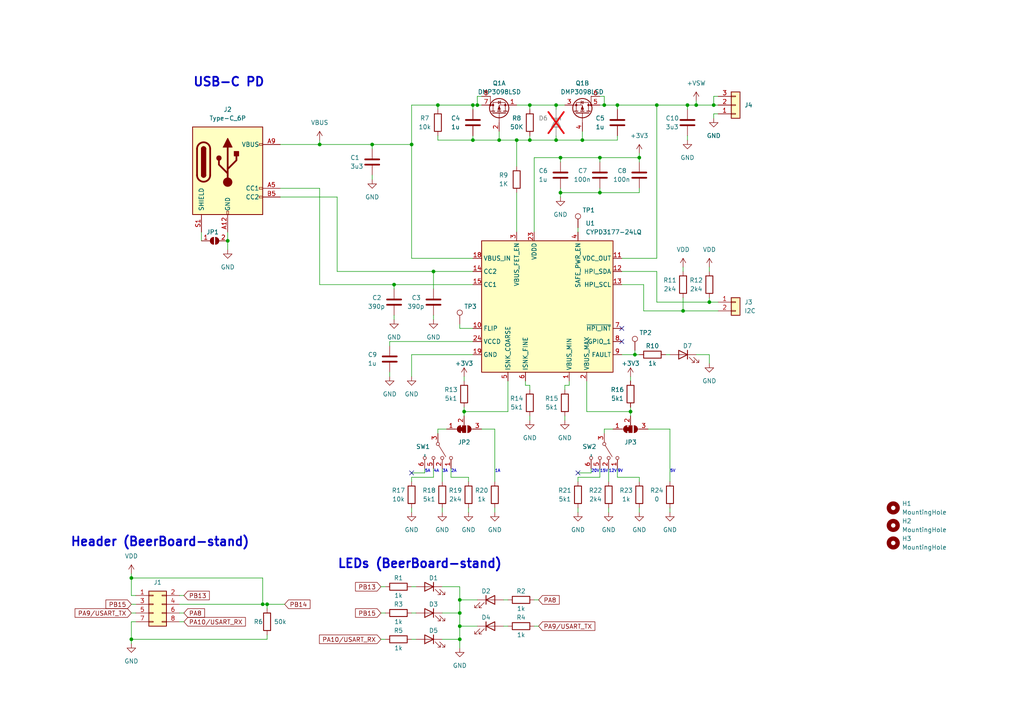
<source format=kicad_sch>
(kicad_sch (version 20230121) (generator eeschema)

  (uuid 05b89db7-db39-4e24-b68f-75b468b21a6c)

  (paper "A4")

  (title_block
    (title "BeerBoard")
    (rev "0.1")
    (company "Potpurri")
  )

  (lib_symbols
    (symbol "Connector:TestPoint" (pin_numbers hide) (pin_names (offset 0.762) hide) (in_bom yes) (on_board yes)
      (property "Reference" "TP" (at 0 6.858 0)
        (effects (font (size 1.27 1.27)))
      )
      (property "Value" "TestPoint" (at 0 5.08 0)
        (effects (font (size 1.27 1.27)))
      )
      (property "Footprint" "" (at 5.08 0 0)
        (effects (font (size 1.27 1.27)) hide)
      )
      (property "Datasheet" "~" (at 5.08 0 0)
        (effects (font (size 1.27 1.27)) hide)
      )
      (property "ki_keywords" "test point tp" (at 0 0 0)
        (effects (font (size 1.27 1.27)) hide)
      )
      (property "ki_description" "test point" (at 0 0 0)
        (effects (font (size 1.27 1.27)) hide)
      )
      (property "ki_fp_filters" "Pin* Test*" (at 0 0 0)
        (effects (font (size 1.27 1.27)) hide)
      )
      (symbol "TestPoint_0_1"
        (circle (center 0 3.302) (radius 0.762)
          (stroke (width 0) (type default))
          (fill (type none))
        )
      )
      (symbol "TestPoint_1_1"
        (pin passive line (at 0 0 90) (length 2.54)
          (name "1" (effects (font (size 1.27 1.27))))
          (number "1" (effects (font (size 1.27 1.27))))
        )
      )
    )
    (symbol "Connector:USB_C_Receptacle_PowerOnly_6P" (pin_names (offset 1.016)) (in_bom yes) (on_board yes)
      (property "Reference" "J" (at 0 16.51 0)
        (effects (font (size 1.27 1.27)) (justify bottom))
      )
      (property "Value" "USB_C_Receptacle_PowerOnly_6P" (at 0 13.97 0)
        (effects (font (size 1.27 1.27)) (justify bottom))
      )
      (property "Footprint" "" (at 3.81 2.54 0)
        (effects (font (size 1.27 1.27)) hide)
      )
      (property "Datasheet" "https://www.usb.org/sites/default/files/documents/usb_type-c.zip" (at 0 0 0)
        (effects (font (size 1.27 1.27)) hide)
      )
      (property "ki_keywords" "usb universal serial bus type-C power-only charging-only 6P 6C" (at 0 0 0)
        (effects (font (size 1.27 1.27)) hide)
      )
      (property "ki_description" "USB Power-Only 6P Type-C Receptacle connector" (at 0 0 0)
        (effects (font (size 1.27 1.27)) hide)
      )
      (property "ki_fp_filters" "USB*C*Receptacle*" (at 0 0 0)
        (effects (font (size 1.27 1.27)) hide)
      )
      (symbol "USB_C_Receptacle_PowerOnly_6P_0_0"
        (rectangle (start -0.254 -12.7) (end 0.254 -11.684)
          (stroke (width 0) (type default))
          (fill (type none))
        )
        (rectangle (start 10.16 -7.366) (end 9.144 -7.874)
          (stroke (width 0) (type default))
          (fill (type none))
        )
        (rectangle (start 10.16 -4.826) (end 9.144 -5.334)
          (stroke (width 0) (type default))
          (fill (type none))
        )
        (rectangle (start 10.16 7.874) (end 9.144 7.366)
          (stroke (width 0) (type default))
          (fill (type none))
        )
      )
      (symbol "USB_C_Receptacle_PowerOnly_6P_0_1"
        (rectangle (start -10.16 12.7) (end 10.16 -12.7)
          (stroke (width 0.254) (type default))
          (fill (type background))
        )
        (arc (start -8.89 -1.27) (mid -6.985 -3.1667) (end -5.08 -1.27)
          (stroke (width 0.508) (type default))
          (fill (type none))
        )
        (arc (start -7.62 -1.27) (mid -6.985 -1.9023) (end -6.35 -1.27)
          (stroke (width 0.254) (type default))
          (fill (type none))
        )
        (arc (start -7.62 -1.27) (mid -6.985 -1.9023) (end -6.35 -1.27)
          (stroke (width 0.254) (type default))
          (fill (type outline))
        )
        (rectangle (start -7.62 -1.27) (end -6.35 6.35)
          (stroke (width 0.254) (type default))
          (fill (type outline))
        )
        (arc (start -6.35 6.35) (mid -6.985 6.9823) (end -7.62 6.35)
          (stroke (width 0.254) (type default))
          (fill (type none))
        )
        (arc (start -6.35 6.35) (mid -6.985 6.9823) (end -7.62 6.35)
          (stroke (width 0.254) (type default))
          (fill (type outline))
        )
        (arc (start -5.08 6.35) (mid -6.985 8.2467) (end -8.89 6.35)
          (stroke (width 0.508) (type default))
          (fill (type none))
        )
        (circle (center -2.54 3.683) (radius 0.635)
          (stroke (width 0.254) (type default))
          (fill (type outline))
        )
        (circle (center 0 -3.302) (radius 1.27)
          (stroke (width 0) (type default))
          (fill (type outline))
        )
        (polyline
          (pts
            (xy -8.89 -1.27)
            (xy -8.89 6.35)
          )
          (stroke (width 0.508) (type default))
          (fill (type none))
        )
        (polyline
          (pts
            (xy -5.08 6.35)
            (xy -5.08 -1.27)
          )
          (stroke (width 0.508) (type default))
          (fill (type none))
        )
        (polyline
          (pts
            (xy 0 -3.302)
            (xy 0 6.858)
          )
          (stroke (width 0.508) (type default))
          (fill (type none))
        )
        (polyline
          (pts
            (xy 0 -0.762)
            (xy -2.54 1.778)
            (xy -2.54 3.048)
          )
          (stroke (width 0.508) (type default))
          (fill (type none))
        )
        (polyline
          (pts
            (xy 0 0.508)
            (xy 2.54 3.048)
            (xy 2.54 4.318)
          )
          (stroke (width 0.508) (type default))
          (fill (type none))
        )
        (polyline
          (pts
            (xy -1.27 6.858)
            (xy 0 9.398)
            (xy 1.27 6.858)
            (xy -1.27 6.858)
          )
          (stroke (width 0.254) (type default))
          (fill (type outline))
        )
        (rectangle (start 1.905 4.318) (end 3.175 5.588)
          (stroke (width 0.254) (type default))
          (fill (type outline))
        )
      )
      (symbol "USB_C_Receptacle_PowerOnly_6P_1_1"
        (pin passive line (at 0 -17.78 90) (length 5.08)
          (name "GND" (effects (font (size 1.27 1.27))))
          (number "A12" (effects (font (size 1.27 1.27))))
        )
        (pin bidirectional line (at 15.24 -5.08 180) (length 5.08)
          (name "CC1" (effects (font (size 1.27 1.27))))
          (number "A5" (effects (font (size 1.27 1.27))))
        )
        (pin passive line (at 15.24 7.62 180) (length 5.08)
          (name "VBUS" (effects (font (size 1.27 1.27))))
          (number "A9" (effects (font (size 1.27 1.27))))
        )
        (pin passive line (at 0 -17.78 90) (length 5.08) hide
          (name "GND" (effects (font (size 1.27 1.27))))
          (number "B12" (effects (font (size 1.27 1.27))))
        )
        (pin bidirectional line (at 15.24 -7.62 180) (length 5.08)
          (name "CC2" (effects (font (size 1.27 1.27))))
          (number "B5" (effects (font (size 1.27 1.27))))
        )
        (pin passive line (at 15.24 7.62 180) (length 5.08) hide
          (name "VBUS" (effects (font (size 1.27 1.27))))
          (number "B9" (effects (font (size 1.27 1.27))))
        )
        (pin passive line (at -7.62 -17.78 90) (length 5.08)
          (name "SHIELD" (effects (font (size 1.27 1.27))))
          (number "S1" (effects (font (size 1.27 1.27))))
        )
      )
    )
    (symbol "Connector_Generic:Conn_01x02" (pin_names (offset 1.016) hide) (in_bom yes) (on_board yes)
      (property "Reference" "J" (at 0 2.54 0)
        (effects (font (size 1.27 1.27)))
      )
      (property "Value" "Conn_01x02" (at 0 -5.08 0)
        (effects (font (size 1.27 1.27)))
      )
      (property "Footprint" "" (at 0 0 0)
        (effects (font (size 1.27 1.27)) hide)
      )
      (property "Datasheet" "~" (at 0 0 0)
        (effects (font (size 1.27 1.27)) hide)
      )
      (property "ki_keywords" "connector" (at 0 0 0)
        (effects (font (size 1.27 1.27)) hide)
      )
      (property "ki_description" "Generic connector, single row, 01x02, script generated (kicad-library-utils/schlib/autogen/connector/)" (at 0 0 0)
        (effects (font (size 1.27 1.27)) hide)
      )
      (property "ki_fp_filters" "Connector*:*_1x??_*" (at 0 0 0)
        (effects (font (size 1.27 1.27)) hide)
      )
      (symbol "Conn_01x02_1_1"
        (rectangle (start -1.27 -2.413) (end 0 -2.667)
          (stroke (width 0.1524) (type default))
          (fill (type none))
        )
        (rectangle (start -1.27 0.127) (end 0 -0.127)
          (stroke (width 0.1524) (type default))
          (fill (type none))
        )
        (rectangle (start -1.27 1.27) (end 1.27 -3.81)
          (stroke (width 0.254) (type default))
          (fill (type background))
        )
        (pin passive line (at -5.08 0 0) (length 3.81)
          (name "Pin_1" (effects (font (size 1.27 1.27))))
          (number "1" (effects (font (size 1.27 1.27))))
        )
        (pin passive line (at -5.08 -2.54 0) (length 3.81)
          (name "Pin_2" (effects (font (size 1.27 1.27))))
          (number "2" (effects (font (size 1.27 1.27))))
        )
      )
    )
    (symbol "Connector_Generic:Conn_01x03" (pin_names (offset 1.016) hide) (in_bom yes) (on_board yes)
      (property "Reference" "J" (at 0 5.08 0)
        (effects (font (size 1.27 1.27)))
      )
      (property "Value" "Conn_01x03" (at 0 -5.08 0)
        (effects (font (size 1.27 1.27)))
      )
      (property "Footprint" "" (at 0 0 0)
        (effects (font (size 1.27 1.27)) hide)
      )
      (property "Datasheet" "~" (at 0 0 0)
        (effects (font (size 1.27 1.27)) hide)
      )
      (property "ki_keywords" "connector" (at 0 0 0)
        (effects (font (size 1.27 1.27)) hide)
      )
      (property "ki_description" "Generic connector, single row, 01x03, script generated (kicad-library-utils/schlib/autogen/connector/)" (at 0 0 0)
        (effects (font (size 1.27 1.27)) hide)
      )
      (property "ki_fp_filters" "Connector*:*_1x??_*" (at 0 0 0)
        (effects (font (size 1.27 1.27)) hide)
      )
      (symbol "Conn_01x03_1_1"
        (rectangle (start -1.27 -2.413) (end 0 -2.667)
          (stroke (width 0.1524) (type default))
          (fill (type none))
        )
        (rectangle (start -1.27 0.127) (end 0 -0.127)
          (stroke (width 0.1524) (type default))
          (fill (type none))
        )
        (rectangle (start -1.27 2.667) (end 0 2.413)
          (stroke (width 0.1524) (type default))
          (fill (type none))
        )
        (rectangle (start -1.27 3.81) (end 1.27 -3.81)
          (stroke (width 0.254) (type default))
          (fill (type background))
        )
        (pin passive line (at -5.08 2.54 0) (length 3.81)
          (name "Pin_1" (effects (font (size 1.27 1.27))))
          (number "1" (effects (font (size 1.27 1.27))))
        )
        (pin passive line (at -5.08 0 0) (length 3.81)
          (name "Pin_2" (effects (font (size 1.27 1.27))))
          (number "2" (effects (font (size 1.27 1.27))))
        )
        (pin passive line (at -5.08 -2.54 0) (length 3.81)
          (name "Pin_3" (effects (font (size 1.27 1.27))))
          (number "3" (effects (font (size 1.27 1.27))))
        )
      )
    )
    (symbol "Connector_Generic:Conn_02x04_Odd_Even" (pin_names (offset 1.016) hide) (in_bom yes) (on_board yes)
      (property "Reference" "J" (at 1.27 5.08 0)
        (effects (font (size 1.27 1.27)))
      )
      (property "Value" "Conn_02x04_Odd_Even" (at 1.27 -7.62 0)
        (effects (font (size 1.27 1.27)))
      )
      (property "Footprint" "" (at 0 0 0)
        (effects (font (size 1.27 1.27)) hide)
      )
      (property "Datasheet" "~" (at 0 0 0)
        (effects (font (size 1.27 1.27)) hide)
      )
      (property "ki_keywords" "connector" (at 0 0 0)
        (effects (font (size 1.27 1.27)) hide)
      )
      (property "ki_description" "Generic connector, double row, 02x04, odd/even pin numbering scheme (row 1 odd numbers, row 2 even numbers), script generated (kicad-library-utils/schlib/autogen/connector/)" (at 0 0 0)
        (effects (font (size 1.27 1.27)) hide)
      )
      (property "ki_fp_filters" "Connector*:*_2x??_*" (at 0 0 0)
        (effects (font (size 1.27 1.27)) hide)
      )
      (symbol "Conn_02x04_Odd_Even_1_1"
        (rectangle (start -1.27 -4.953) (end 0 -5.207)
          (stroke (width 0.1524) (type default))
          (fill (type none))
        )
        (rectangle (start -1.27 -2.413) (end 0 -2.667)
          (stroke (width 0.1524) (type default))
          (fill (type none))
        )
        (rectangle (start -1.27 0.127) (end 0 -0.127)
          (stroke (width 0.1524) (type default))
          (fill (type none))
        )
        (rectangle (start -1.27 2.667) (end 0 2.413)
          (stroke (width 0.1524) (type default))
          (fill (type none))
        )
        (rectangle (start -1.27 3.81) (end 3.81 -6.35)
          (stroke (width 0.254) (type default))
          (fill (type background))
        )
        (rectangle (start 3.81 -4.953) (end 2.54 -5.207)
          (stroke (width 0.1524) (type default))
          (fill (type none))
        )
        (rectangle (start 3.81 -2.413) (end 2.54 -2.667)
          (stroke (width 0.1524) (type default))
          (fill (type none))
        )
        (rectangle (start 3.81 0.127) (end 2.54 -0.127)
          (stroke (width 0.1524) (type default))
          (fill (type none))
        )
        (rectangle (start 3.81 2.667) (end 2.54 2.413)
          (stroke (width 0.1524) (type default))
          (fill (type none))
        )
        (pin passive line (at -5.08 2.54 0) (length 3.81)
          (name "Pin_1" (effects (font (size 1.27 1.27))))
          (number "1" (effects (font (size 1.27 1.27))))
        )
        (pin passive line (at 7.62 2.54 180) (length 3.81)
          (name "Pin_2" (effects (font (size 1.27 1.27))))
          (number "2" (effects (font (size 1.27 1.27))))
        )
        (pin passive line (at -5.08 0 0) (length 3.81)
          (name "Pin_3" (effects (font (size 1.27 1.27))))
          (number "3" (effects (font (size 1.27 1.27))))
        )
        (pin passive line (at 7.62 0 180) (length 3.81)
          (name "Pin_4" (effects (font (size 1.27 1.27))))
          (number "4" (effects (font (size 1.27 1.27))))
        )
        (pin passive line (at -5.08 -2.54 0) (length 3.81)
          (name "Pin_5" (effects (font (size 1.27 1.27))))
          (number "5" (effects (font (size 1.27 1.27))))
        )
        (pin passive line (at 7.62 -2.54 180) (length 3.81)
          (name "Pin_6" (effects (font (size 1.27 1.27))))
          (number "6" (effects (font (size 1.27 1.27))))
        )
        (pin passive line (at -5.08 -5.08 0) (length 3.81)
          (name "Pin_7" (effects (font (size 1.27 1.27))))
          (number "7" (effects (font (size 1.27 1.27))))
        )
        (pin passive line (at 7.62 -5.08 180) (length 3.81)
          (name "Pin_8" (effects (font (size 1.27 1.27))))
          (number "8" (effects (font (size 1.27 1.27))))
        )
      )
    )
    (symbol "Device:C" (pin_numbers hide) (pin_names (offset 0.254)) (in_bom yes) (on_board yes)
      (property "Reference" "C" (at 0.635 2.54 0)
        (effects (font (size 1.27 1.27)) (justify left))
      )
      (property "Value" "C" (at 0.635 -2.54 0)
        (effects (font (size 1.27 1.27)) (justify left))
      )
      (property "Footprint" "" (at 0.9652 -3.81 0)
        (effects (font (size 1.27 1.27)) hide)
      )
      (property "Datasheet" "~" (at 0 0 0)
        (effects (font (size 1.27 1.27)) hide)
      )
      (property "ki_keywords" "cap capacitor" (at 0 0 0)
        (effects (font (size 1.27 1.27)) hide)
      )
      (property "ki_description" "Unpolarized capacitor" (at 0 0 0)
        (effects (font (size 1.27 1.27)) hide)
      )
      (property "ki_fp_filters" "C_*" (at 0 0 0)
        (effects (font (size 1.27 1.27)) hide)
      )
      (symbol "C_0_1"
        (polyline
          (pts
            (xy -2.032 -0.762)
            (xy 2.032 -0.762)
          )
          (stroke (width 0.508) (type default))
          (fill (type none))
        )
        (polyline
          (pts
            (xy -2.032 0.762)
            (xy 2.032 0.762)
          )
          (stroke (width 0.508) (type default))
          (fill (type none))
        )
      )
      (symbol "C_1_1"
        (pin passive line (at 0 3.81 270) (length 2.794)
          (name "~" (effects (font (size 1.27 1.27))))
          (number "1" (effects (font (size 1.27 1.27))))
        )
        (pin passive line (at 0 -3.81 90) (length 2.794)
          (name "~" (effects (font (size 1.27 1.27))))
          (number "2" (effects (font (size 1.27 1.27))))
        )
      )
    )
    (symbol "Device:D_Zener" (pin_numbers hide) (pin_names (offset 1.016) hide) (in_bom yes) (on_board yes)
      (property "Reference" "D" (at 0 2.54 0)
        (effects (font (size 1.27 1.27)))
      )
      (property "Value" "D_Zener" (at 0 -2.54 0)
        (effects (font (size 1.27 1.27)))
      )
      (property "Footprint" "" (at 0 0 0)
        (effects (font (size 1.27 1.27)) hide)
      )
      (property "Datasheet" "~" (at 0 0 0)
        (effects (font (size 1.27 1.27)) hide)
      )
      (property "ki_keywords" "diode" (at 0 0 0)
        (effects (font (size 1.27 1.27)) hide)
      )
      (property "ki_description" "Zener diode" (at 0 0 0)
        (effects (font (size 1.27 1.27)) hide)
      )
      (property "ki_fp_filters" "TO-???* *_Diode_* *SingleDiode* D_*" (at 0 0 0)
        (effects (font (size 1.27 1.27)) hide)
      )
      (symbol "D_Zener_0_1"
        (polyline
          (pts
            (xy 1.27 0)
            (xy -1.27 0)
          )
          (stroke (width 0) (type default))
          (fill (type none))
        )
        (polyline
          (pts
            (xy -1.27 -1.27)
            (xy -1.27 1.27)
            (xy -0.762 1.27)
          )
          (stroke (width 0.254) (type default))
          (fill (type none))
        )
        (polyline
          (pts
            (xy 1.27 -1.27)
            (xy 1.27 1.27)
            (xy -1.27 0)
            (xy 1.27 -1.27)
          )
          (stroke (width 0.254) (type default))
          (fill (type none))
        )
      )
      (symbol "D_Zener_1_1"
        (pin passive line (at -3.81 0 0) (length 2.54)
          (name "K" (effects (font (size 1.27 1.27))))
          (number "1" (effects (font (size 1.27 1.27))))
        )
        (pin passive line (at 3.81 0 180) (length 2.54)
          (name "A" (effects (font (size 1.27 1.27))))
          (number "2" (effects (font (size 1.27 1.27))))
        )
      )
    )
    (symbol "Device:LED" (pin_numbers hide) (pin_names (offset 1.016) hide) (in_bom yes) (on_board yes)
      (property "Reference" "D" (at 0 2.54 0)
        (effects (font (size 1.27 1.27)))
      )
      (property "Value" "LED" (at 0 -2.54 0)
        (effects (font (size 1.27 1.27)))
      )
      (property "Footprint" "" (at 0 0 0)
        (effects (font (size 1.27 1.27)) hide)
      )
      (property "Datasheet" "~" (at 0 0 0)
        (effects (font (size 1.27 1.27)) hide)
      )
      (property "ki_keywords" "LED diode" (at 0 0 0)
        (effects (font (size 1.27 1.27)) hide)
      )
      (property "ki_description" "Light emitting diode" (at 0 0 0)
        (effects (font (size 1.27 1.27)) hide)
      )
      (property "ki_fp_filters" "LED* LED_SMD:* LED_THT:*" (at 0 0 0)
        (effects (font (size 1.27 1.27)) hide)
      )
      (symbol "LED_0_1"
        (polyline
          (pts
            (xy -1.27 -1.27)
            (xy -1.27 1.27)
          )
          (stroke (width 0.254) (type default))
          (fill (type none))
        )
        (polyline
          (pts
            (xy -1.27 0)
            (xy 1.27 0)
          )
          (stroke (width 0) (type default))
          (fill (type none))
        )
        (polyline
          (pts
            (xy 1.27 -1.27)
            (xy 1.27 1.27)
            (xy -1.27 0)
            (xy 1.27 -1.27)
          )
          (stroke (width 0.254) (type default))
          (fill (type none))
        )
        (polyline
          (pts
            (xy -3.048 -0.762)
            (xy -4.572 -2.286)
            (xy -3.81 -2.286)
            (xy -4.572 -2.286)
            (xy -4.572 -1.524)
          )
          (stroke (width 0) (type default))
          (fill (type none))
        )
        (polyline
          (pts
            (xy -1.778 -0.762)
            (xy -3.302 -2.286)
            (xy -2.54 -2.286)
            (xy -3.302 -2.286)
            (xy -3.302 -1.524)
          )
          (stroke (width 0) (type default))
          (fill (type none))
        )
      )
      (symbol "LED_1_1"
        (pin passive line (at -3.81 0 0) (length 2.54)
          (name "K" (effects (font (size 1.27 1.27))))
          (number "1" (effects (font (size 1.27 1.27))))
        )
        (pin passive line (at 3.81 0 180) (length 2.54)
          (name "A" (effects (font (size 1.27 1.27))))
          (number "2" (effects (font (size 1.27 1.27))))
        )
      )
    )
    (symbol "Device:Q_Dual_PMOS_S1G1S2G2D2D2D1D1" (pin_names (offset 0) hide) (in_bom yes) (on_board yes)
      (property "Reference" "Q" (at 6.35 1.27 0)
        (effects (font (size 1.27 1.27)))
      )
      (property "Value" "Q_Dual_PMOS_S1G1S2G2D2D2D1D1" (at 21.59 -1.27 0)
        (effects (font (size 1.27 1.27)))
      )
      (property "Footprint" "" (at 1.27 0 0)
        (effects (font (size 1.27 1.27)) hide)
      )
      (property "Datasheet" "~" (at 1.27 0 0)
        (effects (font (size 1.27 1.27)) hide)
      )
      (property "ki_keywords" "transistor PMOS P-MOS P-MOSFET" (at 0 0 0)
        (effects (font (size 1.27 1.27)) hide)
      )
      (property "ki_description" "Dual PMOS transistor, 8 pin package" (at 0 0 0)
        (effects (font (size 1.27 1.27)) hide)
      )
      (property "ki_fp_filters" "SO*" (at 0 0 0)
        (effects (font (size 1.27 1.27)) hide)
      )
      (symbol "Q_Dual_PMOS_S1G1S2G2D2D2D1D1_0_1"
        (polyline
          (pts
            (xy 0.254 0)
            (xy -2.54 0)
          )
          (stroke (width 0) (type default))
          (fill (type none))
        )
        (polyline
          (pts
            (xy 0.254 1.905)
            (xy 0.254 -1.905)
          )
          (stroke (width 0.254) (type default))
          (fill (type none))
        )
        (polyline
          (pts
            (xy 0.762 -1.27)
            (xy 0.762 -2.286)
          )
          (stroke (width 0.254) (type default))
          (fill (type none))
        )
        (polyline
          (pts
            (xy 0.762 0.508)
            (xy 0.762 -0.508)
          )
          (stroke (width 0.254) (type default))
          (fill (type none))
        )
        (polyline
          (pts
            (xy 0.762 2.286)
            (xy 0.762 1.27)
          )
          (stroke (width 0.254) (type default))
          (fill (type none))
        )
        (polyline
          (pts
            (xy 2.54 2.54)
            (xy 2.54 1.778)
          )
          (stroke (width 0) (type default))
          (fill (type none))
        )
        (polyline
          (pts
            (xy 2.54 -2.54)
            (xy 2.54 0)
            (xy 0.762 0)
          )
          (stroke (width 0) (type default))
          (fill (type none))
        )
        (polyline
          (pts
            (xy 0.762 1.778)
            (xy 3.302 1.778)
            (xy 3.302 -1.778)
            (xy 0.762 -1.778)
          )
          (stroke (width 0) (type default))
          (fill (type none))
        )
        (polyline
          (pts
            (xy 2.286 0)
            (xy 1.27 0.381)
            (xy 1.27 -0.381)
            (xy 2.286 0)
          )
          (stroke (width 0) (type default))
          (fill (type outline))
        )
        (polyline
          (pts
            (xy 2.794 -0.508)
            (xy 2.921 -0.381)
            (xy 3.683 -0.381)
            (xy 3.81 -0.254)
          )
          (stroke (width 0) (type default))
          (fill (type none))
        )
        (polyline
          (pts
            (xy 3.302 -0.381)
            (xy 2.921 0.254)
            (xy 3.683 0.254)
            (xy 3.302 -0.381)
          )
          (stroke (width 0) (type default))
          (fill (type none))
        )
        (circle (center 1.651 0) (radius 2.794)
          (stroke (width 0.254) (type default))
          (fill (type none))
        )
        (circle (center 2.54 -1.778) (radius 0.254)
          (stroke (width 0) (type default))
          (fill (type outline))
        )
        (circle (center 2.54 1.778) (radius 0.254)
          (stroke (width 0) (type default))
          (fill (type outline))
        )
        (circle (center 2.54 2.54) (radius 0.254)
          (stroke (width 0) (type default))
          (fill (type outline))
        )
        (rectangle (start 5.08 2.54) (end 2.54 2.54)
          (stroke (width 0) (type default))
          (fill (type none))
        )
      )
      (symbol "Q_Dual_PMOS_S1G1S2G2D2D2D1D1_1_1"
        (pin passive line (at 2.54 -5.08 90) (length 2.54)
          (name "S" (effects (font (size 1.27 1.27))))
          (number "1" (effects (font (size 1.27 1.27))))
        )
        (pin input line (at -5.08 0 0) (length 2.54)
          (name "G" (effects (font (size 1.27 1.27))))
          (number "2" (effects (font (size 1.27 1.27))))
        )
        (pin passive line (at 2.54 5.08 270) (length 2.54)
          (name "D" (effects (font (size 1.27 1.27))))
          (number "7" (effects (font (size 1.27 1.27))))
        )
        (pin passive line (at 5.08 5.08 270) (length 2.54)
          (name "G" (effects (font (size 1.27 1.27))))
          (number "8" (effects (font (size 1.27 1.27))))
        )
      )
      (symbol "Q_Dual_PMOS_S1G1S2G2D2D2D1D1_2_1"
        (pin passive line (at 2.54 -5.08 90) (length 2.54)
          (name "S" (effects (font (size 1.27 1.27))))
          (number "3" (effects (font (size 1.27 1.27))))
        )
        (pin input line (at -5.08 0 0) (length 2.54)
          (name "G" (effects (font (size 1.27 1.27))))
          (number "4" (effects (font (size 1.27 1.27))))
        )
        (pin passive line (at 2.54 5.08 270) (length 2.54)
          (name "D" (effects (font (size 1.27 1.27))))
          (number "5" (effects (font (size 1.27 1.27))))
        )
        (pin passive line (at 5.08 5.08 270) (length 2.54)
          (name "G" (effects (font (size 1.27 1.27))))
          (number "6" (effects (font (size 1.27 1.27))))
        )
      )
    )
    (symbol "Device:R" (pin_numbers hide) (pin_names (offset 0)) (in_bom yes) (on_board yes)
      (property "Reference" "R" (at 2.032 0 90)
        (effects (font (size 1.27 1.27)))
      )
      (property "Value" "R" (at 0 0 90)
        (effects (font (size 1.27 1.27)))
      )
      (property "Footprint" "" (at -1.778 0 90)
        (effects (font (size 1.27 1.27)) hide)
      )
      (property "Datasheet" "~" (at 0 0 0)
        (effects (font (size 1.27 1.27)) hide)
      )
      (property "ki_keywords" "R res resistor" (at 0 0 0)
        (effects (font (size 1.27 1.27)) hide)
      )
      (property "ki_description" "Resistor" (at 0 0 0)
        (effects (font (size 1.27 1.27)) hide)
      )
      (property "ki_fp_filters" "R_*" (at 0 0 0)
        (effects (font (size 1.27 1.27)) hide)
      )
      (symbol "R_0_1"
        (rectangle (start -1.016 -2.54) (end 1.016 2.54)
          (stroke (width 0.254) (type default))
          (fill (type none))
        )
      )
      (symbol "R_1_1"
        (pin passive line (at 0 3.81 270) (length 1.27)
          (name "~" (effects (font (size 1.27 1.27))))
          (number "1" (effects (font (size 1.27 1.27))))
        )
        (pin passive line (at 0 -3.81 90) (length 1.27)
          (name "~" (effects (font (size 1.27 1.27))))
          (number "2" (effects (font (size 1.27 1.27))))
        )
      )
    )
    (symbol "Jumper:SolderJumper_2_Open" (pin_names (offset 0) hide) (in_bom yes) (on_board yes)
      (property "Reference" "JP" (at 0 2.032 0)
        (effects (font (size 1.27 1.27)))
      )
      (property "Value" "SolderJumper_2_Open" (at 0 -2.54 0)
        (effects (font (size 1.27 1.27)))
      )
      (property "Footprint" "" (at 0 0 0)
        (effects (font (size 1.27 1.27)) hide)
      )
      (property "Datasheet" "~" (at 0 0 0)
        (effects (font (size 1.27 1.27)) hide)
      )
      (property "ki_keywords" "solder jumper SPST" (at 0 0 0)
        (effects (font (size 1.27 1.27)) hide)
      )
      (property "ki_description" "Solder Jumper, 2-pole, open" (at 0 0 0)
        (effects (font (size 1.27 1.27)) hide)
      )
      (property "ki_fp_filters" "SolderJumper*Open*" (at 0 0 0)
        (effects (font (size 1.27 1.27)) hide)
      )
      (symbol "SolderJumper_2_Open_0_1"
        (arc (start -0.254 1.016) (mid -1.2656 0) (end -0.254 -1.016)
          (stroke (width 0) (type default))
          (fill (type none))
        )
        (arc (start -0.254 1.016) (mid -1.2656 0) (end -0.254 -1.016)
          (stroke (width 0) (type default))
          (fill (type outline))
        )
        (polyline
          (pts
            (xy -0.254 1.016)
            (xy -0.254 -1.016)
          )
          (stroke (width 0) (type default))
          (fill (type none))
        )
        (polyline
          (pts
            (xy 0.254 1.016)
            (xy 0.254 -1.016)
          )
          (stroke (width 0) (type default))
          (fill (type none))
        )
        (arc (start 0.254 -1.016) (mid 1.2656 0) (end 0.254 1.016)
          (stroke (width 0) (type default))
          (fill (type none))
        )
        (arc (start 0.254 -1.016) (mid 1.2656 0) (end 0.254 1.016)
          (stroke (width 0) (type default))
          (fill (type outline))
        )
      )
      (symbol "SolderJumper_2_Open_1_1"
        (pin passive line (at -3.81 0 0) (length 2.54)
          (name "A" (effects (font (size 1.27 1.27))))
          (number "1" (effects (font (size 1.27 1.27))))
        )
        (pin passive line (at 3.81 0 180) (length 2.54)
          (name "B" (effects (font (size 1.27 1.27))))
          (number "2" (effects (font (size 1.27 1.27))))
        )
      )
    )
    (symbol "Jumper:SolderJumper_3_Bridged12" (pin_names (offset 0) hide) (in_bom yes) (on_board yes)
      (property "Reference" "JP" (at -2.54 -2.54 0)
        (effects (font (size 1.27 1.27)))
      )
      (property "Value" "SolderJumper_3_Bridged12" (at 0 2.794 0)
        (effects (font (size 1.27 1.27)))
      )
      (property "Footprint" "" (at 0 0 0)
        (effects (font (size 1.27 1.27)) hide)
      )
      (property "Datasheet" "~" (at 0 0 0)
        (effects (font (size 1.27 1.27)) hide)
      )
      (property "ki_keywords" "Solder Jumper SPDT" (at 0 0 0)
        (effects (font (size 1.27 1.27)) hide)
      )
      (property "ki_description" "3-pole Solder Jumper, pins 1+2 closed/bridged" (at 0 0 0)
        (effects (font (size 1.27 1.27)) hide)
      )
      (property "ki_fp_filters" "SolderJumper*Bridged12*" (at 0 0 0)
        (effects (font (size 1.27 1.27)) hide)
      )
      (symbol "SolderJumper_3_Bridged12_0_1"
        (rectangle (start -1.016 0.508) (end -0.508 -0.508)
          (stroke (width 0) (type default))
          (fill (type outline))
        )
        (arc (start -1.016 1.016) (mid -2.0276 0) (end -1.016 -1.016)
          (stroke (width 0) (type default))
          (fill (type none))
        )
        (arc (start -1.016 1.016) (mid -2.0276 0) (end -1.016 -1.016)
          (stroke (width 0) (type default))
          (fill (type outline))
        )
        (rectangle (start -0.508 1.016) (end 0.508 -1.016)
          (stroke (width 0) (type default))
          (fill (type outline))
        )
        (polyline
          (pts
            (xy -2.54 0)
            (xy -2.032 0)
          )
          (stroke (width 0) (type default))
          (fill (type none))
        )
        (polyline
          (pts
            (xy -1.016 1.016)
            (xy -1.016 -1.016)
          )
          (stroke (width 0) (type default))
          (fill (type none))
        )
        (polyline
          (pts
            (xy 0 -1.27)
            (xy 0 -1.016)
          )
          (stroke (width 0) (type default))
          (fill (type none))
        )
        (polyline
          (pts
            (xy 1.016 1.016)
            (xy 1.016 -1.016)
          )
          (stroke (width 0) (type default))
          (fill (type none))
        )
        (polyline
          (pts
            (xy 2.54 0)
            (xy 2.032 0)
          )
          (stroke (width 0) (type default))
          (fill (type none))
        )
        (arc (start 1.016 -1.016) (mid 2.0276 0) (end 1.016 1.016)
          (stroke (width 0) (type default))
          (fill (type none))
        )
        (arc (start 1.016 -1.016) (mid 2.0276 0) (end 1.016 1.016)
          (stroke (width 0) (type default))
          (fill (type outline))
        )
      )
      (symbol "SolderJumper_3_Bridged12_1_1"
        (pin passive line (at -5.08 0 0) (length 2.54)
          (name "A" (effects (font (size 1.27 1.27))))
          (number "1" (effects (font (size 1.27 1.27))))
        )
        (pin passive line (at 0 -3.81 90) (length 2.54)
          (name "C" (effects (font (size 1.27 1.27))))
          (number "2" (effects (font (size 1.27 1.27))))
        )
        (pin passive line (at 5.08 0 180) (length 2.54)
          (name "B" (effects (font (size 1.27 1.27))))
          (number "3" (effects (font (size 1.27 1.27))))
        )
      )
    )
    (symbol "Mechanical:MountingHole" (pin_names (offset 1.016)) (in_bom yes) (on_board yes)
      (property "Reference" "H" (at 0 5.08 0)
        (effects (font (size 1.27 1.27)))
      )
      (property "Value" "MountingHole" (at 0 3.175 0)
        (effects (font (size 1.27 1.27)))
      )
      (property "Footprint" "" (at 0 0 0)
        (effects (font (size 1.27 1.27)) hide)
      )
      (property "Datasheet" "~" (at 0 0 0)
        (effects (font (size 1.27 1.27)) hide)
      )
      (property "ki_keywords" "mounting hole" (at 0 0 0)
        (effects (font (size 1.27 1.27)) hide)
      )
      (property "ki_description" "Mounting Hole without connection" (at 0 0 0)
        (effects (font (size 1.27 1.27)) hide)
      )
      (property "ki_fp_filters" "MountingHole*" (at 0 0 0)
        (effects (font (size 1.27 1.27)) hide)
      )
      (symbol "MountingHole_0_1"
        (circle (center 0 0) (radius 1.27)
          (stroke (width 1.27) (type default))
          (fill (type none))
        )
      )
    )
    (symbol "New_Library:CYPD3177" (in_bom yes) (on_board yes)
      (property "Reference" "U" (at -17.78 20.32 0)
        (effects (font (size 1.27 1.27)))
      )
      (property "Value" "CYPD3177-24LQ" (at 20.32 -21.59 0)
        (effects (font (size 1.27 1.27)))
      )
      (property "Footprint" "Package_DFN_QFN:QFN-24-1EP_4x4mm_P0.5mm_EP2.75x2.75mm" (at 0 0 0)
        (effects (font (size 1.27 1.27)) hide)
      )
      (property "Datasheet" "https://www.infineon.com/dgdl/Infineon-EZ-PD_BCR_Datasheet_USB_Type-C_Port_Controller_for_Power_Sinks-DataSheet-v03_00-EN.pdf?fileId=8ac78c8c7d0d8da4017d0ee7ce9d70ad" (at 0 0 0)
        (effects (font (size 1.27 1.27)) hide)
      )
      (symbol "CYPD3177_1_1"
        (rectangle (start -19.05 19.05) (end 19.05 -19.05)
          (stroke (width 0.254) (type default))
          (fill (type background))
        )
        (pin input line (at 6.35 -21.59 90) (length 2.54)
          (name "VBUS_MIN" (effects (font (size 1.27 1.27))))
          (number "1" (effects (font (size 1.27 1.27))))
        )
        (pin output line (at -21.59 -6.35 0) (length 2.54)
          (name "FLIP" (effects (font (size 1.27 1.27))))
          (number "10" (effects (font (size 1.27 1.27))))
        )
        (pin output line (at 21.59 13.97 180) (length 2.54)
          (name "VDC_OUT" (effects (font (size 1.27 1.27))))
          (number "11" (effects (font (size 1.27 1.27))))
        )
        (pin bidirectional line (at 21.59 10.16 180) (length 2.54)
          (name "HPI_SDA" (effects (font (size 1.27 1.27))))
          (number "12" (effects (font (size 1.27 1.27))))
        )
        (pin bidirectional line (at 21.59 6.35 180) (length 2.54)
          (name "HPI_SCL" (effects (font (size 1.27 1.27))))
          (number "13" (effects (font (size 1.27 1.27))))
        )
        (pin bidirectional line (at -21.59 10.16 0) (length 2.54)
          (name "CC2" (effects (font (size 1.27 1.27))))
          (number "14" (effects (font (size 1.27 1.27))))
        )
        (pin bidirectional line (at -21.59 6.35 0) (length 2.54)
          (name "CC1" (effects (font (size 1.27 1.27))))
          (number "15" (effects (font (size 1.27 1.27))))
        )
        (pin no_connect line (at -19.05 -1.27 0) (length 2.54) hide
          (name "NC" (effects (font (size 1.27 1.27))))
          (number "16" (effects (font (size 1.27 1.27))))
        )
        (pin no_connect line (at -19.05 1.27 0) (length 2.54) hide
          (name "NC" (effects (font (size 1.27 1.27))))
          (number "17" (effects (font (size 1.27 1.27))))
        )
        (pin power_in line (at -21.59 13.97 0) (length 2.54)
          (name "VBUS_IN" (effects (font (size 1.27 1.27))))
          (number "18" (effects (font (size 1.27 1.27))))
        )
        (pin power_in line (at -21.59 -13.97 0) (length 2.54)
          (name "GND" (effects (font (size 1.27 1.27))))
          (number "19" (effects (font (size 1.27 1.27))))
        )
        (pin input line (at 11.43 -21.59 90) (length 2.54)
          (name "VBUS_MAX" (effects (font (size 1.27 1.27))))
          (number "2" (effects (font (size 1.27 1.27))))
        )
        (pin no_connect line (at 19.05 1.27 180) (length 2.54) hide
          (name "NC" (effects (font (size 1.27 1.27))))
          (number "20" (effects (font (size 1.27 1.27))))
        )
        (pin no_connect line (at 19.05 -1.27 180) (length 2.54) hide
          (name "NC" (effects (font (size 1.27 1.27))))
          (number "21" (effects (font (size 1.27 1.27))))
        )
        (pin passive line (at -21.59 -13.97 0) (length 2.54) hide
          (name "GND" (effects (font (size 1.27 1.27))))
          (number "22" (effects (font (size 1.27 1.27))))
        )
        (pin power_out line (at -3.81 21.59 270) (length 2.54)
          (name "VDDD" (effects (font (size 1.27 1.27))))
          (number "23" (effects (font (size 1.27 1.27))))
        )
        (pin power_out line (at -21.59 -10.16 0) (length 2.54)
          (name "VCCD" (effects (font (size 1.27 1.27))))
          (number "24" (effects (font (size 1.27 1.27))))
        )
        (pin passive line (at -21.59 -13.97 0) (length 2.54) hide
          (name "GND" (effects (font (size 1.27 1.27))))
          (number "25" (effects (font (size 1.27 1.27))))
        )
        (pin output line (at -8.89 21.59 270) (length 2.54)
          (name "VBUS_FET_EN" (effects (font (size 1.27 1.27))))
          (number "3" (effects (font (size 1.27 1.27))))
        )
        (pin output line (at 8.89 21.59 270) (length 2.54)
          (name "SAFE_PWR_EN" (effects (font (size 1.27 1.27))))
          (number "4" (effects (font (size 1.27 1.27))))
        )
        (pin input line (at -11.43 -21.59 90) (length 2.54)
          (name "ISNK_COARSE" (effects (font (size 1.27 1.27))))
          (number "5" (effects (font (size 1.27 1.27))))
        )
        (pin input line (at -6.35 -21.59 90) (length 2.54)
          (name "ISNK_FINE" (effects (font (size 1.27 1.27))))
          (number "6" (effects (font (size 1.27 1.27))))
        )
        (pin input line (at 21.59 -6.35 180) (length 2.54)
          (name "~{HPI_INT}" (effects (font (size 1.27 1.27))))
          (number "7" (effects (font (size 1.27 1.27))))
        )
        (pin bidirectional line (at 21.59 -10.16 180) (length 2.54)
          (name "GPIO_1" (effects (font (size 1.27 1.27))))
          (number "8" (effects (font (size 1.27 1.27))))
        )
        (pin output line (at 21.59 -13.97 180) (length 2.54)
          (name "FAULT" (effects (font (size 1.27 1.27))))
          (number "9" (effects (font (size 1.27 1.27))))
        )
      )
    )
    (symbol "New_Library:SW_SP4T" (in_bom yes) (on_board yes)
      (property "Reference" "SW" (at 0 -2.54 0)
        (effects (font (size 1.27 1.27)))
      )
      (property "Value" "" (at 0 0 0)
        (effects (font (size 1.27 1.27)))
      )
      (property "Footprint" "" (at 0 0 0)
        (effects (font (size 1.27 1.27)) hide)
      )
      (property "Datasheet" "" (at 0 0 0)
        (effects (font (size 1.27 1.27)) hide)
      )
      (symbol "SW_SP4T_0_1"
        (circle (center -3.302 3.81) (radius 0.4572)
          (stroke (width 0) (type default))
          (fill (type none))
        )
        (polyline
          (pts
            (xy -2.921 4.064)
            (xy 0.381 6.096)
          )
          (stroke (width 0) (type default))
          (fill (type none))
        )
        (circle (center 0.762 0) (radius 0.4572)
          (stroke (width 0) (type default))
          (fill (type none))
        )
        (circle (center 0.762 2.54) (radius 0.4572)
          (stroke (width 0) (type default))
          (fill (type none))
        )
        (circle (center 0.762 5.08) (radius 0.4572)
          (stroke (width 0) (type default))
          (fill (type none))
        )
        (circle (center 0.762 7.62) (radius 0.4572)
          (stroke (width 0) (type default))
          (fill (type none))
        )
      )
      (symbol "SW_SP4T_1_1"
        (pin passive line (at 3.81 7.62 180) (length 2.54)
          (name "" (effects (font (size 1.27 1.27))))
          (number "1" (effects (font (size 1.27 1.27))))
        )
        (pin passive line (at 3.81 5.08 180) (length 2.54)
          (name "" (effects (font (size 1.27 1.27))))
          (number "2" (effects (font (size 1.27 1.27))))
        )
        (pin passive line (at -6.35 3.81 0) (length 2.54)
          (name "" (effects (font (size 1.27 1.27))))
          (number "3" (effects (font (size 1.27 1.27))))
        )
        (pin passive line (at -6.35 3.81 0) (length 2.54) hide
          (name "" (effects (font (size 1.27 1.27))))
          (number "4" (effects (font (size 1.27 1.27))))
        )
        (pin passive line (at 3.81 2.54 180) (length 2.54)
          (name "" (effects (font (size 1.27 1.27))))
          (number "5" (effects (font (size 1.27 1.27))))
        )
        (pin passive line (at 3.81 0 180) (length 2.54)
          (name "" (effects (font (size 1.27 1.27))))
          (number "6" (effects (font (size 1.27 1.27))))
        )
      )
    )
    (symbol "power:+3V3" (power) (pin_names (offset 0)) (in_bom yes) (on_board yes)
      (property "Reference" "#PWR" (at 0 -3.81 0)
        (effects (font (size 1.27 1.27)) hide)
      )
      (property "Value" "+3V3" (at 0 3.556 0)
        (effects (font (size 1.27 1.27)))
      )
      (property "Footprint" "" (at 0 0 0)
        (effects (font (size 1.27 1.27)) hide)
      )
      (property "Datasheet" "" (at 0 0 0)
        (effects (font (size 1.27 1.27)) hide)
      )
      (property "ki_keywords" "global power" (at 0 0 0)
        (effects (font (size 1.27 1.27)) hide)
      )
      (property "ki_description" "Power symbol creates a global label with name \"+3V3\"" (at 0 0 0)
        (effects (font (size 1.27 1.27)) hide)
      )
      (symbol "+3V3_0_1"
        (polyline
          (pts
            (xy -0.762 1.27)
            (xy 0 2.54)
          )
          (stroke (width 0) (type default))
          (fill (type none))
        )
        (polyline
          (pts
            (xy 0 0)
            (xy 0 2.54)
          )
          (stroke (width 0) (type default))
          (fill (type none))
        )
        (polyline
          (pts
            (xy 0 2.54)
            (xy 0.762 1.27)
          )
          (stroke (width 0) (type default))
          (fill (type none))
        )
      )
      (symbol "+3V3_1_1"
        (pin power_in line (at 0 0 90) (length 0) hide
          (name "+3V3" (effects (font (size 1.27 1.27))))
          (number "1" (effects (font (size 1.27 1.27))))
        )
      )
    )
    (symbol "power:+VSW" (power) (pin_names (offset 0)) (in_bom yes) (on_board yes)
      (property "Reference" "#PWR" (at 0 -3.81 0)
        (effects (font (size 1.27 1.27)) hide)
      )
      (property "Value" "+VSW" (at 0 3.556 0)
        (effects (font (size 1.27 1.27)))
      )
      (property "Footprint" "" (at 0 0 0)
        (effects (font (size 1.27 1.27)) hide)
      )
      (property "Datasheet" "" (at 0 0 0)
        (effects (font (size 1.27 1.27)) hide)
      )
      (property "ki_keywords" "global power" (at 0 0 0)
        (effects (font (size 1.27 1.27)) hide)
      )
      (property "ki_description" "Power symbol creates a global label with name \"+VSW\"" (at 0 0 0)
        (effects (font (size 1.27 1.27)) hide)
      )
      (symbol "+VSW_0_1"
        (polyline
          (pts
            (xy -0.762 1.27)
            (xy 0 2.54)
          )
          (stroke (width 0) (type default))
          (fill (type none))
        )
        (polyline
          (pts
            (xy 0 0)
            (xy 0 2.54)
          )
          (stroke (width 0) (type default))
          (fill (type none))
        )
        (polyline
          (pts
            (xy 0 2.54)
            (xy 0.762 1.27)
          )
          (stroke (width 0) (type default))
          (fill (type none))
        )
      )
      (symbol "+VSW_1_1"
        (pin power_in line (at 0 0 90) (length 0) hide
          (name "+VSW" (effects (font (size 1.27 1.27))))
          (number "1" (effects (font (size 1.27 1.27))))
        )
      )
    )
    (symbol "power:GND" (power) (pin_names (offset 0)) (in_bom yes) (on_board yes)
      (property "Reference" "#PWR" (at 0 -6.35 0)
        (effects (font (size 1.27 1.27)) hide)
      )
      (property "Value" "GND" (at 0 -3.81 0)
        (effects (font (size 1.27 1.27)))
      )
      (property "Footprint" "" (at 0 0 0)
        (effects (font (size 1.27 1.27)) hide)
      )
      (property "Datasheet" "" (at 0 0 0)
        (effects (font (size 1.27 1.27)) hide)
      )
      (property "ki_keywords" "global power" (at 0 0 0)
        (effects (font (size 1.27 1.27)) hide)
      )
      (property "ki_description" "Power symbol creates a global label with name \"GND\" , ground" (at 0 0 0)
        (effects (font (size 1.27 1.27)) hide)
      )
      (symbol "GND_0_1"
        (polyline
          (pts
            (xy 0 0)
            (xy 0 -1.27)
            (xy 1.27 -1.27)
            (xy 0 -2.54)
            (xy -1.27 -1.27)
            (xy 0 -1.27)
          )
          (stroke (width 0) (type default))
          (fill (type none))
        )
      )
      (symbol "GND_1_1"
        (pin power_in line (at 0 0 270) (length 0) hide
          (name "GND" (effects (font (size 1.27 1.27))))
          (number "1" (effects (font (size 1.27 1.27))))
        )
      )
    )
    (symbol "power:VBUS" (power) (pin_names (offset 0)) (in_bom yes) (on_board yes)
      (property "Reference" "#PWR" (at 0 -3.81 0)
        (effects (font (size 1.27 1.27)) hide)
      )
      (property "Value" "VBUS" (at 0 3.81 0)
        (effects (font (size 1.27 1.27)))
      )
      (property "Footprint" "" (at 0 0 0)
        (effects (font (size 1.27 1.27)) hide)
      )
      (property "Datasheet" "" (at 0 0 0)
        (effects (font (size 1.27 1.27)) hide)
      )
      (property "ki_keywords" "global power" (at 0 0 0)
        (effects (font (size 1.27 1.27)) hide)
      )
      (property "ki_description" "Power symbol creates a global label with name \"VBUS\"" (at 0 0 0)
        (effects (font (size 1.27 1.27)) hide)
      )
      (symbol "VBUS_0_1"
        (polyline
          (pts
            (xy -0.762 1.27)
            (xy 0 2.54)
          )
          (stroke (width 0) (type default))
          (fill (type none))
        )
        (polyline
          (pts
            (xy 0 0)
            (xy 0 2.54)
          )
          (stroke (width 0) (type default))
          (fill (type none))
        )
        (polyline
          (pts
            (xy 0 2.54)
            (xy 0.762 1.27)
          )
          (stroke (width 0) (type default))
          (fill (type none))
        )
      )
      (symbol "VBUS_1_1"
        (pin power_in line (at 0 0 90) (length 0) hide
          (name "VBUS" (effects (font (size 1.27 1.27))))
          (number "1" (effects (font (size 1.27 1.27))))
        )
      )
    )
    (symbol "power:VDD" (power) (pin_names (offset 0)) (in_bom yes) (on_board yes)
      (property "Reference" "#PWR" (at 0 -3.81 0)
        (effects (font (size 1.27 1.27)) hide)
      )
      (property "Value" "VDD" (at 0 3.81 0)
        (effects (font (size 1.27 1.27)))
      )
      (property "Footprint" "" (at 0 0 0)
        (effects (font (size 1.27 1.27)) hide)
      )
      (property "Datasheet" "" (at 0 0 0)
        (effects (font (size 1.27 1.27)) hide)
      )
      (property "ki_keywords" "global power" (at 0 0 0)
        (effects (font (size 1.27 1.27)) hide)
      )
      (property "ki_description" "Power symbol creates a global label with name \"VDD\"" (at 0 0 0)
        (effects (font (size 1.27 1.27)) hide)
      )
      (symbol "VDD_0_1"
        (polyline
          (pts
            (xy -0.762 1.27)
            (xy 0 2.54)
          )
          (stroke (width 0) (type default))
          (fill (type none))
        )
        (polyline
          (pts
            (xy 0 0)
            (xy 0 2.54)
          )
          (stroke (width 0) (type default))
          (fill (type none))
        )
        (polyline
          (pts
            (xy 0 2.54)
            (xy 0.762 1.27)
          )
          (stroke (width 0) (type default))
          (fill (type none))
        )
      )
      (symbol "VDD_1_1"
        (pin power_in line (at 0 0 90) (length 0) hide
          (name "VDD" (effects (font (size 1.27 1.27))))
          (number "1" (effects (font (size 1.27 1.27))))
        )
      )
    )
  )

  (junction (at 153.67 40.64) (diameter 0) (color 0 0 0 0)
    (uuid 034755e1-254c-43f5-95ec-3aae8a6ed346)
  )
  (junction (at 185.42 45.72) (diameter 0) (color 0 0 0 0)
    (uuid 03d8bc76-0804-49c2-93a9-03f3a0cb3301)
  )
  (junction (at 137.16 40.64) (diameter 0) (color 0 0 0 0)
    (uuid 114a7a80-b573-4565-8b7e-de8653fa0f5b)
  )
  (junction (at 77.47 175.26) (diameter 0) (color 0 0 0 0)
    (uuid 13528df0-3a54-4fd0-8f8f-c26975ad8366)
  )
  (junction (at 173.99 55.88) (diameter 0) (color 0 0 0 0)
    (uuid 135ab6f8-321c-4acb-8ba5-ca5241222a0a)
  )
  (junction (at 205.74 87.63) (diameter 0) (color 0 0 0 0)
    (uuid 1545c3ab-8d3e-4dca-ae6e-6fbbb49bbc9a)
  )
  (junction (at 153.67 30.48) (diameter 0) (color 0 0 0 0)
    (uuid 1bb2f325-05d7-415b-b89e-e867a171287f)
  )
  (junction (at 133.35 173.99) (diameter 0) (color 0 0 0 0)
    (uuid 212ca71e-e480-4dc6-a1c2-7b052fcefe00)
  )
  (junction (at 38.1 167.64) (diameter 0) (color 0 0 0 0)
    (uuid 2341b186-36c8-4142-ba7d-16bc182a86fd)
  )
  (junction (at 114.3 82.55) (diameter 0) (color 0 0 0 0)
    (uuid 246f3b4d-82ae-41ce-b902-fb658a20a74e)
  )
  (junction (at 207.01 30.48) (diameter 0) (color 0 0 0 0)
    (uuid 2f9ccdac-673b-44d2-afa3-f396b4a21e90)
  )
  (junction (at 134.62 119.38) (diameter 0) (color 0 0 0 0)
    (uuid 301f2fd1-ca56-4ab2-9827-a918efd1b023)
  )
  (junction (at 133.35 181.61) (diameter 0) (color 0 0 0 0)
    (uuid 49fe4ecf-6373-4978-87c4-4a0d929ff011)
  )
  (junction (at 182.88 119.38) (diameter 0) (color 0 0 0 0)
    (uuid 4d5c265e-1c78-442f-b589-f7eff82ac03b)
  )
  (junction (at 149.86 40.64) (diameter 0) (color 0 0 0 0)
    (uuid 527c3c38-03a6-41f5-9000-266a7d8ca096)
  )
  (junction (at 161.29 30.48) (diameter 0) (color 0 0 0 0)
    (uuid 5734c59f-2dd9-46b8-bfbc-d25e85cb73ff)
  )
  (junction (at 138.43 30.48) (diameter 0) (color 0 0 0 0)
    (uuid 631c2bfb-4e7f-4c68-9863-87981b53171d)
  )
  (junction (at 119.38 41.91) (diameter 0) (color 0 0 0 0)
    (uuid 6585be66-b64b-46b2-83f2-1d9c8721681c)
  )
  (junction (at 201.93 30.48) (diameter 0) (color 0 0 0 0)
    (uuid 66fdbd61-17a4-4fea-9b3a-5c81b174f87f)
  )
  (junction (at 184.15 102.87) (diameter 0) (color 0 0 0 0)
    (uuid 74bf5d84-cbb9-4e1b-b45f-6f2bf14d9c83)
  )
  (junction (at 168.91 40.64) (diameter 0) (color 0 0 0 0)
    (uuid 75afc70f-d5cb-42d9-9f37-249ebece012a)
  )
  (junction (at 199.39 30.48) (diameter 0) (color 0 0 0 0)
    (uuid 778cac6d-398b-48c5-ab67-da54845235ad)
  )
  (junction (at 133.35 185.42) (diameter 0) (color 0 0 0 0)
    (uuid 807c55a2-d30b-4837-9f7e-c05b4d12b401)
  )
  (junction (at 133.35 177.8) (diameter 0) (color 0 0 0 0)
    (uuid 814c5b2a-e3dd-4b17-aa41-84b179842009)
  )
  (junction (at 127 30.48) (diameter 0) (color 0 0 0 0)
    (uuid 82cc3bd8-e339-410d-b4f8-5c174940abac)
  )
  (junction (at 198.12 90.17) (diameter 0) (color 0 0 0 0)
    (uuid 86e82054-49d8-4178-8399-d7ce483dce9d)
  )
  (junction (at 144.78 40.64) (diameter 0) (color 0 0 0 0)
    (uuid 8b7a06ae-df62-4b66-979d-e332c3a8bbae)
  )
  (junction (at 137.16 30.48) (diameter 0) (color 0 0 0 0)
    (uuid 936cb0b6-1dc8-44e8-94e4-e218c055be10)
  )
  (junction (at 107.95 41.91) (diameter 0) (color 0 0 0 0)
    (uuid 9670a843-2ecb-4b79-bc9e-cdab33f74077)
  )
  (junction (at 173.99 45.72) (diameter 0) (color 0 0 0 0)
    (uuid 97155ece-2af1-4af6-a4df-a8edd031b0bc)
  )
  (junction (at 38.1 185.42) (diameter 0) (color 0 0 0 0)
    (uuid a5df1930-5dd5-49c3-ba54-d10a77f425f9)
  )
  (junction (at 175.26 30.48) (diameter 0) (color 0 0 0 0)
    (uuid b31dd8bd-06b1-4932-9438-06b5e8a2bd4f)
  )
  (junction (at 162.56 45.72) (diameter 0) (color 0 0 0 0)
    (uuid c528e670-6e8c-4b90-8b21-b138c4fb4e77)
  )
  (junction (at 76.2 175.26) (diameter 0) (color 0 0 0 0)
    (uuid c7850932-590e-4e4a-a697-caf1049fba71)
  )
  (junction (at 162.56 55.88) (diameter 0) (color 0 0 0 0)
    (uuid e2a5ec36-2180-4ea8-9df4-902b28dd22c7)
  )
  (junction (at 66.04 69.85) (diameter 0) (color 0 0 0 0)
    (uuid e52d654b-bc87-4e0d-aeee-415ae2c76b9b)
  )
  (junction (at 161.29 40.64) (diameter 0) (color 0 0 0 0)
    (uuid e615af6f-a6c7-45e5-87ab-be8b16e8bf62)
  )
  (junction (at 190.5 30.48) (diameter 0) (color 0 0 0 0)
    (uuid e9c17185-024d-449f-b22f-b091fadd29b1)
  )
  (junction (at 92.71 41.91) (diameter 0) (color 0 0 0 0)
    (uuid ee99d93d-7f82-42e7-8f3e-9c329f014537)
  )
  (junction (at 179.07 30.48) (diameter 0) (color 0 0 0 0)
    (uuid fd36ce87-52ca-4b1f-a53e-b8853ae33e8f)
  )
  (junction (at 125.73 78.74) (diameter 0) (color 0 0 0 0)
    (uuid fefb13c6-18b9-4418-918c-18a4eb09e5a8)
  )

  (no_connect (at 180.34 99.06) (uuid 58e519ca-46d4-4ffa-bac9-0e89f6dc5403))
  (no_connect (at 167.64 137.16) (uuid 5d23c5b2-f963-4f9e-b59f-038c699fd73b))
  (no_connect (at 180.34 95.25) (uuid ba17a4df-0938-4a8e-a00d-669dde1061c5))
  (no_connect (at 119.38 137.16) (uuid da3049f8-0d2a-4189-926e-7165d23d8cd2))

  (wire (pts (xy 107.95 41.91) (xy 107.95 43.18))
    (stroke (width 0) (type default))
    (uuid 00b1d911-a346-4c1f-9bea-f87dd9fd527d)
  )
  (wire (pts (xy 199.39 39.37) (xy 199.39 40.64))
    (stroke (width 0) (type default))
    (uuid 01137812-1d94-44b7-8987-b19610a4e06a)
  )
  (wire (pts (xy 153.67 30.48) (xy 153.67 31.75))
    (stroke (width 0) (type default))
    (uuid 021c1812-d336-4c28-a783-27da48137b61)
  )
  (wire (pts (xy 190.5 78.74) (xy 190.5 87.63))
    (stroke (width 0) (type default))
    (uuid 025f0380-b070-41f0-ba3d-02ef3aab3b0b)
  )
  (wire (pts (xy 185.42 55.88) (xy 173.99 55.88))
    (stroke (width 0) (type default))
    (uuid 0485612f-ceba-4e34-ac52-aa0caac09c64)
  )
  (wire (pts (xy 38.1 167.64) (xy 76.2 167.64))
    (stroke (width 0) (type default))
    (uuid 06049592-81c6-46ec-9fbe-2b7781cd678f)
  )
  (wire (pts (xy 194.31 147.32) (xy 194.31 148.59))
    (stroke (width 0) (type default))
    (uuid 06778883-286e-49f4-8c6b-0e35b2ce7b81)
  )
  (wire (pts (xy 128.27 170.18) (xy 133.35 170.18))
    (stroke (width 0) (type default))
    (uuid 09866017-3b5b-4794-8fef-6289b971d434)
  )
  (wire (pts (xy 149.86 30.48) (xy 153.67 30.48))
    (stroke (width 0) (type default))
    (uuid 0a342231-bb35-4754-93f6-d56a4fd0d7e9)
  )
  (wire (pts (xy 177.8 124.46) (xy 175.26 124.46))
    (stroke (width 0) (type default))
    (uuid 0ca2568f-ea90-428d-955a-ebfb55a92d0f)
  )
  (wire (pts (xy 147.32 110.49) (xy 147.32 119.38))
    (stroke (width 0) (type default))
    (uuid 0e926ef6-44a4-4bb7-95a0-ba25337c0c23)
  )
  (wire (pts (xy 179.07 135.89) (xy 179.07 138.43))
    (stroke (width 0) (type default))
    (uuid 102d4ab2-ac33-4ce3-bae0-a882af6ebb10)
  )
  (wire (pts (xy 133.35 177.8) (xy 133.35 181.61))
    (stroke (width 0) (type default))
    (uuid 11c5337b-c932-477a-be1c-0eff258d0104)
  )
  (wire (pts (xy 161.29 39.37) (xy 161.29 40.64))
    (stroke (width 0) (type default))
    (uuid 14b70d20-bc4b-4d6b-a0f4-cc2ab71e284d)
  )
  (wire (pts (xy 199.39 31.75) (xy 199.39 30.48))
    (stroke (width 0) (type default))
    (uuid 15ef22fc-afa4-4f95-9456-03338602cb8f)
  )
  (wire (pts (xy 185.42 138.43) (xy 185.42 139.7))
    (stroke (width 0) (type default))
    (uuid 164f2410-927b-44a5-a645-2e012697898f)
  )
  (wire (pts (xy 110.49 185.42) (xy 111.76 185.42))
    (stroke (width 0) (type default))
    (uuid 17fe3d15-54e4-4218-9668-7d04ac1bc853)
  )
  (wire (pts (xy 133.35 173.99) (xy 133.35 170.18))
    (stroke (width 0) (type default))
    (uuid 19628b7a-71e4-4e65-8c21-dffdb1c9011c)
  )
  (wire (pts (xy 156.21 181.61) (xy 154.94 181.61))
    (stroke (width 0) (type default))
    (uuid 1b67f5df-1632-44ff-ae87-0235ff7af5de)
  )
  (wire (pts (xy 119.38 138.43) (xy 125.73 138.43))
    (stroke (width 0) (type default))
    (uuid 1d16b2f4-b0eb-46a1-9492-8dc5e3a30711)
  )
  (wire (pts (xy 182.88 119.38) (xy 182.88 120.65))
    (stroke (width 0) (type default))
    (uuid 1fd31522-a1c6-429f-955e-03813e2ada72)
  )
  (wire (pts (xy 190.5 30.48) (xy 179.07 30.48))
    (stroke (width 0) (type default))
    (uuid 218e2e45-09b0-4ebc-a63a-906a58f9d557)
  )
  (wire (pts (xy 190.5 74.93) (xy 190.5 30.48))
    (stroke (width 0) (type default))
    (uuid 22e52afd-4264-45ad-bf4b-77164149b71b)
  )
  (wire (pts (xy 153.67 40.64) (xy 161.29 40.64))
    (stroke (width 0) (type default))
    (uuid 22e843a8-4a5f-4074-8531-5c5146d9c13a)
  )
  (wire (pts (xy 119.38 41.91) (xy 119.38 74.93))
    (stroke (width 0) (type default))
    (uuid 2459f351-901f-47f1-8d4b-a254337cfcbe)
  )
  (wire (pts (xy 149.86 40.64) (xy 153.67 40.64))
    (stroke (width 0) (type default))
    (uuid 24f48a2b-524b-4796-a318-f3cafad752dc)
  )
  (wire (pts (xy 163.83 111.76) (xy 165.1 111.76))
    (stroke (width 0) (type default))
    (uuid 282ab903-3444-4fa6-81ad-6575a4c89755)
  )
  (wire (pts (xy 199.39 30.48) (xy 190.5 30.48))
    (stroke (width 0) (type default))
    (uuid 28321db5-b002-4d08-92a4-c48d640f2cfd)
  )
  (wire (pts (xy 147.32 173.99) (xy 146.05 173.99))
    (stroke (width 0) (type default))
    (uuid 28384c69-3d5c-4474-ac71-6481cb39461f)
  )
  (wire (pts (xy 154.94 45.72) (xy 162.56 45.72))
    (stroke (width 0) (type default))
    (uuid 2986723c-a947-4859-9432-bb28d44a7727)
  )
  (wire (pts (xy 179.07 40.64) (xy 168.91 40.64))
    (stroke (width 0) (type default))
    (uuid 2b4e8336-3b65-4057-bf0c-16ea9c80a254)
  )
  (wire (pts (xy 38.1 185.42) (xy 38.1 186.69))
    (stroke (width 0) (type default))
    (uuid 2b5c2685-51ff-4d57-bcc1-cb0b85406237)
  )
  (wire (pts (xy 152.4 111.76) (xy 152.4 110.49))
    (stroke (width 0) (type default))
    (uuid 2c66c2ee-5b68-4685-bcb2-d6a9317444b6)
  )
  (wire (pts (xy 97.79 57.15) (xy 97.79 78.74))
    (stroke (width 0) (type default))
    (uuid 2e160405-a0af-414d-b948-34751104a84b)
  )
  (wire (pts (xy 207.01 30.48) (xy 208.28 30.48))
    (stroke (width 0) (type default))
    (uuid 2e226b04-8cd6-4d19-80c1-d7cf2723d6d3)
  )
  (wire (pts (xy 137.16 40.64) (xy 144.78 40.64))
    (stroke (width 0) (type default))
    (uuid 2efe206d-961b-4ed0-a6d3-bc2ef1c7f715)
  )
  (wire (pts (xy 127 30.48) (xy 137.16 30.48))
    (stroke (width 0) (type default))
    (uuid 324176f6-9911-4255-980b-763e332b4571)
  )
  (wire (pts (xy 173.99 135.89) (xy 173.99 138.43))
    (stroke (width 0) (type default))
    (uuid 334f12d0-d760-47a8-a415-2d84c94222ce)
  )
  (wire (pts (xy 147.32 119.38) (xy 134.62 119.38))
    (stroke (width 0) (type default))
    (uuid 3db06f31-03a7-478f-a1a0-730b429c9f7e)
  )
  (wire (pts (xy 144.78 40.64) (xy 149.86 40.64))
    (stroke (width 0) (type default))
    (uuid 404583f2-6a3d-4754-82d9-5d87f1e4c702)
  )
  (wire (pts (xy 168.91 38.1) (xy 168.91 40.64))
    (stroke (width 0) (type default))
    (uuid 447f2d68-ccbf-4740-8ac1-7367ba28fe75)
  )
  (wire (pts (xy 163.83 120.65) (xy 163.83 121.92))
    (stroke (width 0) (type default))
    (uuid 450ea640-9eee-412e-9a2b-1137c934bc3b)
  )
  (wire (pts (xy 58.42 67.31) (xy 58.42 69.85))
    (stroke (width 0) (type default))
    (uuid 45945260-d6a5-49e6-9219-8d231b0b6e51)
  )
  (wire (pts (xy 52.07 180.34) (xy 53.34 180.34))
    (stroke (width 0) (type default))
    (uuid 4710ecb9-cd3e-49ff-86fd-c8a28518b0c0)
  )
  (wire (pts (xy 133.35 173.99) (xy 133.35 177.8))
    (stroke (width 0) (type default))
    (uuid 475b9ff9-842a-4cec-9382-2742b8e2a257)
  )
  (wire (pts (xy 114.3 82.55) (xy 137.16 82.55))
    (stroke (width 0) (type default))
    (uuid 47e42c08-6ca9-431c-b963-5b350e6dbcbc)
  )
  (wire (pts (xy 137.16 99.06) (xy 113.03 99.06))
    (stroke (width 0) (type default))
    (uuid 48ec0795-ab9a-43be-8666-047b439f348f)
  )
  (wire (pts (xy 205.74 77.47) (xy 205.74 78.74))
    (stroke (width 0) (type default))
    (uuid 48ff9aff-a673-49a0-bba1-1b5a6692d569)
  )
  (wire (pts (xy 180.34 78.74) (xy 190.5 78.74))
    (stroke (width 0) (type default))
    (uuid 4952327f-ee36-436c-b1c0-780b35ccc74f)
  )
  (wire (pts (xy 199.39 30.48) (xy 201.93 30.48))
    (stroke (width 0) (type default))
    (uuid 4bb715f6-e716-48a7-9dbf-63e226e00dfa)
  )
  (wire (pts (xy 119.38 177.8) (xy 120.65 177.8))
    (stroke (width 0) (type default))
    (uuid 4bfdc7d1-329c-4da0-aec6-9bc4fcfc6f0a)
  )
  (wire (pts (xy 38.1 180.34) (xy 39.37 180.34))
    (stroke (width 0) (type default))
    (uuid 4c05ba64-8557-4bcc-aeee-50ba70bb305f)
  )
  (wire (pts (xy 134.62 109.22) (xy 134.62 110.49))
    (stroke (width 0) (type default))
    (uuid 4c835e0f-fada-423b-81b3-68114ec32bbe)
  )
  (wire (pts (xy 38.1 177.8) (xy 39.37 177.8))
    (stroke (width 0) (type default))
    (uuid 4ca5812d-d9b2-4130-ae27-c5dac126e16e)
  )
  (wire (pts (xy 182.88 118.11) (xy 182.88 119.38))
    (stroke (width 0) (type default))
    (uuid 4e9236a7-66b3-4aaa-b765-87d0f251e947)
  )
  (wire (pts (xy 180.34 102.87) (xy 184.15 102.87))
    (stroke (width 0) (type default))
    (uuid 4f221082-b76a-44b2-8177-edd3bd53595c)
  )
  (wire (pts (xy 81.28 41.91) (xy 92.71 41.91))
    (stroke (width 0) (type default))
    (uuid 512cbf80-1b32-4012-9757-82eceabf6749)
  )
  (wire (pts (xy 135.89 147.32) (xy 135.89 148.59))
    (stroke (width 0) (type default))
    (uuid 548e7415-ba10-4792-9783-2812592ad1ef)
  )
  (wire (pts (xy 52.07 177.8) (xy 53.34 177.8))
    (stroke (width 0) (type default))
    (uuid 5c4ed7c7-a4d7-40d7-8e81-de2be08c5aaa)
  )
  (wire (pts (xy 81.28 57.15) (xy 97.79 57.15))
    (stroke (width 0) (type default))
    (uuid 5dd1504c-715c-4c53-bb8f-3b59ba08a44b)
  )
  (wire (pts (xy 127 124.46) (xy 127 125.73))
    (stroke (width 0) (type default))
    (uuid 5dd97648-72b7-4dc9-b2c1-3074a0a70053)
  )
  (wire (pts (xy 205.74 87.63) (xy 205.74 86.36))
    (stroke (width 0) (type default))
    (uuid 5e37f83b-486c-4b25-bf1c-58ca39ed8901)
  )
  (wire (pts (xy 153.67 111.76) (xy 152.4 111.76))
    (stroke (width 0) (type default))
    (uuid 5ed8165c-8929-4373-92b6-76ef6110ebc2)
  )
  (wire (pts (xy 207.01 33.02) (xy 207.01 34.29))
    (stroke (width 0) (type default))
    (uuid 5f7120c3-ff9b-4ae1-8978-28326aa9626b)
  )
  (wire (pts (xy 165.1 111.76) (xy 165.1 110.49))
    (stroke (width 0) (type default))
    (uuid 600770b3-7b2e-4cb5-b003-1bef19d4ebce)
  )
  (wire (pts (xy 185.42 44.45) (xy 185.42 45.72))
    (stroke (width 0) (type default))
    (uuid 619a5eb5-4621-4a7d-bd44-f8c052470d95)
  )
  (wire (pts (xy 133.35 181.61) (xy 138.43 181.61))
    (stroke (width 0) (type default))
    (uuid 63063915-eba5-4c16-8fe5-4387d4897f15)
  )
  (wire (pts (xy 144.78 40.64) (xy 144.78 38.1))
    (stroke (width 0) (type default))
    (uuid 63439101-b156-4fe5-8e96-519653723a39)
  )
  (wire (pts (xy 173.99 138.43) (xy 167.64 138.43))
    (stroke (width 0) (type default))
    (uuid 66f7db88-cd81-47d9-a245-ae4f5aacd404)
  )
  (wire (pts (xy 162.56 55.88) (xy 173.99 55.88))
    (stroke (width 0) (type default))
    (uuid 67444603-0c4b-45ae-8a01-8bafa60dc0d6)
  )
  (wire (pts (xy 130.81 135.89) (xy 130.81 138.43))
    (stroke (width 0) (type default))
    (uuid 67e22c0e-6eb0-4230-a99b-28e77a43b62b)
  )
  (wire (pts (xy 167.64 137.16) (xy 171.45 137.16))
    (stroke (width 0) (type default))
    (uuid 6d3f67bc-b34a-4989-9d29-512d94efb880)
  )
  (wire (pts (xy 97.79 78.74) (xy 125.73 78.74))
    (stroke (width 0) (type default))
    (uuid 6d45a66e-4cb0-4572-82f7-e6070973d300)
  )
  (wire (pts (xy 173.99 55.88) (xy 173.99 54.61))
    (stroke (width 0) (type default))
    (uuid 6e5f022e-02f9-4cbe-9a27-1c1b04b5bf29)
  )
  (wire (pts (xy 175.26 30.48) (xy 173.99 30.48))
    (stroke (width 0) (type default))
    (uuid 6e709aee-9bfc-4990-b25b-2f9fd4aa62cf)
  )
  (wire (pts (xy 66.04 67.31) (xy 66.04 69.85))
    (stroke (width 0) (type default))
    (uuid 6ea395de-59bd-4684-ae48-7e0f447fa80c)
  )
  (wire (pts (xy 208.28 90.17) (xy 198.12 90.17))
    (stroke (width 0) (type default))
    (uuid 6f3a852d-9b6e-43ac-9ff2-2bf14d4c6c1d)
  )
  (wire (pts (xy 198.12 77.47) (xy 198.12 78.74))
    (stroke (width 0) (type default))
    (uuid 73930e86-bcb7-44f3-9486-c64cec97ddf3)
  )
  (wire (pts (xy 153.67 111.76) (xy 153.67 113.03))
    (stroke (width 0) (type default))
    (uuid 73cf350e-73c0-442c-a1d4-d9b2067b375c)
  )
  (wire (pts (xy 77.47 175.26) (xy 82.55 175.26))
    (stroke (width 0) (type default))
    (uuid 7531904b-0fa9-446c-bfc7-ec4f0db5dbf4)
  )
  (wire (pts (xy 38.1 167.64) (xy 38.1 172.72))
    (stroke (width 0) (type default))
    (uuid 770e87df-8ed1-4ab2-b390-3d396298d080)
  )
  (wire (pts (xy 201.93 30.48) (xy 207.01 30.48))
    (stroke (width 0) (type default))
    (uuid 796ae425-29e6-4b66-9c1b-17630d9270c8)
  )
  (wire (pts (xy 185.42 147.32) (xy 185.42 148.59))
    (stroke (width 0) (type default))
    (uuid 79884a30-fac1-4fcd-871b-dbbf16eb2c4b)
  )
  (wire (pts (xy 114.3 82.55) (xy 114.3 83.82))
    (stroke (width 0) (type default))
    (uuid 7a7adb20-600f-4f50-8644-a3102b2d7e1e)
  )
  (wire (pts (xy 208.28 33.02) (xy 207.01 33.02))
    (stroke (width 0) (type default))
    (uuid 7c827e70-4140-4738-b2e5-76e42bca773b)
  )
  (wire (pts (xy 162.56 54.61) (xy 162.56 55.88))
    (stroke (width 0) (type default))
    (uuid 7d850591-c7c5-47c7-a5f0-4d928b1d3ab0)
  )
  (wire (pts (xy 92.71 82.55) (xy 114.3 82.55))
    (stroke (width 0) (type default))
    (uuid 7e0952c9-0dcd-4aae-8c90-a65f53b2eab6)
  )
  (wire (pts (xy 143.51 147.32) (xy 143.51 148.59))
    (stroke (width 0) (type default))
    (uuid 7e237a7a-e2ae-4f3f-b8c9-df61b93add5c)
  )
  (wire (pts (xy 194.31 139.7) (xy 194.31 124.46))
    (stroke (width 0) (type default))
    (uuid 7eb98c49-6eea-4745-b478-2ab4f3c0ef29)
  )
  (wire (pts (xy 167.64 138.43) (xy 167.64 139.7))
    (stroke (width 0) (type default))
    (uuid 7ede8cd7-93d2-4604-b016-a13b83f2f470)
  )
  (wire (pts (xy 119.38 102.87) (xy 119.38 109.22))
    (stroke (width 0) (type default))
    (uuid 814f5340-354a-4f3a-9829-e17c6a71c69d)
  )
  (wire (pts (xy 119.38 170.18) (xy 120.65 170.18))
    (stroke (width 0) (type default))
    (uuid 81df30d7-2dff-4c63-8a80-f54935e5dcbf)
  )
  (wire (pts (xy 208.28 27.94) (xy 207.01 27.94))
    (stroke (width 0) (type default))
    (uuid 82e4e378-4e95-4f71-9f09-e3e2dd2f5efe)
  )
  (wire (pts (xy 184.15 101.6) (xy 184.15 102.87))
    (stroke (width 0) (type default))
    (uuid 845aa08e-0ec5-4229-b2b0-93b9492e4c41)
  )
  (wire (pts (xy 201.93 102.87) (xy 205.74 102.87))
    (stroke (width 0) (type default))
    (uuid 84af8e4e-37f9-407b-8706-1890d1f7423b)
  )
  (wire (pts (xy 119.38 137.16) (xy 123.19 137.16))
    (stroke (width 0) (type default))
    (uuid 87672567-5a41-406e-b555-251d2b5a794f)
  )
  (wire (pts (xy 77.47 175.26) (xy 77.47 176.53))
    (stroke (width 0) (type default))
    (uuid 876c0410-a217-46cc-9d28-c994ec798549)
  )
  (wire (pts (xy 161.29 40.64) (xy 168.91 40.64))
    (stroke (width 0) (type default))
    (uuid 87eef5db-057f-4eac-99a7-39c78a0e6999)
  )
  (wire (pts (xy 173.99 46.99) (xy 173.99 45.72))
    (stroke (width 0) (type default))
    (uuid 886d410f-f2aa-433e-9852-95266e3c7a9f)
  )
  (wire (pts (xy 92.71 82.55) (xy 92.71 54.61))
    (stroke (width 0) (type default))
    (uuid 8b518f1f-7099-4b3b-b880-81b3ac87e7a0)
  )
  (wire (pts (xy 38.1 175.26) (xy 39.37 175.26))
    (stroke (width 0) (type default))
    (uuid 8b95631b-be94-4ad9-b4d5-7c3000df21e1)
  )
  (wire (pts (xy 125.73 91.44) (xy 125.73 92.71))
    (stroke (width 0) (type default))
    (uuid 8d0e9671-d41d-467d-a4df-a4879c3ceeaa)
  )
  (wire (pts (xy 77.47 184.15) (xy 77.47 185.42))
    (stroke (width 0) (type default))
    (uuid 8e0fc1a8-9fe0-4ad7-8f23-61e0f013c2e8)
  )
  (wire (pts (xy 127 39.37) (xy 127 40.64))
    (stroke (width 0) (type default))
    (uuid 8e91cb41-c44d-4fc9-bcfe-bc4e880a96ef)
  )
  (wire (pts (xy 153.67 30.48) (xy 161.29 30.48))
    (stroke (width 0) (type default))
    (uuid 8f889347-2834-4fe7-8193-8beaa8d849ff)
  )
  (wire (pts (xy 161.29 30.48) (xy 161.29 31.75))
    (stroke (width 0) (type default))
    (uuid 8fbd13d4-59ea-4ba4-aa21-35eae3f12346)
  )
  (wire (pts (xy 137.16 31.75) (xy 137.16 30.48))
    (stroke (width 0) (type default))
    (uuid 92b4a674-a0d1-4dac-8a08-ba4be6da6ca9)
  )
  (wire (pts (xy 134.62 118.11) (xy 134.62 119.38))
    (stroke (width 0) (type default))
    (uuid 988d8f14-0071-40f8-9b4d-89559eb43f91)
  )
  (wire (pts (xy 139.7 124.46) (xy 143.51 124.46))
    (stroke (width 0) (type default))
    (uuid 989916ff-7351-428e-97d5-278dd618777c)
  )
  (wire (pts (xy 128.27 185.42) (xy 133.35 185.42))
    (stroke (width 0) (type default))
    (uuid 98dcc24a-f6c2-46f7-a14a-ac17b12428af)
  )
  (wire (pts (xy 153.67 120.65) (xy 153.67 121.92))
    (stroke (width 0) (type default))
    (uuid 9a271585-100d-481c-9587-85b5bb08eafc)
  )
  (wire (pts (xy 113.03 99.06) (xy 113.03 100.33))
    (stroke (width 0) (type default))
    (uuid 9aa8f968-95b9-415f-adad-a9aab7885a42)
  )
  (wire (pts (xy 176.53 147.32) (xy 176.53 148.59))
    (stroke (width 0) (type default))
    (uuid 9bee0ec7-7f2f-45d3-be91-7ee7303360a5)
  )
  (wire (pts (xy 163.83 111.76) (xy 163.83 113.03))
    (stroke (width 0) (type default))
    (uuid 9d3acf5e-575f-457b-b311-904e9f391d3b)
  )
  (wire (pts (xy 175.26 124.46) (xy 175.26 125.73))
    (stroke (width 0) (type default))
    (uuid 9d4d50c3-1c51-44ae-827f-8f0869c15a63)
  )
  (wire (pts (xy 38.1 185.42) (xy 38.1 180.34))
    (stroke (width 0) (type default))
    (uuid 9ed90237-60ff-4f10-abce-2b30ff4f7142)
  )
  (wire (pts (xy 170.18 119.38) (xy 182.88 119.38))
    (stroke (width 0) (type default))
    (uuid 9fab57a6-0669-438e-9ff7-bf02286b61ec)
  )
  (wire (pts (xy 123.19 137.16) (xy 123.19 135.89))
    (stroke (width 0) (type default))
    (uuid a36aea0e-c7a2-435c-9eee-1e726e61ecac)
  )
  (wire (pts (xy 128.27 135.89) (xy 128.27 139.7))
    (stroke (width 0) (type default))
    (uuid a3e4af54-dd94-4f7e-b4c8-98837a542d34)
  )
  (wire (pts (xy 128.27 147.32) (xy 128.27 148.59))
    (stroke (width 0) (type default))
    (uuid a48691ab-8603-402a-907f-68c6ad0ff118)
  )
  (wire (pts (xy 162.56 45.72) (xy 162.56 46.99))
    (stroke (width 0) (type default))
    (uuid a5f79a09-0ca5-4f7d-8003-ab9b71eee35c)
  )
  (wire (pts (xy 76.2 167.64) (xy 76.2 175.26))
    (stroke (width 0) (type default))
    (uuid a6d060bd-6ecd-49db-9ff2-8aa9253eb7dc)
  )
  (wire (pts (xy 153.67 39.37) (xy 153.67 40.64))
    (stroke (width 0) (type default))
    (uuid a76c2986-82ba-4d17-9919-28909c2b2d1a)
  )
  (wire (pts (xy 76.2 175.26) (xy 77.47 175.26))
    (stroke (width 0) (type default))
    (uuid a84ec318-7e14-45b7-9b39-f252d37a557e)
  )
  (wire (pts (xy 147.32 181.61) (xy 146.05 181.61))
    (stroke (width 0) (type default))
    (uuid a89e8f65-1f40-429b-b225-c447bef787e0)
  )
  (wire (pts (xy 133.35 95.25) (xy 133.35 93.98))
    (stroke (width 0) (type default))
    (uuid aa2cf641-7070-4918-afed-362666265b46)
  )
  (wire (pts (xy 119.38 138.43) (xy 119.38 139.7))
    (stroke (width 0) (type default))
    (uuid aa3f6a17-4b8a-404a-8070-35d59bac0430)
  )
  (wire (pts (xy 185.42 46.99) (xy 185.42 45.72))
    (stroke (width 0) (type default))
    (uuid aa65fad7-8387-4a28-8912-cd4bfc856e0e)
  )
  (wire (pts (xy 138.43 27.94) (xy 138.43 30.48))
    (stroke (width 0) (type default))
    (uuid aaa829bf-ab0a-42f1-869d-7dfbe511c100)
  )
  (wire (pts (xy 119.38 30.48) (xy 127 30.48))
    (stroke (width 0) (type default))
    (uuid ab765721-a32e-4a03-9474-9bfeaa66a776)
  )
  (wire (pts (xy 77.47 185.42) (xy 38.1 185.42))
    (stroke (width 0) (type default))
    (uuid ad4e99d3-9439-43e0-a06f-b5d723cbe57c)
  )
  (wire (pts (xy 114.3 91.44) (xy 114.3 92.71))
    (stroke (width 0) (type default))
    (uuid ae31be85-53ce-46ff-82fc-c26ab234a56f)
  )
  (wire (pts (xy 193.04 102.87) (xy 194.31 102.87))
    (stroke (width 0) (type default))
    (uuid af2df3dc-9cdc-4b0b-bb6b-d3328f6178b6)
  )
  (wire (pts (xy 127 40.64) (xy 137.16 40.64))
    (stroke (width 0) (type default))
    (uuid b21bf097-6d91-485e-965b-54700b9f368e)
  )
  (wire (pts (xy 154.94 67.31) (xy 154.94 45.72))
    (stroke (width 0) (type default))
    (uuid b66bb422-a9f3-4393-a3b6-84037bd91480)
  )
  (wire (pts (xy 92.71 40.64) (xy 92.71 41.91))
    (stroke (width 0) (type default))
    (uuid b6faeeb2-b881-450b-a752-2a224176f9f6)
  )
  (wire (pts (xy 170.18 110.49) (xy 170.18 119.38))
    (stroke (width 0) (type default))
    (uuid b8054e34-7ee3-49b6-98c9-bed30101cdee)
  )
  (wire (pts (xy 184.15 102.87) (xy 185.42 102.87))
    (stroke (width 0) (type default))
    (uuid b811056b-fd66-4fa7-942a-c4665d1870ce)
  )
  (wire (pts (xy 107.95 50.8) (xy 107.95 52.07))
    (stroke (width 0) (type default))
    (uuid b889c610-6167-4fba-b107-00528a228358)
  )
  (wire (pts (xy 139.7 27.94) (xy 138.43 27.94))
    (stroke (width 0) (type default))
    (uuid b8cb41f7-2c5d-4f19-9fa7-34992feff352)
  )
  (wire (pts (xy 113.03 107.95) (xy 113.03 109.22))
    (stroke (width 0) (type default))
    (uuid b9809a99-2e8c-49a3-b97c-f3b453166bb8)
  )
  (wire (pts (xy 149.86 40.64) (xy 149.86 48.26))
    (stroke (width 0) (type default))
    (uuid bad791fc-54b2-42e8-bf84-c22675df5c1d)
  )
  (wire (pts (xy 110.49 170.18) (xy 111.76 170.18))
    (stroke (width 0) (type default))
    (uuid bb240568-7563-430c-be6a-f17380fc5efb)
  )
  (wire (pts (xy 119.38 102.87) (xy 137.16 102.87))
    (stroke (width 0) (type default))
    (uuid bb56982b-f3bf-4f88-8b61-d619ddc586bc)
  )
  (wire (pts (xy 92.71 41.91) (xy 107.95 41.91))
    (stroke (width 0) (type default))
    (uuid bbddb6cb-a7e5-4e1c-9cd0-45b58c7d6551)
  )
  (wire (pts (xy 119.38 185.42) (xy 120.65 185.42))
    (stroke (width 0) (type default))
    (uuid bc2ae270-6282-4292-8bdd-f9b1eaaae50f)
  )
  (wire (pts (xy 207.01 27.94) (xy 207.01 30.48))
    (stroke (width 0) (type default))
    (uuid bc2cce3c-d884-429b-a928-ebb243318b78)
  )
  (wire (pts (xy 143.51 124.46) (xy 143.51 139.7))
    (stroke (width 0) (type default))
    (uuid bf9a574b-898a-4bd3-8de0-d27079621cd7)
  )
  (wire (pts (xy 66.04 69.85) (xy 66.04 72.39))
    (stroke (width 0) (type default))
    (uuid bff60e8c-38d7-4552-a60a-0fbdf0fc13a3)
  )
  (wire (pts (xy 133.35 173.99) (xy 138.43 173.99))
    (stroke (width 0) (type default))
    (uuid c0151d77-f8db-4da0-87d8-2b50a028b64f)
  )
  (wire (pts (xy 149.86 55.88) (xy 149.86 67.31))
    (stroke (width 0) (type default))
    (uuid c078dae3-3a32-45d2-868c-3bd6a4b7e7ff)
  )
  (wire (pts (xy 173.99 45.72) (xy 162.56 45.72))
    (stroke (width 0) (type default))
    (uuid c16f0fea-e383-4eb8-80f4-27760f43c030)
  )
  (wire (pts (xy 167.64 66.04) (xy 167.64 67.31))
    (stroke (width 0) (type default))
    (uuid c173f5ec-3f7f-45b9-8828-a35123ffc5b7)
  )
  (wire (pts (xy 125.73 78.74) (xy 137.16 78.74))
    (stroke (width 0) (type default))
    (uuid c2713a35-98b1-4596-8ee9-f1c7f0c07e0f)
  )
  (wire (pts (xy 137.16 74.93) (xy 119.38 74.93))
    (stroke (width 0) (type default))
    (uuid c2c050df-737c-4646-82a7-7a952559d11a)
  )
  (wire (pts (xy 161.29 30.48) (xy 163.83 30.48))
    (stroke (width 0) (type default))
    (uuid c4f89c1c-2587-4e26-baac-7fb085f0d291)
  )
  (wire (pts (xy 127 31.75) (xy 127 30.48))
    (stroke (width 0) (type default))
    (uuid c532ea9a-f83e-4f8d-af79-7a5d3034aedf)
  )
  (wire (pts (xy 173.99 45.72) (xy 185.42 45.72))
    (stroke (width 0) (type default))
    (uuid c66d2afb-b23f-44b8-8cbf-0beec1977191)
  )
  (wire (pts (xy 52.07 172.72) (xy 53.34 172.72))
    (stroke (width 0) (type default))
    (uuid c8ba164f-e4d9-414e-9030-b61c81d23a08)
  )
  (wire (pts (xy 156.21 173.99) (xy 154.94 173.99))
    (stroke (width 0) (type default))
    (uuid cbf18bb9-04e1-4ba5-837c-ca35c7ea6187)
  )
  (wire (pts (xy 135.89 138.43) (xy 135.89 139.7))
    (stroke (width 0) (type default))
    (uuid cc387775-cc7c-493a-973f-14dc0b9dd54e)
  )
  (wire (pts (xy 137.16 39.37) (xy 137.16 40.64))
    (stroke (width 0) (type default))
    (uuid cfc1107f-5980-4f2d-94d3-fd01400038b7)
  )
  (wire (pts (xy 129.54 124.46) (xy 127 124.46))
    (stroke (width 0) (type default))
    (uuid d03a54b3-5f19-47ef-9036-f576925fac4f)
  )
  (wire (pts (xy 134.62 119.38) (xy 134.62 120.65))
    (stroke (width 0) (type default))
    (uuid d1e3ccf3-846a-44b5-8b5d-04e001a7fee4)
  )
  (wire (pts (xy 198.12 90.17) (xy 198.12 86.36))
    (stroke (width 0) (type default))
    (uuid d2e3da85-3603-416b-b8e9-e622ab1ffa69)
  )
  (wire (pts (xy 81.28 54.61) (xy 92.71 54.61))
    (stroke (width 0) (type default))
    (uuid d42153e0-1d83-47c7-90f3-4987ea78b66d)
  )
  (wire (pts (xy 185.42 54.61) (xy 185.42 55.88))
    (stroke (width 0) (type default))
    (uuid d57463c7-6dd3-4c6e-8a3f-1eff631fc95b)
  )
  (wire (pts (xy 205.74 102.87) (xy 205.74 105.41))
    (stroke (width 0) (type default))
    (uuid d5cc20ed-bb58-4067-ad95-8a01f6ea8b8e)
  )
  (wire (pts (xy 179.07 39.37) (xy 179.07 40.64))
    (stroke (width 0) (type default))
    (uuid d6f26154-9b35-4948-be2a-c39f1c318f80)
  )
  (wire (pts (xy 107.95 41.91) (xy 119.38 41.91))
    (stroke (width 0) (type default))
    (uuid d9330eba-9c86-420c-8d94-a5494b5ba820)
  )
  (wire (pts (xy 186.69 82.55) (xy 186.69 90.17))
    (stroke (width 0) (type default))
    (uuid d9a8320f-2657-4ccf-8e19-a5d31a4dc83a)
  )
  (wire (pts (xy 38.1 166.37) (xy 38.1 167.64))
    (stroke (width 0) (type default))
    (uuid d9bc3c68-fdb7-4f74-b403-3c80686ef017)
  )
  (wire (pts (xy 182.88 109.22) (xy 182.88 110.49))
    (stroke (width 0) (type default))
    (uuid d9f29f24-759d-4bdc-8645-16c9f316400a)
  )
  (wire (pts (xy 137.16 30.48) (xy 138.43 30.48))
    (stroke (width 0) (type default))
    (uuid da945d11-e667-4be1-9fec-440dc8b3f59d)
  )
  (wire (pts (xy 194.31 124.46) (xy 187.96 124.46))
    (stroke (width 0) (type default))
    (uuid db76a24a-3d09-406b-bf96-6b4ef7aa7c89)
  )
  (wire (pts (xy 180.34 82.55) (xy 186.69 82.55))
    (stroke (width 0) (type default))
    (uuid db909090-15f2-4c02-bf5d-d5ce8e2298c8)
  )
  (wire (pts (xy 52.07 175.26) (xy 76.2 175.26))
    (stroke (width 0) (type default))
    (uuid df73069b-2d01-4c81-9334-7e773858f675)
  )
  (wire (pts (xy 125.73 78.74) (xy 125.73 83.82))
    (stroke (width 0) (type default))
    (uuid dfa68efe-3b55-4f80-adc4-2a316aa32936)
  )
  (wire (pts (xy 162.56 55.88) (xy 162.56 57.15))
    (stroke (width 0) (type default))
    (uuid e01e9cf0-f1ea-43fe-8c20-8b3d1ccb764a)
  )
  (wire (pts (xy 125.73 138.43) (xy 125.73 135.89))
    (stroke (width 0) (type default))
    (uuid e1a98a4b-84d6-4cd8-b27f-d843045a0e5c)
  )
  (wire (pts (xy 179.07 30.48) (xy 175.26 30.48))
    (stroke (width 0) (type default))
    (uuid e356a061-f601-4cec-9717-bfe968d5e929)
  )
  (wire (pts (xy 119.38 147.32) (xy 119.38 148.59))
    (stroke (width 0) (type default))
    (uuid e6627e10-3a1a-489a-b9fe-09d3687e8b1c)
  )
  (wire (pts (xy 190.5 87.63) (xy 205.74 87.63))
    (stroke (width 0) (type default))
    (uuid e6bf3ee1-1790-4723-a1b4-263a0e185748)
  )
  (wire (pts (xy 176.53 135.89) (xy 176.53 139.7))
    (stroke (width 0) (type default))
    (uuid e83d8139-0ed4-4fd6-976d-34e36cdab32c)
  )
  (wire (pts (xy 180.34 74.93) (xy 190.5 74.93))
    (stroke (width 0) (type default))
    (uuid e93f62a6-626e-4b91-8a1a-0997e25fd84c)
  )
  (wire (pts (xy 128.27 177.8) (xy 133.35 177.8))
    (stroke (width 0) (type default))
    (uuid eae45e2d-4dd4-4581-88fb-016a2d19c375)
  )
  (wire (pts (xy 179.07 138.43) (xy 185.42 138.43))
    (stroke (width 0) (type default))
    (uuid ed0825a6-dea0-4aa0-8fc4-1a43e39d3bad)
  )
  (wire (pts (xy 173.99 27.94) (xy 175.26 27.94))
    (stroke (width 0) (type default))
    (uuid ed167425-0f3c-4aa7-9fc5-4e4341adfc2c)
  )
  (wire (pts (xy 130.81 138.43) (xy 135.89 138.43))
    (stroke (width 0) (type default))
    (uuid ed77f77f-b082-4823-aaf9-0d58a1ade237)
  )
  (wire (pts (xy 110.49 177.8) (xy 111.76 177.8))
    (stroke (width 0) (type default))
    (uuid efd98b6d-c1d5-42d5-9d27-d8f75e374caf)
  )
  (wire (pts (xy 119.38 41.91) (xy 119.38 30.48))
    (stroke (width 0) (type default))
    (uuid f0930297-67e8-4e47-b82b-096bf3c1a6f3)
  )
  (wire (pts (xy 175.26 27.94) (xy 175.26 30.48))
    (stroke (width 0) (type default))
    (uuid f26ee752-3b07-4988-bf27-ccfeb4b2cdc1)
  )
  (wire (pts (xy 179.07 31.75) (xy 179.07 30.48))
    (stroke (width 0) (type default))
    (uuid f33c0792-7ba9-4087-91f9-df5608ff922c)
  )
  (wire (pts (xy 133.35 181.61) (xy 133.35 185.42))
    (stroke (width 0) (type default))
    (uuid f428bec4-5a35-47f9-ae9b-f22cd2fedda4)
  )
  (wire (pts (xy 138.43 30.48) (xy 139.7 30.48))
    (stroke (width 0) (type default))
    (uuid f45444af-3957-48ce-ab27-07a56f74287b)
  )
  (wire (pts (xy 38.1 172.72) (xy 39.37 172.72))
    (stroke (width 0) (type default))
    (uuid f55a1d6c-0020-40a7-a249-174b50dabe8e)
  )
  (wire (pts (xy 133.35 185.42) (xy 133.35 187.96))
    (stroke (width 0) (type default))
    (uuid f573bc96-ca86-447f-b9e4-4bc90b899236)
  )
  (wire (pts (xy 201.93 29.21) (xy 201.93 30.48))
    (stroke (width 0) (type default))
    (uuid f6965e68-6197-4c5a-8e92-3bbee9a712d9)
  )
  (wire (pts (xy 186.69 90.17) (xy 198.12 90.17))
    (stroke (width 0) (type default))
    (uuid f6a29f79-8778-41fc-b017-4ad136d3a65d)
  )
  (wire (pts (xy 167.64 147.32) (xy 167.64 148.59))
    (stroke (width 0) (type default))
    (uuid f941d04c-90b4-46a0-bb60-bf171773c53a)
  )
  (wire (pts (xy 137.16 95.25) (xy 133.35 95.25))
    (stroke (width 0) (type default))
    (uuid fb095984-0bf9-4413-ac0b-cf3b12c95a13)
  )
  (wire (pts (xy 208.28 87.63) (xy 205.74 87.63))
    (stroke (width 0) (type default))
    (uuid fb5ecf65-0373-430a-9933-fc0428aaadf5)
  )
  (wire (pts (xy 171.45 137.16) (xy 171.45 135.89))
    (stroke (width 0) (type default))
    (uuid fb72dba1-bb0d-4f4b-aef3-8cac431cf7de)
  )

  (text "9V" (at 179.07 137.16 0)
    (effects (font (size 0.8128 0.8128)) (justify left bottom))
    (uuid 09ccfc57-e468-4813-854d-605610206916)
  )
  (text "USB-C PD" (at 55.88 25.4 0)
    (effects (font (size 2.54 2.54) (thickness 0.508) bold) (justify left bottom))
    (uuid 0d084f5e-0ae2-497b-90e9-de9f44f1deba)
  )
  (text "3A" (at 128.27 137.16 0)
    (effects (font (size 0.8128 0.8128)) (justify left bottom))
    (uuid 0e432f53-08f7-45ed-accf-c809a24f1c8f)
  )
  (text "2A" (at 130.81 137.16 0)
    (effects (font (size 0.8128 0.8128)) (justify left bottom))
    (uuid 37caea6a-829d-4c91-a46f-da55fe9a8192)
  )
  (text "Header (BeerBoard-stand)" (at 20.32 158.75 0)
    (effects (font (size 2.54 2.54) (thickness 0.508) bold) (justify left bottom))
    (uuid 7f08554f-edaf-4e17-a628-0c366d426de4)
  )
  (text "15V\n" (at 173.99 137.16 0)
    (effects (font (size 0.8128 0.8128)) (justify left bottom))
    (uuid 8422ab26-f6c6-49ac-bca5-748c287225d5)
  )
  (text "12V" (at 176.53 137.16 0)
    (effects (font (size 0.8128 0.8128)) (justify left bottom))
    (uuid 8767255e-d615-44d1-9fc6-daabe7f275a9)
  )
  (text "5V" (at 194.31 137.16 0)
    (effects (font (size 0.8128 0.8128)) (justify left bottom))
    (uuid 88bf2212-7f47-4146-9096-500657230683)
  )
  (text "4A" (at 125.73 137.16 0)
    (effects (font (size 0.8128 0.8128)) (justify left bottom))
    (uuid b11e13a8-9937-40e7-82b6-147e46e76755)
  )
  (text "LEDs (BeerBoard-stand)" (at 97.79 165.1 0)
    (effects (font (size 2.54 2.54) (thickness 0.508) bold) (justify left bottom))
    (uuid b2896277-0bfe-4504-9d2b-3c7445e8e290)
  )
  (text "20V" (at 171.45 137.16 0)
    (effects (font (size 0.8128 0.8128)) (justify left bottom))
    (uuid e4903e01-2249-45aa-9e83-2c302820ff2d)
  )
  (text "5A\n" (at 123.19 137.16 0)
    (effects (font (size 0.8128 0.8128)) (justify left bottom))
    (uuid eb9e6883-7a59-4876-9f5d-9663ed55b3ab)
  )
  (text "1A" (at 143.51 137.16 0)
    (effects (font (size 0.8128 0.8128)) (justify left bottom))
    (uuid f4a6112f-80b6-4109-bbb7-c91ff022b87b)
  )

  (global_label "PA9{slash}USART_TX" (shape input) (at 38.1 177.8 180) (fields_autoplaced)
    (effects (font (size 1.27 1.27)) (justify right))
    (uuid 120c5527-61a6-4332-b0bc-026b46d4fbbb)
    (property "Intersheetrefs" "${INTERSHEET_REFS}" (at 21.2053 177.8 0)
      (effects (font (size 1.27 1.27)) (justify right) hide)
    )
  )
  (global_label "PA9{slash}USART_TX" (shape input) (at 156.21 181.61 0) (fields_autoplaced)
    (effects (font (size 1.27 1.27)) (justify left))
    (uuid 41f1c670-fbdc-4676-81c5-055bc0aecc2f)
    (property "Intersheetrefs" "${INTERSHEET_REFS}" (at 173.1047 181.61 0)
      (effects (font (size 1.27 1.27)) (justify left) hide)
    )
  )
  (global_label "PB14" (shape input) (at 82.55 175.26 0) (fields_autoplaced)
    (effects (font (size 1.27 1.27)) (justify left))
    (uuid 4f076d80-3b4b-42bc-ba50-96c3479df7fb)
    (property "Intersheetrefs" "${INTERSHEET_REFS}" (at 90.4942 175.26 0)
      (effects (font (size 1.27 1.27)) (justify left) hide)
    )
  )
  (global_label "PA8" (shape input) (at 53.34 177.8 0) (fields_autoplaced)
    (effects (font (size 1.27 1.27)) (justify left))
    (uuid 5ea558e8-6d08-41eb-9e79-4890f13c8546)
    (property "Intersheetrefs" "${INTERSHEET_REFS}" (at 59.8933 177.8 0)
      (effects (font (size 1.27 1.27)) (justify left) hide)
    )
  )
  (global_label "PB13" (shape input) (at 53.34 172.72 0) (fields_autoplaced)
    (effects (font (size 1.27 1.27)) (justify left))
    (uuid 67acf65f-528a-45c7-b5d7-69bfebc35750)
    (property "Intersheetrefs" "${INTERSHEET_REFS}" (at 61.2842 172.72 0)
      (effects (font (size 1.27 1.27)) (justify left) hide)
    )
  )
  (global_label "PB15" (shape input) (at 38.1 175.26 180) (fields_autoplaced)
    (effects (font (size 1.27 1.27)) (justify right))
    (uuid 770af322-f3bb-401a-8660-96fbba974438)
    (property "Intersheetrefs" "${INTERSHEET_REFS}" (at 30.1558 175.26 0)
      (effects (font (size 1.27 1.27)) (justify right) hide)
    )
  )
  (global_label "PB15" (shape input) (at 110.49 177.8 180) (fields_autoplaced)
    (effects (font (size 1.27 1.27)) (justify right))
    (uuid 8e8e3b3a-b42b-4ae4-9dc4-a78cfff091e6)
    (property "Intersheetrefs" "${INTERSHEET_REFS}" (at 102.5458 177.8 0)
      (effects (font (size 1.27 1.27)) (justify right) hide)
    )
  )
  (global_label "PB13" (shape input) (at 110.49 170.18 180) (fields_autoplaced)
    (effects (font (size 1.27 1.27)) (justify right))
    (uuid 9b8fdec9-8aeb-46e6-9ee8-c0fa89759b0e)
    (property "Intersheetrefs" "${INTERSHEET_REFS}" (at 102.5458 170.18 0)
      (effects (font (size 1.27 1.27)) (justify right) hide)
    )
  )
  (global_label "PA10{slash}USART_RX" (shape input) (at 53.34 180.34 0) (fields_autoplaced)
    (effects (font (size 1.27 1.27)) (justify left))
    (uuid a317dc7f-8db5-427a-8787-f960e2340bdb)
    (property "Intersheetrefs" "${INTERSHEET_REFS}" (at 71.7466 180.34 0)
      (effects (font (size 1.27 1.27)) (justify left) hide)
    )
  )
  (global_label "PA10{slash}USART_RX" (shape input) (at 110.49 185.42 180) (fields_autoplaced)
    (effects (font (size 1.27 1.27)) (justify right))
    (uuid b3f8d4be-b5e2-454c-92b3-e0087f0faba6)
    (property "Intersheetrefs" "${INTERSHEET_REFS}" (at 92.0834 185.42 0)
      (effects (font (size 1.27 1.27)) (justify right) hide)
    )
  )
  (global_label "PA8" (shape input) (at 156.21 173.99 0) (fields_autoplaced)
    (effects (font (size 1.27 1.27)) (justify left))
    (uuid c1805559-c18a-4ccf-91af-03048358781e)
    (property "Intersheetrefs" "${INTERSHEET_REFS}" (at 162.7633 173.99 0)
      (effects (font (size 1.27 1.27)) (justify left) hide)
    )
  )

  (symbol (lib_id "power:GND") (at 38.1 186.69 0) (unit 1)
    (in_bom yes) (on_board yes) (dnp no) (fields_autoplaced)
    (uuid 0072881b-d3c0-4ba3-94ab-74103c2175d8)
    (property "Reference" "#PWR02" (at 38.1 193.04 0)
      (effects (font (size 1.27 1.27)) hide)
    )
    (property "Value" "GND" (at 38.1 191.77 0)
      (effects (font (size 1.27 1.27)))
    )
    (property "Footprint" "" (at 38.1 186.69 0)
      (effects (font (size 1.27 1.27)) hide)
    )
    (property "Datasheet" "" (at 38.1 186.69 0)
      (effects (font (size 1.27 1.27)) hide)
    )
    (pin "1" (uuid 31a6e30e-8ce8-4151-ac33-4f382445baad))
    (instances
      (project "BeerBoard-stand"
        (path "/05b89db7-db39-4e24-b68f-75b468b21a6c"
          (reference "#PWR02") (unit 1)
        )
      )
    )
  )

  (symbol (lib_id "power:GND") (at 205.74 105.41 0) (unit 1)
    (in_bom yes) (on_board yes) (dnp no) (fields_autoplaced)
    (uuid 03c041d5-c16d-4034-9da0-2ed8f3e01865)
    (property "Reference" "#PWR010" (at 205.74 111.76 0)
      (effects (font (size 1.27 1.27)) hide)
    )
    (property "Value" "GND" (at 205.74 110.49 0)
      (effects (font (size 1.27 1.27)))
    )
    (property "Footprint" "" (at 205.74 105.41 0)
      (effects (font (size 1.27 1.27)) hide)
    )
    (property "Datasheet" "" (at 205.74 105.41 0)
      (effects (font (size 1.27 1.27)) hide)
    )
    (pin "1" (uuid d993333f-86fd-4f38-9d39-970d31cc7552))
    (instances
      (project "BeerBoard-stand"
        (path "/05b89db7-db39-4e24-b68f-75b468b21a6c"
          (reference "#PWR010") (unit 1)
        )
      )
    )
  )

  (symbol (lib_id "Device:LED") (at 198.12 102.87 0) (mirror y) (unit 1)
    (in_bom yes) (on_board yes) (dnp no)
    (uuid 069d3762-0914-4e5c-b74f-2d8b4d900276)
    (property "Reference" "D7" (at 199.39 100.33 0)
      (effects (font (size 1.27 1.27)))
    )
    (property "Value" "LED" (at 199.7075 99.06 0)
      (effects (font (size 1.27 1.27)) hide)
    )
    (property "Footprint" "LED_SMD:LED_0805_2012Metric_Pad1.15x1.40mm_HandSolder" (at 198.12 102.87 0)
      (effects (font (size 1.27 1.27)) hide)
    )
    (property "Datasheet" "~" (at 198.12 102.87 0)
      (effects (font (size 1.27 1.27)) hide)
    )
    (pin "1" (uuid 8242f50b-aad5-4c4a-9dd6-b3c3a4f6b863))
    (pin "2" (uuid 68e65803-7fab-4d32-b80d-011a3d7416d9))
    (instances
      (project "BeerBoard-stand"
        (path "/05b89db7-db39-4e24-b68f-75b468b21a6c"
          (reference "D7") (unit 1)
        )
      )
    )
  )

  (symbol (lib_id "Device:R") (at 77.47 180.34 0) (unit 1)
    (in_bom yes) (on_board yes) (dnp no)
    (uuid 0828b921-3e82-4e32-bc1e-756b03639d18)
    (property "Reference" "R6" (at 74.93 180.34 0)
      (effects (font (size 1.27 1.27)))
    )
    (property "Value" "50k" (at 81.28 180.34 0)
      (effects (font (size 1.27 1.27)))
    )
    (property "Footprint" "Resistor_SMD:R_0603_1608Metric" (at 75.692 180.34 90)
      (effects (font (size 1.27 1.27)) hide)
    )
    (property "Datasheet" "~" (at 77.47 180.34 0)
      (effects (font (size 1.27 1.27)) hide)
    )
    (pin "1" (uuid cff946ca-618e-486d-956f-f375abf82926))
    (pin "2" (uuid afc5b21b-e5c8-483d-80e3-77b5257f2545))
    (instances
      (project "BeerBoard-stand"
        (path "/05b89db7-db39-4e24-b68f-75b468b21a6c"
          (reference "R6") (unit 1)
        )
      )
    )
  )

  (symbol (lib_id "Connector:TestPoint") (at 184.15 101.6 0) (unit 1)
    (in_bom yes) (on_board yes) (dnp no)
    (uuid 0acf7476-d5c1-4265-9c84-adff092efb31)
    (property "Reference" "TP2" (at 185.42 96.52 0)
      (effects (font (size 1.27 1.27)) (justify left))
    )
    (property "Value" "TestPoint" (at 186.69 99.568 0)
      (effects (font (size 1.27 1.27)) (justify left) hide)
    )
    (property "Footprint" "TestPoint:TestPoint_Pad_1.0x1.0mm" (at 189.23 101.6 0)
      (effects (font (size 1.27 1.27)) hide)
    )
    (property "Datasheet" "~" (at 189.23 101.6 0)
      (effects (font (size 1.27 1.27)) hide)
    )
    (pin "1" (uuid 1d1127d6-b592-4909-af2e-53935e66213d))
    (instances
      (project "BeerBoard-stand"
        (path "/05b89db7-db39-4e24-b68f-75b468b21a6c"
          (reference "TP2") (unit 1)
        )
      )
    )
  )

  (symbol (lib_id "Device:LED") (at 124.46 170.18 0) (mirror y) (unit 1)
    (in_bom yes) (on_board yes) (dnp no)
    (uuid 0da790d3-89f2-4d4c-b19b-2e241e2d9352)
    (property "Reference" "D1" (at 125.73 167.64 0)
      (effects (font (size 1.27 1.27)))
    )
    (property "Value" "LED" (at 126.0475 166.37 0)
      (effects (font (size 1.27 1.27)) hide)
    )
    (property "Footprint" "LED_SMD:LED_0805_2012Metric_Pad1.15x1.40mm_HandSolder" (at 124.46 170.18 0)
      (effects (font (size 1.27 1.27)) hide)
    )
    (property "Datasheet" "~" (at 124.46 170.18 0)
      (effects (font (size 1.27 1.27)) hide)
    )
    (pin "1" (uuid cab659bb-f0e5-4639-98e7-099433449847))
    (pin "2" (uuid 794825fb-be26-49c8-a7b9-4b31c1c8a3ed))
    (instances
      (project "BeerBoard-stand"
        (path "/05b89db7-db39-4e24-b68f-75b468b21a6c"
          (reference "D1") (unit 1)
        )
      )
    )
  )

  (symbol (lib_id "power:GND") (at 176.53 148.59 0) (unit 1)
    (in_bom yes) (on_board yes) (dnp no) (fields_autoplaced)
    (uuid 128f8477-022a-4c1d-b077-27d0cb3572cc)
    (property "Reference" "#PWR018" (at 176.53 154.94 0)
      (effects (font (size 1.27 1.27)) hide)
    )
    (property "Value" "GND" (at 176.53 153.67 0)
      (effects (font (size 1.27 1.27)))
    )
    (property "Footprint" "" (at 176.53 148.59 0)
      (effects (font (size 1.27 1.27)) hide)
    )
    (property "Datasheet" "" (at 176.53 148.59 0)
      (effects (font (size 1.27 1.27)) hide)
    )
    (pin "1" (uuid 816379c7-89c7-4c8f-976f-5397edb261fa))
    (instances
      (project "BeerBoard-stand"
        (path "/05b89db7-db39-4e24-b68f-75b468b21a6c"
          (reference "#PWR018") (unit 1)
        )
      )
    )
  )

  (symbol (lib_id "Jumper:SolderJumper_3_Bridged12") (at 182.88 124.46 0) (mirror x) (unit 1)
    (in_bom yes) (on_board yes) (dnp no)
    (uuid 144863d4-d961-499b-938d-42154f42bd0d)
    (property "Reference" "JP3" (at 182.88 128.27 0)
      (effects (font (size 1.27 1.27)))
    )
    (property "Value" "SolderJumper_3_Bridged12" (at 182.88 128.27 0)
      (effects (font (size 1.27 1.27)) hide)
    )
    (property "Footprint" "Jumper:SolderJumper-3_P1.3mm_Bridged2Bar12_RoundedPad1.0x1.5mm_NumberLabels" (at 182.88 124.46 0)
      (effects (font (size 1.27 1.27)) hide)
    )
    (property "Datasheet" "~" (at 182.88 124.46 0)
      (effects (font (size 1.27 1.27)) hide)
    )
    (pin "1" (uuid 0a7f6885-c4e5-4792-a40b-de490a79d8ad))
    (pin "2" (uuid ced8d073-a350-4fa1-954a-11adfdad29f5))
    (pin "3" (uuid 00e40fe3-4d62-4581-af7b-bdf870feed67))
    (instances
      (project "BeerBoard-stand"
        (path "/05b89db7-db39-4e24-b68f-75b468b21a6c"
          (reference "JP3") (unit 1)
        )
      )
    )
  )

  (symbol (lib_id "Device:C") (at 179.07 35.56 0) (unit 1)
    (in_bom yes) (on_board yes) (dnp no)
    (uuid 157166a4-93cd-4396-b5c8-c1f80a0c9f9c)
    (property "Reference" "C5" (at 172.72 34.29 0)
      (effects (font (size 1.27 1.27)) (justify left))
    )
    (property "Value" "1u" (at 172.72 36.83 0)
      (effects (font (size 1.27 1.27)) (justify left))
    )
    (property "Footprint" "Capacitor_SMD:C_0805_2012Metric_Pad1.18x1.45mm_HandSolder" (at 180.0352 39.37 0)
      (effects (font (size 1.27 1.27)) hide)
    )
    (property "Datasheet" "~" (at 179.07 35.56 0)
      (effects (font (size 1.27 1.27)) hide)
    )
    (pin "1" (uuid 1f6b4dcc-163d-4763-9633-c879a5d0d083))
    (pin "2" (uuid 05a31261-906c-4f5d-a3a0-8185cdae26f4))
    (instances
      (project "BeerBoard-stand"
        (path "/05b89db7-db39-4e24-b68f-75b468b21a6c"
          (reference "C5") (unit 1)
        )
      )
    )
  )

  (symbol (lib_id "power:GND") (at 133.35 187.96 0) (unit 1)
    (in_bom yes) (on_board yes) (dnp no) (fields_autoplaced)
    (uuid 15fa0afb-1880-4c71-add5-991c67e6239c)
    (property "Reference" "#PWR03" (at 133.35 194.31 0)
      (effects (font (size 1.27 1.27)) hide)
    )
    (property "Value" "GND" (at 133.35 193.04 0)
      (effects (font (size 1.27 1.27)))
    )
    (property "Footprint" "" (at 133.35 187.96 0)
      (effects (font (size 1.27 1.27)) hide)
    )
    (property "Datasheet" "" (at 133.35 187.96 0)
      (effects (font (size 1.27 1.27)) hide)
    )
    (pin "1" (uuid 97f2af76-c592-4742-92b9-299632e778ac))
    (instances
      (project "BeerBoard-stand"
        (path "/05b89db7-db39-4e24-b68f-75b468b21a6c"
          (reference "#PWR03") (unit 1)
        )
      )
    )
  )

  (symbol (lib_id "Device:R") (at 167.64 143.51 0) (unit 1)
    (in_bom yes) (on_board yes) (dnp no)
    (uuid 1697344a-8928-4fb9-96a0-4b02329c1b58)
    (property "Reference" "R21" (at 163.83 142.24 0)
      (effects (font (size 1.27 1.27)))
    )
    (property "Value" "5k1" (at 163.83 144.78 0)
      (effects (font (size 1.27 1.27)))
    )
    (property "Footprint" "Resistor_SMD:R_0603_1608Metric" (at 165.862 143.51 90)
      (effects (font (size 1.27 1.27)) hide)
    )
    (property "Datasheet" "~" (at 167.64 143.51 0)
      (effects (font (size 1.27 1.27)) hide)
    )
    (pin "1" (uuid 8270c430-e5fb-4733-bb3f-ecf8f01a9420))
    (pin "2" (uuid 482893d2-66cf-4d24-9ee5-04cf9b78ab73))
    (instances
      (project "BeerBoard-stand"
        (path "/05b89db7-db39-4e24-b68f-75b468b21a6c"
          (reference "R21") (unit 1)
        )
      )
    )
  )

  (symbol (lib_id "power:+3V3") (at 185.42 44.45 0) (unit 1)
    (in_bom yes) (on_board yes) (dnp no) (fields_autoplaced)
    (uuid 16ab71a4-0c2a-431b-938d-895d5e54693c)
    (property "Reference" "#PWR030" (at 185.42 48.26 0)
      (effects (font (size 1.27 1.27)) hide)
    )
    (property "Value" "+3V3" (at 185.42 39.37 0)
      (effects (font (size 1.27 1.27)))
    )
    (property "Footprint" "" (at 185.42 44.45 0)
      (effects (font (size 1.27 1.27)) hide)
    )
    (property "Datasheet" "" (at 185.42 44.45 0)
      (effects (font (size 1.27 1.27)) hide)
    )
    (pin "1" (uuid cd4cce84-6b4a-4c72-88fe-673616bed18d))
    (instances
      (project "BeerBoard-stand"
        (path "/05b89db7-db39-4e24-b68f-75b468b21a6c"
          (reference "#PWR030") (unit 1)
        )
      )
    )
  )

  (symbol (lib_id "Mechanical:MountingHole") (at 259.08 152.4 0) (unit 1)
    (in_bom yes) (on_board yes) (dnp no) (fields_autoplaced)
    (uuid 173c1721-33f0-4d54-a3f1-9a2f78216631)
    (property "Reference" "H2" (at 261.62 151.13 0)
      (effects (font (size 1.27 1.27)) (justify left))
    )
    (property "Value" "MountingHole" (at 261.62 153.67 0)
      (effects (font (size 1.27 1.27)) (justify left))
    )
    (property "Footprint" "MountingHole:MountingHole_3.2mm_M3" (at 259.08 152.4 0)
      (effects (font (size 1.27 1.27)) hide)
    )
    (property "Datasheet" "~" (at 259.08 152.4 0)
      (effects (font (size 1.27 1.27)) hide)
    )
    (instances
      (project "BeerBoard-stand"
        (path "/05b89db7-db39-4e24-b68f-75b468b21a6c"
          (reference "H2") (unit 1)
        )
      )
    )
  )

  (symbol (lib_id "Device:C") (at 185.42 50.8 0) (unit 1)
    (in_bom yes) (on_board yes) (dnp no)
    (uuid 1b5482d2-04ac-4ce8-a75e-e77be51ccfc8)
    (property "Reference" "C8" (at 179.07 49.53 0)
      (effects (font (size 1.27 1.27)) (justify left))
    )
    (property "Value" "100n" (at 177.8 52.07 0)
      (effects (font (size 1.27 1.27)) (justify left))
    )
    (property "Footprint" "Capacitor_SMD:C_0603_1608Metric_Pad1.08x0.95mm_HandSolder" (at 186.3852 54.61 0)
      (effects (font (size 1.27 1.27)) hide)
    )
    (property "Datasheet" "~" (at 185.42 50.8 0)
      (effects (font (size 1.27 1.27)) hide)
    )
    (pin "1" (uuid ebafb111-758e-48ac-b4b5-106e350f45c8))
    (pin "2" (uuid 97117174-2399-41bf-85fa-6addcabf0cde))
    (instances
      (project "BeerBoard-stand"
        (path "/05b89db7-db39-4e24-b68f-75b468b21a6c"
          (reference "C8") (unit 1)
        )
      )
    )
  )

  (symbol (lib_id "Device:R") (at 163.83 116.84 0) (unit 1)
    (in_bom yes) (on_board yes) (dnp no)
    (uuid 1ec169a2-63cb-4f26-9942-1539f76be62a)
    (property "Reference" "R15" (at 160.02 115.57 0)
      (effects (font (size 1.27 1.27)))
    )
    (property "Value" "5k1" (at 160.02 118.11 0)
      (effects (font (size 1.27 1.27)))
    )
    (property "Footprint" "Resistor_SMD:R_0603_1608Metric" (at 162.052 116.84 90)
      (effects (font (size 1.27 1.27)) hide)
    )
    (property "Datasheet" "~" (at 163.83 116.84 0)
      (effects (font (size 1.27 1.27)) hide)
    )
    (pin "1" (uuid 14a8b120-399b-458c-be4e-a92f848c3e87))
    (pin "2" (uuid 5a5c05b0-b692-40d4-98b6-db6d06c7930d))
    (instances
      (project "BeerBoard-stand"
        (path "/05b89db7-db39-4e24-b68f-75b468b21a6c"
          (reference "R15") (unit 1)
        )
      )
    )
  )

  (symbol (lib_id "Device:R") (at 149.86 52.07 0) (unit 1)
    (in_bom yes) (on_board yes) (dnp no)
    (uuid 1f4cddd0-1154-4c00-8cb7-23f58763a46c)
    (property "Reference" "R9" (at 146.05 50.8 0)
      (effects (font (size 1.27 1.27)))
    )
    (property "Value" "1K" (at 146.05 53.34 0)
      (effects (font (size 1.27 1.27)))
    )
    (property "Footprint" "Resistor_SMD:R_0603_1608Metric" (at 148.082 52.07 90)
      (effects (font (size 1.27 1.27)) hide)
    )
    (property "Datasheet" "~" (at 149.86 52.07 0)
      (effects (font (size 1.27 1.27)) hide)
    )
    (pin "1" (uuid 19102324-a933-4ba8-99c1-3f56d2c31598))
    (pin "2" (uuid 0e576c8e-1be4-43a9-a94c-fc73ac911c9a))
    (instances
      (project "BeerBoard-stand"
        (path "/05b89db7-db39-4e24-b68f-75b468b21a6c"
          (reference "R9") (unit 1)
        )
      )
    )
  )

  (symbol (lib_id "Device:C") (at 107.95 46.99 0) (unit 1)
    (in_bom yes) (on_board yes) (dnp no)
    (uuid 2630413d-0ca9-4e7f-9d59-1ab50664f45a)
    (property "Reference" "C1" (at 101.6 45.72 0)
      (effects (font (size 1.27 1.27)) (justify left))
    )
    (property "Value" "3u3" (at 101.6 48.26 0)
      (effects (font (size 1.27 1.27)) (justify left))
    )
    (property "Footprint" "Capacitor_SMD:C_0805_2012Metric_Pad1.18x1.45mm_HandSolder" (at 108.9152 50.8 0)
      (effects (font (size 1.27 1.27)) hide)
    )
    (property "Datasheet" "~" (at 107.95 46.99 0)
      (effects (font (size 1.27 1.27)) hide)
    )
    (pin "1" (uuid 91d980a1-954b-4828-a1e1-f71c85bf9148))
    (pin "2" (uuid 6b51fcce-5dbe-4851-a3f8-bc644fcdce29))
    (instances
      (project "BeerBoard-stand"
        (path "/05b89db7-db39-4e24-b68f-75b468b21a6c"
          (reference "C1") (unit 1)
        )
      )
    )
  )

  (symbol (lib_id "power:GND") (at 167.64 148.59 0) (unit 1)
    (in_bom yes) (on_board yes) (dnp no) (fields_autoplaced)
    (uuid 26bc1133-6fab-4f88-b2a8-f1bc39316dfc)
    (property "Reference" "#PWR017" (at 167.64 154.94 0)
      (effects (font (size 1.27 1.27)) hide)
    )
    (property "Value" "GND" (at 167.64 153.67 0)
      (effects (font (size 1.27 1.27)))
    )
    (property "Footprint" "" (at 167.64 148.59 0)
      (effects (font (size 1.27 1.27)) hide)
    )
    (property "Datasheet" "" (at 167.64 148.59 0)
      (effects (font (size 1.27 1.27)) hide)
    )
    (pin "1" (uuid 3262ce1d-735f-4702-862b-c1de9e4ac478))
    (instances
      (project "BeerBoard-stand"
        (path "/05b89db7-db39-4e24-b68f-75b468b21a6c"
          (reference "#PWR017") (unit 1)
        )
      )
    )
  )

  (symbol (lib_id "Device:R") (at 115.57 185.42 270) (unit 1)
    (in_bom yes) (on_board yes) (dnp no)
    (uuid 276f8f2c-325c-4260-8f1e-67f105bb26c3)
    (property "Reference" "R5" (at 115.57 182.88 90)
      (effects (font (size 1.27 1.27)))
    )
    (property "Value" "1k" (at 115.57 187.96 90)
      (effects (font (size 1.27 1.27)))
    )
    (property "Footprint" "Resistor_SMD:R_0603_1608Metric" (at 115.57 183.642 90)
      (effects (font (size 1.27 1.27)) hide)
    )
    (property "Datasheet" "~" (at 115.57 185.42 0)
      (effects (font (size 1.27 1.27)) hide)
    )
    (pin "1" (uuid 1cd6c273-c6c3-4a88-b717-79922ad4fe8d))
    (pin "2" (uuid 390c6f4d-e3f2-413d-a065-3b0479ed788c))
    (instances
      (project "BeerBoard-stand"
        (path "/05b89db7-db39-4e24-b68f-75b468b21a6c"
          (reference "R5") (unit 1)
        )
      )
    )
  )

  (symbol (lib_id "power:+VSW") (at 201.93 29.21 0) (unit 1)
    (in_bom yes) (on_board yes) (dnp no) (fields_autoplaced)
    (uuid 281e88dc-5e23-4ca1-955b-94bfc1347165)
    (property "Reference" "#PWR029" (at 201.93 33.02 0)
      (effects (font (size 1.27 1.27)) hide)
    )
    (property "Value" "+VSW" (at 201.93 24.13 0)
      (effects (font (size 1.27 1.27)))
    )
    (property "Footprint" "" (at 201.93 29.21 0)
      (effects (font (size 1.27 1.27)) hide)
    )
    (property "Datasheet" "" (at 201.93 29.21 0)
      (effects (font (size 1.27 1.27)) hide)
    )
    (pin "1" (uuid ba5e2e2d-4c19-4b45-8758-d58d9111f93e))
    (instances
      (project "BeerBoard-stand"
        (path "/05b89db7-db39-4e24-b68f-75b468b21a6c"
          (reference "#PWR029") (unit 1)
        )
      )
    )
  )

  (symbol (lib_id "Connector_Generic:Conn_01x02") (at 213.36 87.63 0) (unit 1)
    (in_bom yes) (on_board yes) (dnp no) (fields_autoplaced)
    (uuid 294e5278-a730-4303-8294-a3c5c3ece3d6)
    (property "Reference" "J3" (at 215.9 87.63 0)
      (effects (font (size 1.27 1.27)) (justify left))
    )
    (property "Value" "I2C" (at 215.9 90.17 0)
      (effects (font (size 1.27 1.27)) (justify left))
    )
    (property "Footprint" "Connector_PinHeader_2.54mm:PinHeader_1x02_P2.54mm_Vertical" (at 213.36 87.63 0)
      (effects (font (size 1.27 1.27)) hide)
    )
    (property "Datasheet" "~" (at 213.36 87.63 0)
      (effects (font (size 1.27 1.27)) hide)
    )
    (pin "1" (uuid ae973f7e-3942-4c15-8822-41da0fd996a0))
    (pin "2" (uuid ce6b165f-ef75-4648-87d7-3f51650fcad5))
    (instances
      (project "BeerBoard-stand"
        (path "/05b89db7-db39-4e24-b68f-75b468b21a6c"
          (reference "J3") (unit 1)
        )
      )
    )
  )

  (symbol (lib_id "New_Library:CYPD3177") (at 158.75 88.9 0) (unit 1)
    (in_bom yes) (on_board yes) (dnp no) (fields_autoplaced)
    (uuid 2c3a1fd0-7499-4a6e-b09a-3be73dbf0756)
    (property "Reference" "U1" (at 169.8341 64.77 0)
      (effects (font (size 1.27 1.27)) (justify left))
    )
    (property "Value" "CYPD3177-24LQ" (at 169.8341 67.31 0)
      (effects (font (size 1.27 1.27)) (justify left))
    )
    (property "Footprint" "Package_DFN_QFN:QFN-24-1EP_4x4mm_P0.5mm_EP2.75x2.75mm" (at 158.75 88.9 0)
      (effects (font (size 1.27 1.27)) hide)
    )
    (property "Datasheet" "https://www.infineon.com/dgdl/Infineon-EZ-PD_BCR_Datasheet_USB_Type-C_Port_Controller_for_Power_Sinks-DataSheet-v03_00-EN.pdf?fileId=8ac78c8c7d0d8da4017d0ee7ce9d70ad" (at 158.75 88.9 0)
      (effects (font (size 1.27 1.27)) hide)
    )
    (pin "1" (uuid 3ffebe41-6691-466b-9ece-ab57af97cc64))
    (pin "10" (uuid afcfb666-d5a3-42bc-8c8d-4f4d70a501dc))
    (pin "11" (uuid 2a43f6be-ca30-4fee-80ac-ba21c3ef5d98))
    (pin "12" (uuid 6c9bbd9b-9c51-4211-b97c-38a5f5b58008))
    (pin "13" (uuid f28b46cd-cb52-4afa-b276-e144ebac1afa))
    (pin "14" (uuid 29af9af7-bbb6-4836-88c3-b3d803dc83e2))
    (pin "15" (uuid e80b31ce-d2d9-4449-9435-d12bc5a49d0b))
    (pin "16" (uuid 7575e4cf-54ee-4f89-9a7e-c1adf0cc0277))
    (pin "17" (uuid 5862b8e7-8ef1-4811-8423-95dfcb2eb2ce))
    (pin "18" (uuid 88de8de6-048e-4d05-a4e9-35de89488cab))
    (pin "19" (uuid de0ebbed-eeb2-4f83-87c8-161559b18179))
    (pin "2" (uuid a33cd165-196c-4ef7-8546-ee22e62010a6))
    (pin "20" (uuid c41eb936-06e7-4908-ab61-02ad79bbfc80))
    (pin "21" (uuid 6398d962-ec44-468e-930b-63bccfe49648))
    (pin "22" (uuid 5bbc71a9-81c8-48bf-93ca-9badbf80033e))
    (pin "23" (uuid 81e518e2-f71e-4797-9e5c-37853692e214))
    (pin "24" (uuid ea762c7f-5ae0-4b0d-b2f5-1f9a9db2911f))
    (pin "25" (uuid 3fbeefc8-daa9-49f7-b57a-483ce026bd40))
    (pin "3" (uuid 6a812c25-7807-45f8-88de-41ea1ec90244))
    (pin "4" (uuid a8c98749-2f12-46fa-8827-d08bdc9a5f37))
    (pin "5" (uuid a7d44143-80a7-4e0f-aa8a-0cdd39c3461f))
    (pin "6" (uuid f72297f0-b0a7-4725-a6be-60d16d3bf26d))
    (pin "7" (uuid 0736b19e-9ab4-4241-8ffd-3813f2334ae6))
    (pin "8" (uuid 394666d9-d0e1-4a3f-b497-17e4db07e22f))
    (pin "9" (uuid 03b86953-5169-4c5a-be80-88d19d05299a))
    (instances
      (project "BeerBoard-stand"
        (path "/05b89db7-db39-4e24-b68f-75b468b21a6c"
          (reference "U1") (unit 1)
        )
      )
    )
  )

  (symbol (lib_id "Device:R") (at 115.57 177.8 270) (unit 1)
    (in_bom yes) (on_board yes) (dnp no)
    (uuid 2c4b1c6b-69d6-4138-a56e-173fe3df2674)
    (property "Reference" "R3" (at 115.57 175.26 90)
      (effects (font (size 1.27 1.27)))
    )
    (property "Value" "1k" (at 115.57 180.34 90)
      (effects (font (size 1.27 1.27)))
    )
    (property "Footprint" "Resistor_SMD:R_0603_1608Metric" (at 115.57 176.022 90)
      (effects (font (size 1.27 1.27)) hide)
    )
    (property "Datasheet" "~" (at 115.57 177.8 0)
      (effects (font (size 1.27 1.27)) hide)
    )
    (pin "1" (uuid 21aa3b23-b21c-4bdf-9069-0611e7a9620a))
    (pin "2" (uuid 1ab9d913-6dab-4cdc-b03e-c839cff013c6))
    (instances
      (project "BeerBoard-stand"
        (path "/05b89db7-db39-4e24-b68f-75b468b21a6c"
          (reference "R3") (unit 1)
        )
      )
    )
  )

  (symbol (lib_id "Device:C") (at 114.3 87.63 0) (unit 1)
    (in_bom yes) (on_board yes) (dnp no)
    (uuid 337bc3f8-ae09-41ab-9842-84f048fdbc62)
    (property "Reference" "C2" (at 107.95 86.36 0)
      (effects (font (size 1.27 1.27)) (justify left))
    )
    (property "Value" "390p" (at 106.68 88.9 0)
      (effects (font (size 1.27 1.27)) (justify left))
    )
    (property "Footprint" "Capacitor_SMD:C_0603_1608Metric_Pad1.08x0.95mm_HandSolder" (at 115.2652 91.44 0)
      (effects (font (size 1.27 1.27)) hide)
    )
    (property "Datasheet" "~" (at 114.3 87.63 0)
      (effects (font (size 1.27 1.27)) hide)
    )
    (pin "1" (uuid 234790e9-3715-4eed-bf2e-6e4038125fa5))
    (pin "2" (uuid 064e178e-fc2c-47ce-862a-202b209f8d11))
    (instances
      (project "BeerBoard-stand"
        (path "/05b89db7-db39-4e24-b68f-75b468b21a6c"
          (reference "C2") (unit 1)
        )
      )
    )
  )

  (symbol (lib_id "Device:LED") (at 124.46 185.42 0) (mirror y) (unit 1)
    (in_bom yes) (on_board yes) (dnp no)
    (uuid 3b76e97d-0df7-4720-b4d7-35fc1314a5f8)
    (property "Reference" "D5" (at 125.73 182.88 0)
      (effects (font (size 1.27 1.27)))
    )
    (property "Value" "LED" (at 126.0475 181.61 0)
      (effects (font (size 1.27 1.27)) hide)
    )
    (property "Footprint" "LED_SMD:LED_0805_2012Metric_Pad1.15x1.40mm_HandSolder" (at 124.46 185.42 0)
      (effects (font (size 1.27 1.27)) hide)
    )
    (property "Datasheet" "~" (at 124.46 185.42 0)
      (effects (font (size 1.27 1.27)) hide)
    )
    (pin "1" (uuid 8d88b476-d21a-4318-a96f-60dcdd8ec5c5))
    (pin "2" (uuid 2ef14cef-ad2f-4407-8c0e-a589504ae7c2))
    (instances
      (project "BeerBoard-stand"
        (path "/05b89db7-db39-4e24-b68f-75b468b21a6c"
          (reference "D5") (unit 1)
        )
      )
    )
  )

  (symbol (lib_id "power:GND") (at 125.73 92.71 0) (unit 1)
    (in_bom yes) (on_board yes) (dnp no) (fields_autoplaced)
    (uuid 3ef89503-0ec2-42d4-b101-3a2212d7d480)
    (property "Reference" "#PWR08" (at 125.73 99.06 0)
      (effects (font (size 1.27 1.27)) hide)
    )
    (property "Value" "GND" (at 125.73 97.79 0)
      (effects (font (size 1.27 1.27)))
    )
    (property "Footprint" "" (at 125.73 92.71 0)
      (effects (font (size 1.27 1.27)) hide)
    )
    (property "Datasheet" "" (at 125.73 92.71 0)
      (effects (font (size 1.27 1.27)) hide)
    )
    (pin "1" (uuid dec1302f-0fff-4669-8981-fb3225a2874e))
    (instances
      (project "BeerBoard-stand"
        (path "/05b89db7-db39-4e24-b68f-75b468b21a6c"
          (reference "#PWR08") (unit 1)
        )
      )
    )
  )

  (symbol (lib_id "power:GND") (at 135.89 148.59 0) (unit 1)
    (in_bom yes) (on_board yes) (dnp no) (fields_autoplaced)
    (uuid 4272d9ff-b674-412d-9b35-c375cf5a28be)
    (property "Reference" "#PWR020" (at 135.89 154.94 0)
      (effects (font (size 1.27 1.27)) hide)
    )
    (property "Value" "GND" (at 135.89 153.67 0)
      (effects (font (size 1.27 1.27)))
    )
    (property "Footprint" "" (at 135.89 148.59 0)
      (effects (font (size 1.27 1.27)) hide)
    )
    (property "Datasheet" "" (at 135.89 148.59 0)
      (effects (font (size 1.27 1.27)) hide)
    )
    (pin "1" (uuid 44094a87-5d34-431a-a3d7-152a6f7735ff))
    (instances
      (project "BeerBoard-stand"
        (path "/05b89db7-db39-4e24-b68f-75b468b21a6c"
          (reference "#PWR020") (unit 1)
        )
      )
    )
  )

  (symbol (lib_id "Device:Q_Dual_PMOS_S1G1S2G2D2D2D1D1") (at 168.91 33.02 270) (mirror x) (unit 2)
    (in_bom yes) (on_board yes) (dnp no)
    (uuid 43455d77-d571-49b0-983f-a744bde557e7)
    (property "Reference" "Q1" (at 168.91 24.13 90)
      (effects (font (size 1.27 1.27)))
    )
    (property "Value" "DMP3098LSD" (at 162.56 26.67 90)
      (effects (font (size 1.27 1.27)) (justify left))
    )
    (property "Footprint" "Package_SO:SOIC-8-1EP_3.9x4.9mm_P1.27mm_EP2.29x3mm" (at 168.91 31.75 0)
      (effects (font (size 1.27 1.27)) hide)
    )
    (property "Datasheet" "~" (at 168.91 31.75 0)
      (effects (font (size 1.27 1.27)) hide)
    )
    (pin "1" (uuid 016f5736-8b22-4e13-8c07-04f869b39802))
    (pin "2" (uuid a49eb867-1bb1-4d2a-9519-2e20757e34a0))
    (pin "7" (uuid 0886e0bf-7955-4490-a43b-a18b981ec9fe))
    (pin "8" (uuid e808bff6-3949-4353-9c67-8c26360ffc42))
    (pin "3" (uuid 1bbbb04e-f2d2-4277-94d8-3b852dde69d0))
    (pin "4" (uuid 933b65c2-1868-4290-8e7d-d58e2831c6bf))
    (pin "5" (uuid ef65b98f-3b92-4b35-98ce-2c645d188b7c))
    (pin "6" (uuid 3270ba67-8783-478b-8923-0ff757e92ff1))
    (instances
      (project "BeerBoard-stand"
        (path "/05b89db7-db39-4e24-b68f-75b468b21a6c"
          (reference "Q1") (unit 2)
        )
      )
    )
  )

  (symbol (lib_id "power:GND") (at 119.38 109.22 0) (unit 1)
    (in_bom yes) (on_board yes) (dnp no) (fields_autoplaced)
    (uuid 458068b7-c076-493f-b547-8c157b87aaef)
    (property "Reference" "#PWR014" (at 119.38 115.57 0)
      (effects (font (size 1.27 1.27)) hide)
    )
    (property "Value" "GND" (at 119.38 114.3 0)
      (effects (font (size 1.27 1.27)))
    )
    (property "Footprint" "" (at 119.38 109.22 0)
      (effects (font (size 1.27 1.27)) hide)
    )
    (property "Datasheet" "" (at 119.38 109.22 0)
      (effects (font (size 1.27 1.27)) hide)
    )
    (pin "1" (uuid 12fcac1e-035e-4066-a1bd-f5fc86f96711))
    (instances
      (project "BeerBoard-stand"
        (path "/05b89db7-db39-4e24-b68f-75b468b21a6c"
          (reference "#PWR014") (unit 1)
        )
      )
    )
  )

  (symbol (lib_id "power:GND") (at 128.27 148.59 0) (unit 1)
    (in_bom yes) (on_board yes) (dnp no) (fields_autoplaced)
    (uuid 46c2aee8-d8e8-4d96-85a1-e5c7c33debcd)
    (property "Reference" "#PWR021" (at 128.27 154.94 0)
      (effects (font (size 1.27 1.27)) hide)
    )
    (property "Value" "GND" (at 128.27 153.67 0)
      (effects (font (size 1.27 1.27)))
    )
    (property "Footprint" "" (at 128.27 148.59 0)
      (effects (font (size 1.27 1.27)) hide)
    )
    (property "Datasheet" "" (at 128.27 148.59 0)
      (effects (font (size 1.27 1.27)) hide)
    )
    (pin "1" (uuid 47c27dec-b3d1-4813-936f-c947ca0fcfca))
    (instances
      (project "BeerBoard-stand"
        (path "/05b89db7-db39-4e24-b68f-75b468b21a6c"
          (reference "#PWR021") (unit 1)
        )
      )
    )
  )

  (symbol (lib_id "power:GND") (at 162.56 57.15 0) (unit 1)
    (in_bom yes) (on_board yes) (dnp no) (fields_autoplaced)
    (uuid 4aca35d2-2a88-4889-a21a-3c55cf061623)
    (property "Reference" "#PWR09" (at 162.56 63.5 0)
      (effects (font (size 1.27 1.27)) hide)
    )
    (property "Value" "GND" (at 162.56 62.23 0)
      (effects (font (size 1.27 1.27)))
    )
    (property "Footprint" "" (at 162.56 57.15 0)
      (effects (font (size 1.27 1.27)) hide)
    )
    (property "Datasheet" "" (at 162.56 57.15 0)
      (effects (font (size 1.27 1.27)) hide)
    )
    (pin "1" (uuid b6d44e31-a0dd-4508-97c8-191982e97513))
    (instances
      (project "BeerBoard-stand"
        (path "/05b89db7-db39-4e24-b68f-75b468b21a6c"
          (reference "#PWR09") (unit 1)
        )
      )
    )
  )

  (symbol (lib_id "Mechanical:MountingHole") (at 259.08 147.32 0) (unit 1)
    (in_bom yes) (on_board yes) (dnp no) (fields_autoplaced)
    (uuid 4bde5f40-5dbc-434c-b49a-3ba900815194)
    (property "Reference" "H1" (at 261.62 146.05 0)
      (effects (font (size 1.27 1.27)) (justify left))
    )
    (property "Value" "MountingHole" (at 261.62 148.59 0)
      (effects (font (size 1.27 1.27)) (justify left))
    )
    (property "Footprint" "MountingHole:MountingHole_3.2mm_M3" (at 259.08 147.32 0)
      (effects (font (size 1.27 1.27)) hide)
    )
    (property "Datasheet" "~" (at 259.08 147.32 0)
      (effects (font (size 1.27 1.27)) hide)
    )
    (instances
      (project "BeerBoard-stand"
        (path "/05b89db7-db39-4e24-b68f-75b468b21a6c"
          (reference "H1") (unit 1)
        )
      )
    )
  )

  (symbol (lib_id "Device:C") (at 199.39 35.56 0) (unit 1)
    (in_bom yes) (on_board yes) (dnp no)
    (uuid 4eae865a-f72a-46ed-9a63-05b1c74eff3d)
    (property "Reference" "C10" (at 193.04 34.29 0)
      (effects (font (size 1.27 1.27)) (justify left))
    )
    (property "Value" "3u3" (at 193.04 36.83 0)
      (effects (font (size 1.27 1.27)) (justify left))
    )
    (property "Footprint" "Capacitor_SMD:C_0805_2012Metric_Pad1.18x1.45mm_HandSolder" (at 200.3552 39.37 0)
      (effects (font (size 1.27 1.27)) hide)
    )
    (property "Datasheet" "~" (at 199.39 35.56 0)
      (effects (font (size 1.27 1.27)) hide)
    )
    (pin "1" (uuid a276824e-3114-4eed-b655-051b8be27ab7))
    (pin "2" (uuid 550646f2-4e75-4d51-bc0a-b7d5e55e36d7))
    (instances
      (project "BeerBoard-stand"
        (path "/05b89db7-db39-4e24-b68f-75b468b21a6c"
          (reference "C10") (unit 1)
        )
      )
    )
  )

  (symbol (lib_id "Device:C") (at 125.73 87.63 0) (unit 1)
    (in_bom yes) (on_board yes) (dnp no)
    (uuid 4fee1490-d1b1-46c2-b2d4-aec5535bc966)
    (property "Reference" "C3" (at 119.38 86.36 0)
      (effects (font (size 1.27 1.27)) (justify left))
    )
    (property "Value" "390p" (at 118.11 88.9 0)
      (effects (font (size 1.27 1.27)) (justify left))
    )
    (property "Footprint" "Capacitor_SMD:C_0603_1608Metric_Pad1.08x0.95mm_HandSolder" (at 126.6952 91.44 0)
      (effects (font (size 1.27 1.27)) hide)
    )
    (property "Datasheet" "~" (at 125.73 87.63 0)
      (effects (font (size 1.27 1.27)) hide)
    )
    (pin "1" (uuid b708c72f-3b27-45d6-b132-c9261ae80ec5))
    (pin "2" (uuid 378274d0-c12f-473e-ac68-372969b5fdef))
    (instances
      (project "BeerBoard-stand"
        (path "/05b89db7-db39-4e24-b68f-75b468b21a6c"
          (reference "C3") (unit 1)
        )
      )
    )
  )

  (symbol (lib_id "Jumper:SolderJumper_2_Open") (at 62.23 69.85 0) (unit 1)
    (in_bom yes) (on_board yes) (dnp no)
    (uuid 5126441d-3cb2-4177-9289-3488499d2ffb)
    (property "Reference" "JP1" (at 63.5 67.31 0)
      (effects (font (size 1.27 1.27)) (justify right))
    )
    (property "Value" "SolderJumper_2_Open" (at 60.96 72.39 90)
      (effects (font (size 1.27 1.27)) (justify right) hide)
    )
    (property "Footprint" "Jumper:SolderJumper-2_P1.3mm_Open_RoundedPad1.0x1.5mm" (at 62.23 69.85 0)
      (effects (font (size 1.27 1.27)) hide)
    )
    (property "Datasheet" "~" (at 62.23 69.85 0)
      (effects (font (size 1.27 1.27)) hide)
    )
    (pin "1" (uuid 9a7fd87b-c344-4403-9cf5-bf31418fb7b6))
    (pin "2" (uuid dc73a67d-df92-410b-86a0-2d9a6f952f74))
    (instances
      (project "BeerBoard-stand"
        (path "/05b89db7-db39-4e24-b68f-75b468b21a6c"
          (reference "JP1") (unit 1)
        )
      )
    )
  )

  (symbol (lib_id "Connector:TestPoint") (at 133.35 93.98 0) (unit 1)
    (in_bom yes) (on_board yes) (dnp no)
    (uuid 52e0460b-a616-421c-98d2-690d19972b7f)
    (property "Reference" "TP3" (at 134.62 88.9 0)
      (effects (font (size 1.27 1.27)) (justify left))
    )
    (property "Value" "TestPoint" (at 135.89 91.948 0)
      (effects (font (size 1.27 1.27)) (justify left) hide)
    )
    (property "Footprint" "TestPoint:TestPoint_Pad_1.0x1.0mm" (at 138.43 93.98 0)
      (effects (font (size 1.27 1.27)) hide)
    )
    (property "Datasheet" "~" (at 138.43 93.98 0)
      (effects (font (size 1.27 1.27)) hide)
    )
    (pin "1" (uuid b604aafa-5b33-4693-ac80-3f332232057d))
    (instances
      (project "BeerBoard-stand"
        (path "/05b89db7-db39-4e24-b68f-75b468b21a6c"
          (reference "TP3") (unit 1)
        )
      )
    )
  )

  (symbol (lib_id "Device:R") (at 182.88 114.3 0) (unit 1)
    (in_bom yes) (on_board yes) (dnp no)
    (uuid 56042719-c9fb-4448-b36f-2761084bf82b)
    (property "Reference" "R16" (at 179.07 113.03 0)
      (effects (font (size 1.27 1.27)))
    )
    (property "Value" "5k1" (at 179.07 115.57 0)
      (effects (font (size 1.27 1.27)))
    )
    (property "Footprint" "Resistor_SMD:R_0603_1608Metric" (at 181.102 114.3 90)
      (effects (font (size 1.27 1.27)) hide)
    )
    (property "Datasheet" "~" (at 182.88 114.3 0)
      (effects (font (size 1.27 1.27)) hide)
    )
    (pin "1" (uuid 7d0aa2d0-c682-4aa2-aabe-ed0ef50d1b1d))
    (pin "2" (uuid 51e7e3bd-0a17-4bbd-8512-8127d09e3180))
    (instances
      (project "BeerBoard-stand"
        (path "/05b89db7-db39-4e24-b68f-75b468b21a6c"
          (reference "R16") (unit 1)
        )
      )
    )
  )

  (symbol (lib_id "Device:R") (at 194.31 143.51 0) (unit 1)
    (in_bom yes) (on_board yes) (dnp no)
    (uuid 5b289e5d-626f-4b04-8639-a2983216d8d8)
    (property "Reference" "R24" (at 190.5 142.24 0)
      (effects (font (size 1.27 1.27)))
    )
    (property "Value" "0" (at 190.5 144.78 0)
      (effects (font (size 1.27 1.27)))
    )
    (property "Footprint" "Resistor_SMD:R_0603_1608Metric" (at 192.532 143.51 90)
      (effects (font (size 1.27 1.27)) hide)
    )
    (property "Datasheet" "~" (at 194.31 143.51 0)
      (effects (font (size 1.27 1.27)) hide)
    )
    (pin "1" (uuid be1b16b4-a11e-402f-88af-59c6df9a7717))
    (pin "2" (uuid c5b9e34a-f071-41de-9b00-609c47791679))
    (instances
      (project "BeerBoard-stand"
        (path "/05b89db7-db39-4e24-b68f-75b468b21a6c"
          (reference "R24") (unit 1)
        )
      )
    )
  )

  (symbol (lib_id "Device:C") (at 113.03 104.14 0) (unit 1)
    (in_bom yes) (on_board yes) (dnp no)
    (uuid 5bafde0e-4f22-4abc-b548-e197751e86c7)
    (property "Reference" "C9" (at 106.68 102.87 0)
      (effects (font (size 1.27 1.27)) (justify left))
    )
    (property "Value" "1u" (at 106.68 105.41 0)
      (effects (font (size 1.27 1.27)) (justify left))
    )
    (property "Footprint" "Capacitor_SMD:C_0805_2012Metric_Pad1.18x1.45mm_HandSolder" (at 113.9952 107.95 0)
      (effects (font (size 1.27 1.27)) hide)
    )
    (property "Datasheet" "~" (at 113.03 104.14 0)
      (effects (font (size 1.27 1.27)) hide)
    )
    (pin "1" (uuid f50df4bb-1227-4a90-93dc-1e236c3aae73))
    (pin "2" (uuid e884467d-ab54-4606-84dd-bbd359e164d8))
    (instances
      (project "BeerBoard-stand"
        (path "/05b89db7-db39-4e24-b68f-75b468b21a6c"
          (reference "C9") (unit 1)
        )
      )
    )
  )

  (symbol (lib_id "Device:R") (at 153.67 116.84 0) (unit 1)
    (in_bom yes) (on_board yes) (dnp no)
    (uuid 5bc3bafc-1f52-4149-a8ef-55c1021b799d)
    (property "Reference" "R14" (at 149.86 115.57 0)
      (effects (font (size 1.27 1.27)))
    )
    (property "Value" "5k1" (at 149.86 118.11 0)
      (effects (font (size 1.27 1.27)))
    )
    (property "Footprint" "Resistor_SMD:R_0603_1608Metric" (at 151.892 116.84 90)
      (effects (font (size 1.27 1.27)) hide)
    )
    (property "Datasheet" "~" (at 153.67 116.84 0)
      (effects (font (size 1.27 1.27)) hide)
    )
    (pin "1" (uuid e7e5ed92-8c90-4cb3-9d9b-f45c71c6f9ac))
    (pin "2" (uuid 888c96e1-a696-405f-873a-c9d131558a94))
    (instances
      (project "BeerBoard-stand"
        (path "/05b89db7-db39-4e24-b68f-75b468b21a6c"
          (reference "R14") (unit 1)
        )
      )
    )
  )

  (symbol (lib_id "Mechanical:MountingHole") (at 259.08 157.48 0) (unit 1)
    (in_bom yes) (on_board yes) (dnp no) (fields_autoplaced)
    (uuid 5c9fcdec-9ddf-4a94-83e0-c2ecd1249a3e)
    (property "Reference" "H3" (at 261.62 156.21 0)
      (effects (font (size 1.27 1.27)) (justify left))
    )
    (property "Value" "MountingHole" (at 261.62 158.75 0)
      (effects (font (size 1.27 1.27)) (justify left))
    )
    (property "Footprint" "MountingHole:MountingHole_3.2mm_M3" (at 259.08 157.48 0)
      (effects (font (size 1.27 1.27)) hide)
    )
    (property "Datasheet" "~" (at 259.08 157.48 0)
      (effects (font (size 1.27 1.27)) hide)
    )
    (instances
      (project "BeerBoard-stand"
        (path "/05b89db7-db39-4e24-b68f-75b468b21a6c"
          (reference "H3") (unit 1)
        )
      )
    )
  )

  (symbol (lib_id "power:GND") (at 119.38 148.59 0) (unit 1)
    (in_bom yes) (on_board yes) (dnp no) (fields_autoplaced)
    (uuid 5fd63eae-36e0-4f20-ab7d-b7f0b1ba310e)
    (property "Reference" "#PWR022" (at 119.38 154.94 0)
      (effects (font (size 1.27 1.27)) hide)
    )
    (property "Value" "GND" (at 119.38 153.67 0)
      (effects (font (size 1.27 1.27)))
    )
    (property "Footprint" "" (at 119.38 148.59 0)
      (effects (font (size 1.27 1.27)) hide)
    )
    (property "Datasheet" "" (at 119.38 148.59 0)
      (effects (font (size 1.27 1.27)) hide)
    )
    (pin "1" (uuid 7dfd73bf-f8f6-4da3-a306-3f24766ab0f1))
    (instances
      (project "BeerBoard-stand"
        (path "/05b89db7-db39-4e24-b68f-75b468b21a6c"
          (reference "#PWR022") (unit 1)
        )
      )
    )
  )

  (symbol (lib_id "Connector_Generic:Conn_02x04_Odd_Even") (at 44.45 175.26 0) (unit 1)
    (in_bom yes) (on_board yes) (dnp no)
    (uuid 61484b4c-0f83-4a49-beb7-cf937c7ab259)
    (property "Reference" "J1" (at 45.72 168.91 0)
      (effects (font (size 1.27 1.27)))
    )
    (property "Value" "Conn_02x04_Odd_Even" (at 45.72 168.91 0)
      (effects (font (size 1.27 1.27)) hide)
    )
    (property "Footprint" "Connector_PinHeader_2.54mm:PinHeader_2x04_P2.54mm_Vertical" (at 44.45 175.26 0)
      (effects (font (size 1.27 1.27)) hide)
    )
    (property "Datasheet" "~" (at 44.45 175.26 0)
      (effects (font (size 1.27 1.27)) hide)
    )
    (pin "1" (uuid 41cc0635-457e-4bbb-88b9-ca38a1d589c9))
    (pin "2" (uuid dcc771b5-a583-479f-b193-904844f348ba))
    (pin "3" (uuid b319605c-6444-4e62-8fcf-c26ab1eb098b))
    (pin "4" (uuid 80a18ad5-606a-4b26-a90b-7431cb96c0ed))
    (pin "5" (uuid df293978-fe97-4410-bf72-9cfeaa7a8406))
    (pin "6" (uuid b20ff26b-69df-4911-a11f-033dc6793312))
    (pin "7" (uuid 7f3e2a0e-ddd7-468d-b86e-943053191d3e))
    (pin "8" (uuid 04824986-daa3-4495-b5ef-89c777c629b7))
    (instances
      (project "BeerBoard-stand"
        (path "/05b89db7-db39-4e24-b68f-75b468b21a6c"
          (reference "J1") (unit 1)
        )
      )
    )
  )

  (symbol (lib_id "Device:R") (at 151.13 181.61 90) (mirror x) (unit 1)
    (in_bom yes) (on_board yes) (dnp no)
    (uuid 64381abf-db82-4bf9-997f-0d0874e459cc)
    (property "Reference" "R4" (at 151.13 179.07 90)
      (effects (font (size 1.27 1.27)))
    )
    (property "Value" "1k" (at 151.13 184.15 90)
      (effects (font (size 1.27 1.27)))
    )
    (property "Footprint" "Resistor_SMD:R_0603_1608Metric" (at 151.13 179.832 90)
      (effects (font (size 1.27 1.27)) hide)
    )
    (property "Datasheet" "~" (at 151.13 181.61 0)
      (effects (font (size 1.27 1.27)) hide)
    )
    (pin "1" (uuid 33b42fd0-258f-4785-82d1-ac7ef1a59a96))
    (pin "2" (uuid 54f39282-142a-433c-bd29-773dfdedfeab))
    (instances
      (project "BeerBoard-stand"
        (path "/05b89db7-db39-4e24-b68f-75b468b21a6c"
          (reference "R4") (unit 1)
        )
      )
    )
  )

  (symbol (lib_id "power:VDD") (at 198.12 77.47 0) (unit 1)
    (in_bom yes) (on_board yes) (dnp no) (fields_autoplaced)
    (uuid 651194c1-92bb-4feb-b5f3-2df1a55f8090)
    (property "Reference" "#PWR011" (at 198.12 81.28 0)
      (effects (font (size 1.27 1.27)) hide)
    )
    (property "Value" "VDD" (at 198.12 72.39 0)
      (effects (font (size 1.27 1.27)))
    )
    (property "Footprint" "" (at 198.12 77.47 0)
      (effects (font (size 1.27 1.27)) hide)
    )
    (property "Datasheet" "" (at 198.12 77.47 0)
      (effects (font (size 1.27 1.27)) hide)
    )
    (pin "1" (uuid 860c83c2-d2ab-462f-9370-253598b8c3ff))
    (instances
      (project "BeerBoard-stand"
        (path "/05b89db7-db39-4e24-b68f-75b468b21a6c"
          (reference "#PWR011") (unit 1)
        )
      )
    )
  )

  (symbol (lib_id "Jumper:SolderJumper_3_Bridged12") (at 134.62 124.46 0) (mirror x) (unit 1)
    (in_bom yes) (on_board yes) (dnp no)
    (uuid 65b056f6-e5a9-42ae-8e52-7cad54e2d875)
    (property "Reference" "JP2" (at 134.62 128.27 0)
      (effects (font (size 1.27 1.27)))
    )
    (property "Value" "SolderJumper_3_Bridged12" (at 134.62 128.27 0)
      (effects (font (size 1.27 1.27)) hide)
    )
    (property "Footprint" "Jumper:SolderJumper-3_P1.3mm_Bridged2Bar12_RoundedPad1.0x1.5mm_NumberLabels" (at 134.62 124.46 0)
      (effects (font (size 1.27 1.27)) hide)
    )
    (property "Datasheet" "~" (at 134.62 124.46 0)
      (effects (font (size 1.27 1.27)) hide)
    )
    (pin "1" (uuid 76ed7cde-58f6-4b0e-a1ac-466949a55762))
    (pin "2" (uuid b749a112-b9a0-4475-9192-456f19e47568))
    (pin "3" (uuid 7aa0d000-90f1-42ca-b7d5-54619e4ca1e9))
    (instances
      (project "BeerBoard-stand"
        (path "/05b89db7-db39-4e24-b68f-75b468b21a6c"
          (reference "JP2") (unit 1)
        )
      )
    )
  )

  (symbol (lib_id "power:GND") (at 107.95 52.07 0) (unit 1)
    (in_bom yes) (on_board yes) (dnp no) (fields_autoplaced)
    (uuid 677b5f66-248b-473b-9a87-9468194425da)
    (property "Reference" "#PWR05" (at 107.95 58.42 0)
      (effects (font (size 1.27 1.27)) hide)
    )
    (property "Value" "GND" (at 107.95 57.15 0)
      (effects (font (size 1.27 1.27)))
    )
    (property "Footprint" "" (at 107.95 52.07 0)
      (effects (font (size 1.27 1.27)) hide)
    )
    (property "Datasheet" "" (at 107.95 52.07 0)
      (effects (font (size 1.27 1.27)) hide)
    )
    (pin "1" (uuid 28dea912-9396-4ebb-b39f-2e99b85dfbf9))
    (instances
      (project "BeerBoard-stand"
        (path "/05b89db7-db39-4e24-b68f-75b468b21a6c"
          (reference "#PWR05") (unit 1)
        )
      )
    )
  )

  (symbol (lib_id "Device:R") (at 153.67 35.56 0) (unit 1)
    (in_bom yes) (on_board yes) (dnp no)
    (uuid 68603f7f-5edc-4eb2-bd90-7d553af9e9dc)
    (property "Reference" "R8" (at 149.86 34.29 0)
      (effects (font (size 1.27 1.27)))
    )
    (property "Value" "50K" (at 149.86 36.83 0)
      (effects (font (size 1.27 1.27)))
    )
    (property "Footprint" "Resistor_SMD:R_0603_1608Metric" (at 151.892 35.56 90)
      (effects (font (size 1.27 1.27)) hide)
    )
    (property "Datasheet" "~" (at 153.67 35.56 0)
      (effects (font (size 1.27 1.27)) hide)
    )
    (pin "1" (uuid 44fe96ca-de29-485e-ba33-66d8bdfe2e5f))
    (pin "2" (uuid d8848bbb-27f5-4e5f-9100-40806dd4354b))
    (instances
      (project "BeerBoard-stand"
        (path "/05b89db7-db39-4e24-b68f-75b468b21a6c"
          (reference "R8") (unit 1)
        )
      )
    )
  )

  (symbol (lib_id "New_Library:SW_SP4T") (at 171.45 132.08 270) (unit 1)
    (in_bom yes) (on_board yes) (dnp no)
    (uuid 697b0b71-924c-4ed3-95ff-fec7fc2cf0b1)
    (property "Reference" "SW2" (at 168.91 129.54 90)
      (effects (font (size 1.27 1.27)) (justify left))
    )
    (property "Value" "~" (at 171.45 132.08 0)
      (effects (font (size 1.27 1.27)))
    )
    (property "Footprint" "USB:SK-14D01-G 6" (at 171.45 132.08 0)
      (effects (font (size 1.27 1.27)) hide)
    )
    (property "Datasheet" "" (at 171.45 132.08 0)
      (effects (font (size 1.27 1.27)) hide)
    )
    (pin "1" (uuid d2e992c6-7d67-498b-89c3-ab893f623fd9))
    (pin "2" (uuid 4b047661-f0e0-4d82-be50-37e8e8f76e65))
    (pin "3" (uuid 2e94cdda-42c1-4e30-a16b-81bf63b17744))
    (pin "4" (uuid b0fa2445-217e-49b2-96ec-cc77980eccf6))
    (pin "5" (uuid c6ba8879-f65e-4a99-9a21-6dc58ee6097d))
    (pin "6" (uuid 98d31ef4-f435-4374-87f2-556697749338))
    (instances
      (project "BeerBoard-stand"
        (path "/05b89db7-db39-4e24-b68f-75b468b21a6c"
          (reference "SW2") (unit 1)
        )
      )
    )
  )

  (symbol (lib_id "New_Library:SW_SP4T") (at 123.19 132.08 270) (unit 1)
    (in_bom yes) (on_board yes) (dnp no)
    (uuid 6c39fb92-f8ad-4eb7-adf1-13f2024ddfc2)
    (property "Reference" "SW1" (at 120.65 129.54 90)
      (effects (font (size 1.27 1.27)) (justify left))
    )
    (property "Value" "~" (at 123.19 132.08 0)
      (effects (font (size 1.27 1.27)))
    )
    (property "Footprint" "USB:SK-14D01-G 6" (at 123.19 132.08 0)
      (effects (font (size 1.27 1.27)) hide)
    )
    (property "Datasheet" "" (at 123.19 132.08 0)
      (effects (font (size 1.27 1.27)) hide)
    )
    (pin "1" (uuid 1161de42-5f44-47a3-8525-7ff0f5aca40e))
    (pin "2" (uuid 9a08fb86-5e7c-437f-8df0-83dee76ddf7c))
    (pin "3" (uuid cb146fe1-b7bd-4de2-ad06-2fd23b587ac6))
    (pin "4" (uuid 933cceb8-f019-4874-ba22-7f48eeff8b89))
    (pin "5" (uuid 66f54ba1-2ab7-4fca-8445-bc546d50bbbb))
    (pin "6" (uuid 82e1d5db-0230-4757-8ecf-324f751eab96))
    (instances
      (project "BeerBoard-stand"
        (path "/05b89db7-db39-4e24-b68f-75b468b21a6c"
          (reference "SW1") (unit 1)
        )
      )
    )
  )

  (symbol (lib_id "Device:C") (at 173.99 50.8 0) (unit 1)
    (in_bom yes) (on_board yes) (dnp no)
    (uuid 7095836e-e8be-4527-982e-e9fc260174ee)
    (property "Reference" "C7" (at 167.64 49.53 0)
      (effects (font (size 1.27 1.27)) (justify left))
    )
    (property "Value" "100n" (at 166.37 52.07 0)
      (effects (font (size 1.27 1.27)) (justify left))
    )
    (property "Footprint" "Capacitor_SMD:C_0603_1608Metric_Pad1.08x0.95mm_HandSolder" (at 174.9552 54.61 0)
      (effects (font (size 1.27 1.27)) hide)
    )
    (property "Datasheet" "~" (at 173.99 50.8 0)
      (effects (font (size 1.27 1.27)) hide)
    )
    (pin "1" (uuid 1daf22b6-b161-486b-879e-84b608f490f6))
    (pin "2" (uuid 267f258e-ee13-431b-aabc-15d1362bfe3f))
    (instances
      (project "BeerBoard-stand"
        (path "/05b89db7-db39-4e24-b68f-75b468b21a6c"
          (reference "C7") (unit 1)
        )
      )
    )
  )

  (symbol (lib_id "power:GND") (at 113.03 109.22 0) (unit 1)
    (in_bom yes) (on_board yes) (dnp no) (fields_autoplaced)
    (uuid 7239b1b7-d33e-47fb-a831-d50c803605c1)
    (property "Reference" "#PWR013" (at 113.03 115.57 0)
      (effects (font (size 1.27 1.27)) hide)
    )
    (property "Value" "GND" (at 113.03 114.3 0)
      (effects (font (size 1.27 1.27)))
    )
    (property "Footprint" "" (at 113.03 109.22 0)
      (effects (font (size 1.27 1.27)) hide)
    )
    (property "Datasheet" "" (at 113.03 109.22 0)
      (effects (font (size 1.27 1.27)) hide)
    )
    (pin "1" (uuid 41ba9150-7ccc-44c9-ba2b-3cbb3c899c8c))
    (instances
      (project "BeerBoard-stand"
        (path "/05b89db7-db39-4e24-b68f-75b468b21a6c"
          (reference "#PWR013") (unit 1)
        )
      )
    )
  )

  (symbol (lib_id "Device:R") (at 198.12 82.55 0) (unit 1)
    (in_bom yes) (on_board yes) (dnp no)
    (uuid 73f044de-6bc9-4f4f-b79b-2a9ac1332ea0)
    (property "Reference" "R11" (at 194.31 81.28 0)
      (effects (font (size 1.27 1.27)))
    )
    (property "Value" "2k4" (at 194.31 83.82 0)
      (effects (font (size 1.27 1.27)))
    )
    (property "Footprint" "Resistor_SMD:R_0603_1608Metric" (at 196.342 82.55 90)
      (effects (font (size 1.27 1.27)) hide)
    )
    (property "Datasheet" "~" (at 198.12 82.55 0)
      (effects (font (size 1.27 1.27)) hide)
    )
    (pin "1" (uuid a335bed6-69f1-429e-a9f4-d6e604d86434))
    (pin "2" (uuid 502c3f8c-d7e3-4723-928d-658f53d93b20))
    (instances
      (project "BeerBoard-stand"
        (path "/05b89db7-db39-4e24-b68f-75b468b21a6c"
          (reference "R11") (unit 1)
        )
      )
    )
  )

  (symbol (lib_id "power:GND") (at 185.42 148.59 0) (unit 1)
    (in_bom yes) (on_board yes) (dnp no) (fields_autoplaced)
    (uuid 77cf77d6-8faf-45fd-ac7d-0268926c2ef1)
    (property "Reference" "#PWR019" (at 185.42 154.94 0)
      (effects (font (size 1.27 1.27)) hide)
    )
    (property "Value" "GND" (at 185.42 153.67 0)
      (effects (font (size 1.27 1.27)))
    )
    (property "Footprint" "" (at 185.42 148.59 0)
      (effects (font (size 1.27 1.27)) hide)
    )
    (property "Datasheet" "" (at 185.42 148.59 0)
      (effects (font (size 1.27 1.27)) hide)
    )
    (pin "1" (uuid 5b4b1331-40be-42d8-90e6-6d7e7431100f))
    (instances
      (project "BeerBoard-stand"
        (path "/05b89db7-db39-4e24-b68f-75b468b21a6c"
          (reference "#PWR019") (unit 1)
        )
      )
    )
  )

  (symbol (lib_id "power:GND") (at 199.39 40.64 0) (unit 1)
    (in_bom yes) (on_board yes) (dnp no) (fields_autoplaced)
    (uuid 7cc8ba8a-ead9-4282-aa48-b3ca966ab778)
    (property "Reference" "#PWR027" (at 199.39 46.99 0)
      (effects (font (size 1.27 1.27)) hide)
    )
    (property "Value" "GND" (at 199.39 45.72 0)
      (effects (font (size 1.27 1.27)))
    )
    (property "Footprint" "" (at 199.39 40.64 0)
      (effects (font (size 1.27 1.27)) hide)
    )
    (property "Datasheet" "" (at 199.39 40.64 0)
      (effects (font (size 1.27 1.27)) hide)
    )
    (pin "1" (uuid 6b62aec6-250e-44a9-b308-34b88e642e5f))
    (instances
      (project "BeerBoard-stand"
        (path "/05b89db7-db39-4e24-b68f-75b468b21a6c"
          (reference "#PWR027") (unit 1)
        )
      )
    )
  )

  (symbol (lib_id "power:GND") (at 66.04 72.39 0) (unit 1)
    (in_bom yes) (on_board yes) (dnp no) (fields_autoplaced)
    (uuid 7da0ae9b-0623-432c-8ae6-cad2046da63d)
    (property "Reference" "#PWR04" (at 66.04 78.74 0)
      (effects (font (size 1.27 1.27)) hide)
    )
    (property "Value" "GND" (at 66.04 77.47 0)
      (effects (font (size 1.27 1.27)))
    )
    (property "Footprint" "" (at 66.04 72.39 0)
      (effects (font (size 1.27 1.27)) hide)
    )
    (property "Datasheet" "" (at 66.04 72.39 0)
      (effects (font (size 1.27 1.27)) hide)
    )
    (pin "1" (uuid 12036401-4a26-4dd0-8c5c-30db4a2dff02))
    (instances
      (project "BeerBoard-stand"
        (path "/05b89db7-db39-4e24-b68f-75b468b21a6c"
          (reference "#PWR04") (unit 1)
        )
      )
    )
  )

  (symbol (lib_id "Connector_Generic:Conn_01x03") (at 213.36 30.48 0) (mirror x) (unit 1)
    (in_bom yes) (on_board yes) (dnp no)
    (uuid 7e589576-08c1-468a-ac0f-790f3b33b143)
    (property "Reference" "J4" (at 215.9 30.48 0)
      (effects (font (size 1.27 1.27)) (justify left))
    )
    (property "Value" "Conn_01x03" (at 215.9 29.21 0)
      (effects (font (size 1.27 1.27)) (justify left) hide)
    )
    (property "Footprint" "Connector_PinHeader_2.54mm:PinHeader_1x03_P2.54mm_Vertical" (at 213.36 30.48 0)
      (effects (font (size 1.27 1.27)) hide)
    )
    (property "Datasheet" "~" (at 213.36 30.48 0)
      (effects (font (size 1.27 1.27)) hide)
    )
    (pin "1" (uuid 316af44a-8d7e-4666-95e3-e8aa606b62fa))
    (pin "2" (uuid 6d1277a3-b70e-4a28-a80a-57cc5b35ff63))
    (pin "3" (uuid 57d6ab2c-fb5b-4d51-a362-c63ddd7a4362))
    (instances
      (project "BeerBoard-stand"
        (path "/05b89db7-db39-4e24-b68f-75b468b21a6c"
          (reference "J4") (unit 1)
        )
      )
    )
  )

  (symbol (lib_id "power:GND") (at 163.83 121.92 0) (unit 1)
    (in_bom yes) (on_board yes) (dnp no)
    (uuid 81e8e8c1-d02d-445e-b1f9-eef2eba17f01)
    (property "Reference" "#PWR016" (at 163.83 128.27 0)
      (effects (font (size 1.27 1.27)) hide)
    )
    (property "Value" "GND" (at 163.83 127 0)
      (effects (font (size 1.27 1.27)))
    )
    (property "Footprint" "" (at 163.83 121.92 0)
      (effects (font (size 1.27 1.27)) hide)
    )
    (property "Datasheet" "" (at 163.83 121.92 0)
      (effects (font (size 1.27 1.27)) hide)
    )
    (pin "1" (uuid b5e9e8d2-0b18-47fa-8ddf-4670e33e0106))
    (instances
      (project "BeerBoard-stand"
        (path "/05b89db7-db39-4e24-b68f-75b468b21a6c"
          (reference "#PWR016") (unit 1)
        )
      )
    )
  )

  (symbol (lib_id "Device:R") (at 151.13 173.99 90) (mirror x) (unit 1)
    (in_bom yes) (on_board yes) (dnp no)
    (uuid 850239c8-ece3-42ff-9bde-bd63bf6ccbc8)
    (property "Reference" "R2" (at 151.13 171.45 90)
      (effects (font (size 1.27 1.27)))
    )
    (property "Value" "1k" (at 151.13 176.53 90)
      (effects (font (size 1.27 1.27)))
    )
    (property "Footprint" "Resistor_SMD:R_0603_1608Metric" (at 151.13 172.212 90)
      (effects (font (size 1.27 1.27)) hide)
    )
    (property "Datasheet" "~" (at 151.13 173.99 0)
      (effects (font (size 1.27 1.27)) hide)
    )
    (pin "1" (uuid 6a1c96a8-199f-46a2-a6b9-e9554662f9fa))
    (pin "2" (uuid 1560f4e6-81e9-498e-a2a4-a080407d43a1))
    (instances
      (project "BeerBoard-stand"
        (path "/05b89db7-db39-4e24-b68f-75b468b21a6c"
          (reference "R2") (unit 1)
        )
      )
    )
  )

  (symbol (lib_id "Device:R") (at 127 35.56 0) (unit 1)
    (in_bom yes) (on_board yes) (dnp no)
    (uuid 8b5426ff-28fd-40df-9231-38c98a46d678)
    (property "Reference" "R7" (at 123.19 34.29 0)
      (effects (font (size 1.27 1.27)))
    )
    (property "Value" "10k" (at 123.19 36.83 0)
      (effects (font (size 1.27 1.27)))
    )
    (property "Footprint" "Resistor_SMD:R_0603_1608Metric" (at 125.222 35.56 90)
      (effects (font (size 1.27 1.27)) hide)
    )
    (property "Datasheet" "~" (at 127 35.56 0)
      (effects (font (size 1.27 1.27)) hide)
    )
    (pin "1" (uuid ebcc96ad-7d08-4cb6-ba43-c915916bf1f0))
    (pin "2" (uuid 78af3116-d5d8-4acc-a2da-7e06c09e058b))
    (instances
      (project "BeerBoard-stand"
        (path "/05b89db7-db39-4e24-b68f-75b468b21a6c"
          (reference "R7") (unit 1)
        )
      )
    )
  )

  (symbol (lib_id "Connector:USB_C_Receptacle_PowerOnly_6P") (at 66.04 49.53 0) (unit 1)
    (in_bom yes) (on_board yes) (dnp no) (fields_autoplaced)
    (uuid 8cc78cc8-6eeb-413d-911b-fd3214e5543c)
    (property "Reference" "J2" (at 66.04 31.75 0)
      (effects (font (size 1.27 1.27)))
    )
    (property "Value" "Type-C_6P" (at 66.04 34.29 0)
      (effects (font (size 1.27 1.27)))
    )
    (property "Footprint" "Connector_USB:USB_C_Receptacle_GCT_USB4125-xx-x-0190_6P_TopMnt_Horizontal" (at 69.85 46.99 0)
      (effects (font (size 1.27 1.27)) hide)
    )
    (property "Datasheet" "https://www.usb.org/sites/default/files/documents/usb_type-c.zip" (at 66.04 49.53 0)
      (effects (font (size 1.27 1.27)) hide)
    )
    (pin "A12" (uuid 8da71270-033a-4dd0-8004-ea9f85bd5bf0))
    (pin "A5" (uuid 54cd9d69-9eeb-4a53-ac05-0f81b0421e7f))
    (pin "A9" (uuid 7e662d50-e8e7-40c0-8ae4-c35e0c87c433))
    (pin "B12" (uuid 8f72aa88-f54d-4372-9e7c-c246e391a21e))
    (pin "B5" (uuid 58449c11-8419-440b-ae2c-51b2cab23538))
    (pin "B9" (uuid 23d830ec-5762-41a3-8b38-2dcd00e79363))
    (pin "S1" (uuid c2ff43f9-39f9-455a-9a7c-61a3c42d7b94))
    (instances
      (project "BeerBoard-stand"
        (path "/05b89db7-db39-4e24-b68f-75b468b21a6c"
          (reference "J2") (unit 1)
        )
      )
    )
  )

  (symbol (lib_id "power:VBUS") (at 92.71 40.64 0) (unit 1)
    (in_bom yes) (on_board yes) (dnp no) (fields_autoplaced)
    (uuid 945c2896-f619-462a-9685-5b6c379fc16c)
    (property "Reference" "#PWR06" (at 92.71 44.45 0)
      (effects (font (size 1.27 1.27)) hide)
    )
    (property "Value" "VBUS" (at 92.71 35.56 0)
      (effects (font (size 1.27 1.27)))
    )
    (property "Footprint" "" (at 92.71 40.64 0)
      (effects (font (size 1.27 1.27)) hide)
    )
    (property "Datasheet" "" (at 92.71 40.64 0)
      (effects (font (size 1.27 1.27)) hide)
    )
    (pin "1" (uuid 1e000af5-5768-4a2f-ae66-bcfdca107441))
    (instances
      (project "BeerBoard-stand"
        (path "/05b89db7-db39-4e24-b68f-75b468b21a6c"
          (reference "#PWR06") (unit 1)
        )
      )
    )
  )

  (symbol (lib_id "power:GND") (at 153.67 121.92 0) (unit 1)
    (in_bom yes) (on_board yes) (dnp no)
    (uuid a0412abe-7c65-4d8d-bf67-d0f81a109862)
    (property "Reference" "#PWR015" (at 153.67 128.27 0)
      (effects (font (size 1.27 1.27)) hide)
    )
    (property "Value" "GND" (at 153.67 127 0)
      (effects (font (size 1.27 1.27)))
    )
    (property "Footprint" "" (at 153.67 121.92 0)
      (effects (font (size 1.27 1.27)) hide)
    )
    (property "Datasheet" "" (at 153.67 121.92 0)
      (effects (font (size 1.27 1.27)) hide)
    )
    (pin "1" (uuid 2965e781-b072-4efd-970d-fa78d023158a))
    (instances
      (project "BeerBoard-stand"
        (path "/05b89db7-db39-4e24-b68f-75b468b21a6c"
          (reference "#PWR015") (unit 1)
        )
      )
    )
  )

  (symbol (lib_id "Device:C") (at 137.16 35.56 0) (unit 1)
    (in_bom yes) (on_board yes) (dnp no)
    (uuid a250b588-c50e-4394-84db-3526627360f8)
    (property "Reference" "C4" (at 130.81 34.29 0)
      (effects (font (size 1.27 1.27)) (justify left))
    )
    (property "Value" "1u" (at 130.81 36.83 0)
      (effects (font (size 1.27 1.27)) (justify left))
    )
    (property "Footprint" "Capacitor_SMD:C_0805_2012Metric_Pad1.18x1.45mm_HandSolder" (at 138.1252 39.37 0)
      (effects (font (size 1.27 1.27)) hide)
    )
    (property "Datasheet" "~" (at 137.16 35.56 0)
      (effects (font (size 1.27 1.27)) hide)
    )
    (pin "1" (uuid cdf92db2-5029-43a2-8740-b40b4ac09bbb))
    (pin "2" (uuid 386b5a56-d6eb-4e00-b96a-b31e36189977))
    (instances
      (project "BeerBoard-stand"
        (path "/05b89db7-db39-4e24-b68f-75b468b21a6c"
          (reference "C4") (unit 1)
        )
      )
    )
  )

  (symbol (lib_id "Device:R") (at 189.23 102.87 270) (unit 1)
    (in_bom yes) (on_board yes) (dnp no)
    (uuid a60fb333-561a-45af-a207-5ac83dd63e00)
    (property "Reference" "R10" (at 189.23 100.33 90)
      (effects (font (size 1.27 1.27)))
    )
    (property "Value" "1k" (at 189.23 105.41 90)
      (effects (font (size 1.27 1.27)))
    )
    (property "Footprint" "Resistor_SMD:R_0603_1608Metric" (at 189.23 101.092 90)
      (effects (font (size 1.27 1.27)) hide)
    )
    (property "Datasheet" "~" (at 189.23 102.87 0)
      (effects (font (size 1.27 1.27)) hide)
    )
    (pin "1" (uuid d1846e37-b48a-4268-8109-ec09d37d563a))
    (pin "2" (uuid 1fa4a2b1-cbac-47b5-8b40-28dae3c0ae90))
    (instances
      (project "BeerBoard-stand"
        (path "/05b89db7-db39-4e24-b68f-75b468b21a6c"
          (reference "R10") (unit 1)
        )
      )
    )
  )

  (symbol (lib_id "Device:LED") (at 142.24 173.99 0) (unit 1)
    (in_bom yes) (on_board yes) (dnp no)
    (uuid a62df4b8-744c-4bbf-afe6-68b8a37547c4)
    (property "Reference" "D2" (at 140.97 171.45 0)
      (effects (font (size 1.27 1.27)))
    )
    (property "Value" "LED" (at 140.6525 170.18 0)
      (effects (font (size 1.27 1.27)) hide)
    )
    (property "Footprint" "LED_SMD:LED_0805_2012Metric_Pad1.15x1.40mm_HandSolder" (at 142.24 173.99 0)
      (effects (font (size 1.27 1.27)) hide)
    )
    (property "Datasheet" "~" (at 142.24 173.99 0)
      (effects (font (size 1.27 1.27)) hide)
    )
    (pin "1" (uuid 13beccb4-9183-4b17-a1af-c64d7d632710))
    (pin "2" (uuid c1886abf-b7f4-41cb-b542-5411400264c6))
    (instances
      (project "BeerBoard-stand"
        (path "/05b89db7-db39-4e24-b68f-75b468b21a6c"
          (reference "D2") (unit 1)
        )
      )
    )
  )

  (symbol (lib_id "Device:LED") (at 124.46 177.8 0) (mirror y) (unit 1)
    (in_bom yes) (on_board yes) (dnp no)
    (uuid a85765f3-3fa0-4929-96f8-f834f7c985f2)
    (property "Reference" "D3" (at 125.73 175.26 0)
      (effects (font (size 1.27 1.27)))
    )
    (property "Value" "LED" (at 126.0475 173.99 0)
      (effects (font (size 1.27 1.27)) hide)
    )
    (property "Footprint" "LED_SMD:LED_0805_2012Metric_Pad1.15x1.40mm_HandSolder" (at 124.46 177.8 0)
      (effects (font (size 1.27 1.27)) hide)
    )
    (property "Datasheet" "~" (at 124.46 177.8 0)
      (effects (font (size 1.27 1.27)) hide)
    )
    (pin "1" (uuid 7f44a211-7298-4829-ae42-76c2c489ae58))
    (pin "2" (uuid 615231dc-aa15-49bd-9945-20505cdaf817))
    (instances
      (project "BeerBoard-stand"
        (path "/05b89db7-db39-4e24-b68f-75b468b21a6c"
          (reference "D3") (unit 1)
        )
      )
    )
  )

  (symbol (lib_id "power:VDD") (at 205.74 77.47 0) (unit 1)
    (in_bom yes) (on_board yes) (dnp no) (fields_autoplaced)
    (uuid ad9a0c66-370d-4356-a6bc-f78a54621e27)
    (property "Reference" "#PWR025" (at 205.74 81.28 0)
      (effects (font (size 1.27 1.27)) hide)
    )
    (property "Value" "VDD" (at 205.74 72.39 0)
      (effects (font (size 1.27 1.27)))
    )
    (property "Footprint" "" (at 205.74 77.47 0)
      (effects (font (size 1.27 1.27)) hide)
    )
    (property "Datasheet" "" (at 205.74 77.47 0)
      (effects (font (size 1.27 1.27)) hide)
    )
    (pin "1" (uuid 489df7ed-1741-47f7-8d74-b532ad40acde))
    (instances
      (project "BeerBoard-stand"
        (path "/05b89db7-db39-4e24-b68f-75b468b21a6c"
          (reference "#PWR025") (unit 1)
        )
      )
    )
  )

  (symbol (lib_id "Device:Q_Dual_PMOS_S1G1S2G2D2D2D1D1") (at 144.78 33.02 90) (unit 1)
    (in_bom yes) (on_board yes) (dnp no)
    (uuid b1e60026-2e8b-4c42-b596-d7d589248ba8)
    (property "Reference" "Q1" (at 144.78 24.13 90)
      (effects (font (size 1.27 1.27)))
    )
    (property "Value" "DMP3098LSD" (at 151.13 26.67 90)
      (effects (font (size 1.27 1.27)) (justify left))
    )
    (property "Footprint" "Package_SO:SOIC-8-1EP_3.9x4.9mm_P1.27mm_EP2.29x3mm" (at 144.78 31.75 0)
      (effects (font (size 1.27 1.27)) hide)
    )
    (property "Datasheet" "~" (at 144.78 31.75 0)
      (effects (font (size 1.27 1.27)) hide)
    )
    (pin "1" (uuid 6f61490e-ac6e-4338-8423-8736670a4f41))
    (pin "2" (uuid 0d5f5bcd-5199-421b-b62b-c5777df392dd))
    (pin "7" (uuid 5d394a84-3bf3-475f-8777-2f005bf7411a))
    (pin "8" (uuid 47fa6f68-080a-4401-94e2-7349498955f5))
    (pin "3" (uuid af71627d-82c8-4867-9c83-2f0e4696a0e2))
    (pin "4" (uuid 90f26705-4131-4d11-bbd8-4204a016b164))
    (pin "5" (uuid 147b051d-0924-433a-9cec-c699b0fd7716))
    (pin "6" (uuid 540257ca-e6b4-4c95-afb2-41e038fa76bd))
    (instances
      (project "BeerBoard-stand"
        (path "/05b89db7-db39-4e24-b68f-75b468b21a6c"
          (reference "Q1") (unit 1)
        )
      )
    )
  )

  (symbol (lib_id "Device:R") (at 128.27 143.51 0) (unit 1)
    (in_bom yes) (on_board yes) (dnp no)
    (uuid b5b80710-ad40-46ca-91df-f01b242a69cf)
    (property "Reference" "R18" (at 124.46 142.24 0)
      (effects (font (size 1.27 1.27)))
    )
    (property "Value" "5k1" (at 124.46 144.78 0)
      (effects (font (size 1.27 1.27)))
    )
    (property "Footprint" "Resistor_SMD:R_0603_1608Metric" (at 126.492 143.51 90)
      (effects (font (size 1.27 1.27)) hide)
    )
    (property "Datasheet" "~" (at 128.27 143.51 0)
      (effects (font (size 1.27 1.27)) hide)
    )
    (pin "1" (uuid c36ede10-0c98-4955-9dc7-2c84883e2078))
    (pin "2" (uuid 1941e51e-7041-431e-9872-354abc1f2d60))
    (instances
      (project "BeerBoard-stand"
        (path "/05b89db7-db39-4e24-b68f-75b468b21a6c"
          (reference "R18") (unit 1)
        )
      )
    )
  )

  (symbol (lib_id "power:GND") (at 114.3 92.71 0) (unit 1)
    (in_bom yes) (on_board yes) (dnp no) (fields_autoplaced)
    (uuid c0f0cf78-f694-4ee1-ac6b-952651df0195)
    (property "Reference" "#PWR07" (at 114.3 99.06 0)
      (effects (font (size 1.27 1.27)) hide)
    )
    (property "Value" "GND" (at 114.3 97.79 0)
      (effects (font (size 1.27 1.27)))
    )
    (property "Footprint" "" (at 114.3 92.71 0)
      (effects (font (size 1.27 1.27)) hide)
    )
    (property "Datasheet" "" (at 114.3 92.71 0)
      (effects (font (size 1.27 1.27)) hide)
    )
    (pin "1" (uuid 392f70cc-52b6-42d2-846f-657c9661268b))
    (instances
      (project "BeerBoard-stand"
        (path "/05b89db7-db39-4e24-b68f-75b468b21a6c"
          (reference "#PWR07") (unit 1)
        )
      )
    )
  )

  (symbol (lib_id "Device:R") (at 143.51 143.51 0) (unit 1)
    (in_bom yes) (on_board yes) (dnp no)
    (uuid c2930136-699f-4d48-9d5e-3650d532dcdb)
    (property "Reference" "R20" (at 139.7 142.24 0)
      (effects (font (size 1.27 1.27)))
    )
    (property "Value" "1k" (at 139.7 144.78 0)
      (effects (font (size 1.27 1.27)))
    )
    (property "Footprint" "Resistor_SMD:R_0603_1608Metric" (at 141.732 143.51 90)
      (effects (font (size 1.27 1.27)) hide)
    )
    (property "Datasheet" "~" (at 143.51 143.51 0)
      (effects (font (size 1.27 1.27)) hide)
    )
    (pin "1" (uuid 0ef0f009-c0ed-44b4-bd71-6efba5275a8e))
    (pin "2" (uuid 2dc56b29-e463-486f-854f-beb1ffeeb975))
    (instances
      (project "BeerBoard-stand"
        (path "/05b89db7-db39-4e24-b68f-75b468b21a6c"
          (reference "R20") (unit 1)
        )
      )
    )
  )

  (symbol (lib_id "Device:R") (at 135.89 143.51 0) (unit 1)
    (in_bom yes) (on_board yes) (dnp no)
    (uuid c5eb8612-4774-4c5a-a920-35ea26c15d1a)
    (property "Reference" "R19" (at 132.08 142.24 0)
      (effects (font (size 1.27 1.27)))
    )
    (property "Value" "2k4" (at 132.08 144.78 0)
      (effects (font (size 1.27 1.27)))
    )
    (property "Footprint" "Resistor_SMD:R_0603_1608Metric" (at 134.112 143.51 90)
      (effects (font (size 1.27 1.27)) hide)
    )
    (property "Datasheet" "~" (at 135.89 143.51 0)
      (effects (font (size 1.27 1.27)) hide)
    )
    (pin "1" (uuid d0715881-f269-4907-8d2e-dc23c422d841))
    (pin "2" (uuid 1020e197-e37d-4982-ad73-bd011188746a))
    (instances
      (project "BeerBoard-stand"
        (path "/05b89db7-db39-4e24-b68f-75b468b21a6c"
          (reference "R19") (unit 1)
        )
      )
    )
  )

  (symbol (lib_id "Device:R") (at 134.62 114.3 0) (unit 1)
    (in_bom yes) (on_board yes) (dnp no)
    (uuid c7b69746-860d-4c5a-b1b8-788154d25b3b)
    (property "Reference" "R13" (at 130.81 113.03 0)
      (effects (font (size 1.27 1.27)))
    )
    (property "Value" "5k1" (at 130.81 115.57 0)
      (effects (font (size 1.27 1.27)))
    )
    (property "Footprint" "Resistor_SMD:R_0603_1608Metric" (at 132.842 114.3 90)
      (effects (font (size 1.27 1.27)) hide)
    )
    (property "Datasheet" "~" (at 134.62 114.3 0)
      (effects (font (size 1.27 1.27)) hide)
    )
    (pin "1" (uuid e579ee2c-838f-4830-a950-844332cf9e84))
    (pin "2" (uuid 288b7a8d-71b2-49ec-98e6-9d091378984c))
    (instances
      (project "BeerBoard-stand"
        (path "/05b89db7-db39-4e24-b68f-75b468b21a6c"
          (reference "R13") (unit 1)
        )
      )
    )
  )

  (symbol (lib_id "Device:R") (at 176.53 143.51 0) (unit 1)
    (in_bom yes) (on_board yes) (dnp no)
    (uuid cd3e4ebc-6dc9-4c2b-b679-fb053bbf683f)
    (property "Reference" "R22" (at 172.72 142.24 0)
      (effects (font (size 1.27 1.27)))
    )
    (property "Value" "2k4" (at 172.72 144.78 0)
      (effects (font (size 1.27 1.27)))
    )
    (property "Footprint" "Resistor_SMD:R_0603_1608Metric" (at 174.752 143.51 90)
      (effects (font (size 1.27 1.27)) hide)
    )
    (property "Datasheet" "~" (at 176.53 143.51 0)
      (effects (font (size 1.27 1.27)) hide)
    )
    (pin "1" (uuid 8b5e0705-e75a-49db-9f61-acb3de5e0f38))
    (pin "2" (uuid cdabbd45-779c-4663-81dc-c1b30d80d089))
    (instances
      (project "BeerBoard-stand"
        (path "/05b89db7-db39-4e24-b68f-75b468b21a6c"
          (reference "R22") (unit 1)
        )
      )
    )
  )

  (symbol (lib_id "power:GND") (at 194.31 148.59 0) (unit 1)
    (in_bom yes) (on_board yes) (dnp no) (fields_autoplaced)
    (uuid cfb8746a-c82b-4baf-8c57-6c7d13939e60)
    (property "Reference" "#PWR026" (at 194.31 154.94 0)
      (effects (font (size 1.27 1.27)) hide)
    )
    (property "Value" "GND" (at 194.31 153.67 0)
      (effects (font (size 1.27 1.27)))
    )
    (property "Footprint" "" (at 194.31 148.59 0)
      (effects (font (size 1.27 1.27)) hide)
    )
    (property "Datasheet" "" (at 194.31 148.59 0)
      (effects (font (size 1.27 1.27)) hide)
    )
    (pin "1" (uuid 6c6a3f15-1403-45f3-9f78-8e36b0fac2eb))
    (instances
      (project "BeerBoard-stand"
        (path "/05b89db7-db39-4e24-b68f-75b468b21a6c"
          (reference "#PWR026") (unit 1)
        )
      )
    )
  )

  (symbol (lib_id "Device:C") (at 162.56 50.8 0) (unit 1)
    (in_bom yes) (on_board yes) (dnp no)
    (uuid de52a628-d5fa-4fb4-b081-1875984e162e)
    (property "Reference" "C6" (at 156.21 49.53 0)
      (effects (font (size 1.27 1.27)) (justify left))
    )
    (property "Value" "1u" (at 156.21 52.07 0)
      (effects (font (size 1.27 1.27)) (justify left))
    )
    (property "Footprint" "Capacitor_SMD:C_0805_2012Metric_Pad1.18x1.45mm_HandSolder" (at 163.5252 54.61 0)
      (effects (font (size 1.27 1.27)) hide)
    )
    (property "Datasheet" "~" (at 162.56 50.8 0)
      (effects (font (size 1.27 1.27)) hide)
    )
    (pin "1" (uuid 6e30be43-3c74-428c-8ed4-1bb9ae2084f6))
    (pin "2" (uuid 03987048-b6ae-4e82-be89-37902b11b206))
    (instances
      (project "BeerBoard-stand"
        (path "/05b89db7-db39-4e24-b68f-75b468b21a6c"
          (reference "C6") (unit 1)
        )
      )
    )
  )

  (symbol (lib_id "power:GND") (at 207.01 34.29 0) (unit 1)
    (in_bom yes) (on_board yes) (dnp no) (fields_autoplaced)
    (uuid e0bff286-0f14-4b31-a6b4-48ae54e25fd3)
    (property "Reference" "#PWR028" (at 207.01 40.64 0)
      (effects (font (size 1.27 1.27)) hide)
    )
    (property "Value" "GND" (at 207.01 39.37 0)
      (effects (font (size 1.27 1.27)))
    )
    (property "Footprint" "" (at 207.01 34.29 0)
      (effects (font (size 1.27 1.27)) hide)
    )
    (property "Datasheet" "" (at 207.01 34.29 0)
      (effects (font (size 1.27 1.27)) hide)
    )
    (pin "1" (uuid d8b03f89-22a8-46fe-838d-58bb7dc927f7))
    (instances
      (project "BeerBoard-stand"
        (path "/05b89db7-db39-4e24-b68f-75b468b21a6c"
          (reference "#PWR028") (unit 1)
        )
      )
    )
  )

  (symbol (lib_id "Connector:TestPoint") (at 167.64 66.04 0) (unit 1)
    (in_bom yes) (on_board yes) (dnp no)
    (uuid e68a79ca-06e0-4e76-ba80-d4b5569df181)
    (property "Reference" "TP1" (at 168.91 60.96 0)
      (effects (font (size 1.27 1.27)) (justify left))
    )
    (property "Value" "TestPoint" (at 170.18 64.008 0)
      (effects (font (size 1.27 1.27)) (justify left) hide)
    )
    (property "Footprint" "TestPoint:TestPoint_Pad_1.0x1.0mm" (at 172.72 66.04 0)
      (effects (font (size 1.27 1.27)) hide)
    )
    (property "Datasheet" "~" (at 172.72 66.04 0)
      (effects (font (size 1.27 1.27)) hide)
    )
    (pin "1" (uuid 47992911-7b6c-4fb7-813d-a1f5592d7b73))
    (instances
      (project "BeerBoard-stand"
        (path "/05b89db7-db39-4e24-b68f-75b468b21a6c"
          (reference "TP1") (unit 1)
        )
      )
    )
  )

  (symbol (lib_id "power:+3V3") (at 134.62 109.22 0) (unit 1)
    (in_bom yes) (on_board yes) (dnp no)
    (uuid ea732ba9-8dcd-4439-9b6c-9270503aa20a)
    (property "Reference" "#PWR024" (at 134.62 113.03 0)
      (effects (font (size 1.27 1.27)) hide)
    )
    (property "Value" "+3V3" (at 134.62 105.41 0)
      (effects (font (size 1.27 1.27)))
    )
    (property "Footprint" "" (at 134.62 109.22 0)
      (effects (font (size 1.27 1.27)) hide)
    )
    (property "Datasheet" "" (at 134.62 109.22 0)
      (effects (font (size 1.27 1.27)) hide)
    )
    (pin "1" (uuid 2fa27bc4-9c62-423e-9e6b-5d8f2d2153fb))
    (instances
      (project "BeerBoard-stand"
        (path "/05b89db7-db39-4e24-b68f-75b468b21a6c"
          (reference "#PWR024") (unit 1)
        )
      )
    )
  )

  (symbol (lib_id "Device:D_Zener") (at 161.29 35.56 270) (unit 1)
    (in_bom yes) (on_board yes) (dnp yes)
    (uuid ead19c85-ec01-48fc-9e59-1a5d6df9455c)
    (property "Reference" "D6" (at 156.21 34.29 90)
      (effects (font (size 1.27 1.27)) (justify left))
    )
    (property "Value" "D_Zener" (at 163.83 36.83 90)
      (effects (font (size 1.27 1.27)) (justify left) hide)
    )
    (property "Footprint" "Diode_THT:D_DO-35_SOD27_P7.62mm_Horizontal" (at 161.29 35.56 0)
      (effects (font (size 1.27 1.27)) hide)
    )
    (property "Datasheet" "~" (at 161.29 35.56 0)
      (effects (font (size 1.27 1.27)) hide)
    )
    (pin "1" (uuid a97691ba-4a48-4e01-b432-6f3d68b5202a))
    (pin "2" (uuid 619b76a5-7575-4829-a471-c9974e0da1e7))
    (instances
      (project "BeerBoard-stand"
        (path "/05b89db7-db39-4e24-b68f-75b468b21a6c"
          (reference "D6") (unit 1)
        )
      )
    )
  )

  (symbol (lib_id "Device:LED") (at 142.24 181.61 0) (unit 1)
    (in_bom yes) (on_board yes) (dnp no)
    (uuid eca0ad54-7f4a-4955-8592-b83153e800a1)
    (property "Reference" "D4" (at 140.97 179.07 0)
      (effects (font (size 1.27 1.27)))
    )
    (property "Value" "LED" (at 140.6525 177.8 0)
      (effects (font (size 1.27 1.27)) hide)
    )
    (property "Footprint" "LED_SMD:LED_0805_2012Metric_Pad1.15x1.40mm_HandSolder" (at 142.24 181.61 0)
      (effects (font (size 1.27 1.27)) hide)
    )
    (property "Datasheet" "~" (at 142.24 181.61 0)
      (effects (font (size 1.27 1.27)) hide)
    )
    (pin "1" (uuid 505b42cc-9138-43ad-8759-1cd3e31116f1))
    (pin "2" (uuid fa9511ea-34e8-47b5-bce4-d848294160d3))
    (instances
      (project "BeerBoard-stand"
        (path "/05b89db7-db39-4e24-b68f-75b468b21a6c"
          (reference "D4") (unit 1)
        )
      )
    )
  )

  (symbol (lib_id "Device:R") (at 205.74 82.55 0) (unit 1)
    (in_bom yes) (on_board yes) (dnp no)
    (uuid ed56e55e-604b-4cee-9595-7431cd538d81)
    (property "Reference" "R12" (at 201.93 81.28 0)
      (effects (font (size 1.27 1.27)))
    )
    (property "Value" "2k4" (at 201.93 83.82 0)
      (effects (font (size 1.27 1.27)))
    )
    (property "Footprint" "Resistor_SMD:R_0603_1608Metric" (at 203.962 82.55 90)
      (effects (font (size 1.27 1.27)) hide)
    )
    (property "Datasheet" "~" (at 205.74 82.55 0)
      (effects (font (size 1.27 1.27)) hide)
    )
    (pin "1" (uuid a33094d1-0c01-4c28-9c89-e69a44c80f18))
    (pin "2" (uuid 125d7ff9-3621-41a4-baff-164aca348078))
    (instances
      (project "BeerBoard-stand"
        (path "/05b89db7-db39-4e24-b68f-75b468b21a6c"
          (reference "R12") (unit 1)
        )
      )
    )
  )

  (symbol (lib_id "Device:R") (at 115.57 170.18 270) (unit 1)
    (in_bom yes) (on_board yes) (dnp no)
    (uuid ef334a5b-86da-4e25-9b0f-86645be4c86a)
    (property "Reference" "R1" (at 115.57 167.64 90)
      (effects (font (size 1.27 1.27)))
    )
    (property "Value" "1k" (at 115.57 172.72 90)
      (effects (font (size 1.27 1.27)))
    )
    (property "Footprint" "Resistor_SMD:R_0603_1608Metric" (at 115.57 168.402 90)
      (effects (font (size 1.27 1.27)) hide)
    )
    (property "Datasheet" "~" (at 115.57 170.18 0)
      (effects (font (size 1.27 1.27)) hide)
    )
    (pin "1" (uuid 9482ac8d-ea1b-4208-a656-0edd166c0313))
    (pin "2" (uuid 7ec1ecc1-b61b-4363-94eb-b32791a07fca))
    (instances
      (project "BeerBoard-stand"
        (path "/05b89db7-db39-4e24-b68f-75b468b21a6c"
          (reference "R1") (unit 1)
        )
      )
    )
  )

  (symbol (lib_id "power:+3V3") (at 182.88 109.22 0) (unit 1)
    (in_bom yes) (on_board yes) (dnp no)
    (uuid f15bef16-193a-4775-a9ae-1884da1b5372)
    (property "Reference" "#PWR012" (at 182.88 113.03 0)
      (effects (font (size 1.27 1.27)) hide)
    )
    (property "Value" "+3V3" (at 182.88 105.41 0)
      (effects (font (size 1.27 1.27)))
    )
    (property "Footprint" "" (at 182.88 109.22 0)
      (effects (font (size 1.27 1.27)) hide)
    )
    (property "Datasheet" "" (at 182.88 109.22 0)
      (effects (font (size 1.27 1.27)) hide)
    )
    (pin "1" (uuid 19deeb6e-966e-40b1-9235-c9329e76f198))
    (instances
      (project "BeerBoard-stand"
        (path "/05b89db7-db39-4e24-b68f-75b468b21a6c"
          (reference "#PWR012") (unit 1)
        )
      )
    )
  )

  (symbol (lib_id "power:GND") (at 143.51 148.59 0) (unit 1)
    (in_bom yes) (on_board yes) (dnp no) (fields_autoplaced)
    (uuid f5de3c70-90ec-4bd3-a5e2-8196e93f8ec6)
    (property "Reference" "#PWR023" (at 143.51 154.94 0)
      (effects (font (size 1.27 1.27)) hide)
    )
    (property "Value" "GND" (at 143.51 153.67 0)
      (effects (font (size 1.27 1.27)))
    )
    (property "Footprint" "" (at 143.51 148.59 0)
      (effects (font (size 1.27 1.27)) hide)
    )
    (property "Datasheet" "" (at 143.51 148.59 0)
      (effects (font (size 1.27 1.27)) hide)
    )
    (pin "1" (uuid e8b668c6-3526-4b6e-b1da-b5a0cb29e36e))
    (instances
      (project "BeerBoard-stand"
        (path "/05b89db7-db39-4e24-b68f-75b468b21a6c"
          (reference "#PWR023") (unit 1)
        )
      )
    )
  )

  (symbol (lib_id "Device:R") (at 119.38 143.51 0) (unit 1)
    (in_bom yes) (on_board yes) (dnp no)
    (uuid f6064b6d-5282-480c-976b-6ec384c65992)
    (property "Reference" "R17" (at 115.57 142.24 0)
      (effects (font (size 1.27 1.27)))
    )
    (property "Value" "10k" (at 115.57 144.78 0)
      (effects (font (size 1.27 1.27)))
    )
    (property "Footprint" "Resistor_SMD:R_0603_1608Metric" (at 117.602 143.51 90)
      (effects (font (size 1.27 1.27)) hide)
    )
    (property "Datasheet" "~" (at 119.38 143.51 0)
      (effects (font (size 1.27 1.27)) hide)
    )
    (pin "1" (uuid bf0391a1-360e-4543-9881-a1dba95fbfaf))
    (pin "2" (uuid 2636ad7c-5046-4540-940e-bb6aaab76cc1))
    (instances
      (project "BeerBoard-stand"
        (path "/05b89db7-db39-4e24-b68f-75b468b21a6c"
          (reference "R17") (unit 1)
        )
      )
    )
  )

  (symbol (lib_id "power:VDD") (at 38.1 166.37 0) (unit 1)
    (in_bom yes) (on_board yes) (dnp no) (fields_autoplaced)
    (uuid f83293b3-3392-42b8-9d29-8f499d5d9466)
    (property "Reference" "#PWR01" (at 38.1 170.18 0)
      (effects (font (size 1.27 1.27)) hide)
    )
    (property "Value" "VDD" (at 38.1 161.29 0)
      (effects (font (size 1.27 1.27)))
    )
    (property "Footprint" "" (at 38.1 166.37 0)
      (effects (font (size 1.27 1.27)) hide)
    )
    (property "Datasheet" "" (at 38.1 166.37 0)
      (effects (font (size 1.27 1.27)) hide)
    )
    (pin "1" (uuid 02e08b25-8a2f-4445-aa7d-f345d7744878))
    (instances
      (project "BeerBoard-stand"
        (path "/05b89db7-db39-4e24-b68f-75b468b21a6c"
          (reference "#PWR01") (unit 1)
        )
      )
    )
  )

  (symbol (lib_id "Device:R") (at 185.42 143.51 0) (unit 1)
    (in_bom yes) (on_board yes) (dnp no)
    (uuid f97a2cba-a6ea-452d-997e-65fbb695974c)
    (property "Reference" "R23" (at 181.61 142.24 0)
      (effects (font (size 1.27 1.27)))
    )
    (property "Value" "1k" (at 181.61 144.78 0)
      (effects (font (size 1.27 1.27)))
    )
    (property "Footprint" "Resistor_SMD:R_0603_1608Metric" (at 183.642 143.51 90)
      (effects (font (size 1.27 1.27)) hide)
    )
    (property "Datasheet" "~" (at 185.42 143.51 0)
      (effects (font (size 1.27 1.27)) hide)
    )
    (pin "1" (uuid 54fad4f4-469f-4d6d-bc41-cd6c294b4453))
    (pin "2" (uuid 4e6eadbd-7b4b-4b98-8e90-bcfef719e264))
    (instances
      (project "BeerBoard-stand"
        (path "/05b89db7-db39-4e24-b68f-75b468b21a6c"
          (reference "R23") (unit 1)
        )
      )
    )
  )

  (sheet_instances
    (path "/" (page "1"))
  )
)

</source>
